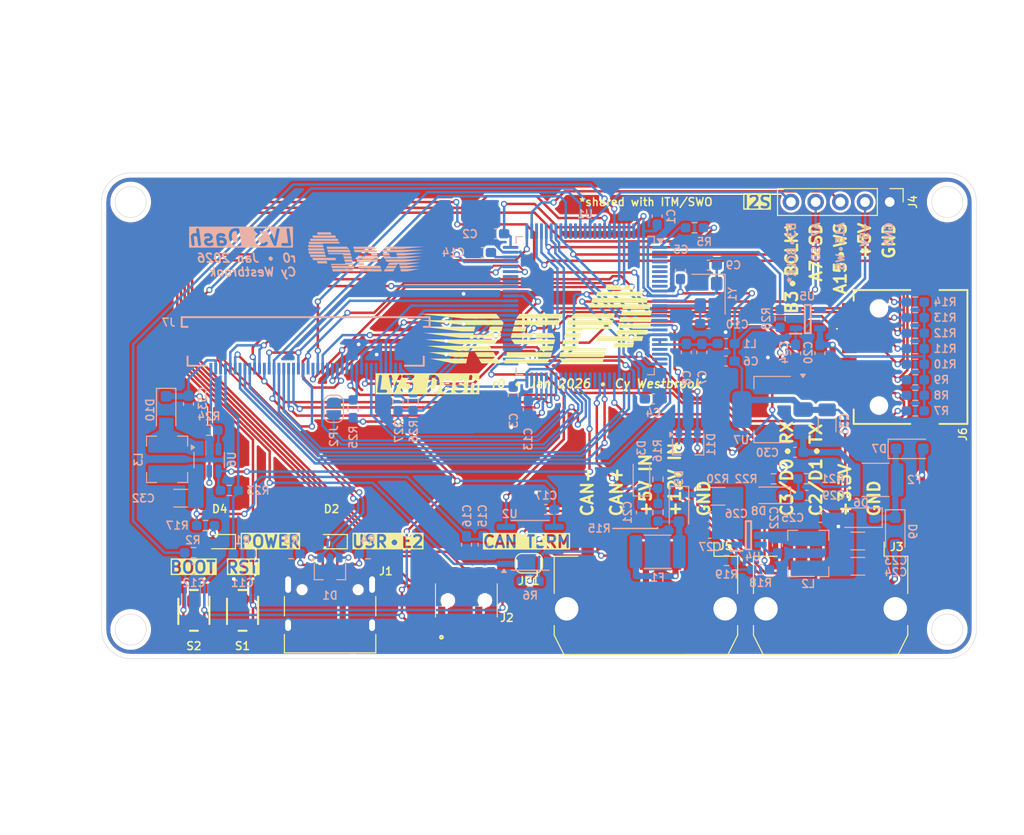
<source format=kicad_pcb>
(kicad_pcb (version 20241229) (generator "pcbnew") (generator_version "9.0")
  (layers (0 "F.Cu" signal) (2 "B.Cu" signal) (13 "F.Paste" user) (15 "B.Paste" user) (5 "F.SilkS" user "F.Silkscreen") (7 "B.SilkS" user "B.Silkscreen") (1 "F.Mask" user) (3 "B.Mask" user) (25 "Edge.Cuts" user))
  (net 0 "")
  (net 1 "HSE_IN")
  (net 2 "GND")
  (net 3 "HSE_OUT")
  (net 4 "+3.3V")
  (net 5 "+VDDA")
  (net 6 "NRST")
  (net 7 "BOOT0")
  (net 8 "+5V")
  (net 9 "Net-(C13-Pad1)")
  (net 10 "Net-(C14-Pad1)")
  (net 11 "BKLT+")
  (net 12 "V_SENSE_12")
  (net 13 "Net-(U4-CB)")
  (net 14 "Net-(U4-SW)")
  (net 15 "+5V_BUCK")
  (net 16 "Net-(U4-EN)")
  (net 17 "V_SENSE_5")
  (net 18 "USB+")
  (net 19 "USB-")
  (net 20 "Net-(D2-A)")
  (net 21 "+5V_USB")
  (net 22 "+5V_BUS")
  (net 23 "Net-(D4-A)")
  (net 24 "Net-(D5-K)")
  (net 25 "Net-(D6-K)")
  (net 26 "Net-(D10-A)")
  (net 27 "+12V")
  (net 28 "+12V_IN")
  (net 29 "Net-(JP2-B)")
  (net 30 "LCD_B5")
  (net 31 "LCD_G2")
  (net 33 "LCD_G3")
  (net 34 "LCD_R4")
  (net 35 "LCD_DE")
  (net 36 "LCD_G4")
  (net 37 "LCD_R5")
  (net 38 "LCD_G5")
  (net 39 "LCD_B3")
  (net 40 "LCD_B2")
  (net 41 "LCD_VSYNC")
  (net 42 "LCD_R1")
  (net 43 "LCD_B4")
  (net 44 "LCD_CLK")
  (net 45 "CTP_SCL")
  (net 46 "BKLT-")
  (net 47 "CTP_RST")
  (net 48 "CTP_INT")
  (net 49 "LCD_R2")
  (net 50 "LCD_R3")
  (net 51 "LCD_HSYNC")
  (net 52 "Net-(J1-CC1)")
  (net 55 "Net-(J1-CC2)")
  (net 56 "DPAD_A1")
  (net 57 "DPAD_A0")
  (net 58 "SD_D1")
  (net 59 "SD_D0")
  (net 60 "SD_CD")
  (net 61 "SD_WP")
  (net 62 "SD_CMD")
  (net 63 "SD_CLK")
  (net 64 "SD_CS")
  (net 65 "SD_D2")
  (net 66 "I2S_SD")
  (net 67 "I2S_WS")
  (net 68 "I2S_BCLK")
  (net 69 "PRIMARY_CAN+")
  (net 70 "PRIMARY_CAN-")
  (net 71 "SWD_IO")
  (net 72 "SWD_CLK")
  (net 75 "LCD_B7")
  (net 76 "LCD_EN")
  (net 77 "Net-(JP1-A)")
  (net 78 "CTP_SDA")
  (net 79 "Net-(U4-FB)")
  (net 80 "LED_USR")
  (net 81 "BKLT_CTRL")
  (net 83 "LCD_B6")
  (net 84 "LCD_G6")
  (net 85 "LCD_R7")
  (net 86 "LCD_G7")
  (net 87 "LCD_R6")
  (net 92 "+3.3V_SD")
  (net 94 "SD_EN")
  (net 110 "FDCAN2_RX")
  (net 111 "FDCAN2_TX")
  (footprint "Connector_USB:USB_C_Receptacle_HRO_TYPE-C-31-M-12" (layer "F.Cu") (at 73.514104 95.506193)
    (property "Reference" "J1")
    (property "Value" "USB_C_Receptacle_USB2.0_16P")
  )
  (footprint "SamacSys_Parts:RKB2SJM250SMTRLFS" (layer "F.Cu") (at 59.502281 95.031776 -90)
    (property "Reference" "S2")
    (property "Value" "RKB2SJM250SMTR_LFS" (hide yes))
  )
  (footprint "Connector_Molex:Molex_Micro-Fit_3.0_43650-0410_1x04-1MP_P3.00mm_Horizontal" (layer "F.Cu") (at 125 94.52 180)
    (property "Reference" "J3")
    (property "Value" "Conn_01x04_MountingPin")
  )
  (footprint "SamacSys_Parts:RKB2SJM250SMTRLFS" (layer "F.Cu") (at 64.507525 95.032164 -90)
    (property "Reference" "S1")
    (property "Value" "RKB2SJM250SMTR_LFS" (hide yes))
  )
  (footprint "Connector_Molex:Molex_Micro-Fit_3.0_43650-0510_1x05-1MP_P3.00mm_Horizontal" (layer "F.Cu") (at 106 94.52 180)
    (property "Reference" "J5")
    (property "Value" "Conn_01x05_MountingPin")
  )
  (footprint "SamacSys_Parts:MSD11A" (layer "F.Cu") (at 132.997362 68.949891 90)
    (property "Reference" "J6")
    (property "Value" "MSD-11-A" (hide yes))
  )
  (footprint "SamacSys_Parts:FTSH-105-XX-YYY-DV-K-A" (layer "F.Cu") (at 87.530683 94.009051)
    (property "Reference" "J2")
    (property "Value" "FTSH-105-01-L-DV-K-A" (hide yes))
  )
  (footprint "LED_SMD:LED_0603_1608Metric_Pad1.05x0.95mm_HandSolder" (layer "F.Cu") (at 73.624205 87.955658 180)
    (property "Reference" "D2")
    (property "Value" "LED")
  )
  (footprint "Connector_PinHeader_2.54mm:PinHeader_1x05_P2.54mm_Vertical" (layer "F.Cu") (at 131.08 53.000001 -90)
    (property "Reference" "J4")
    (property "Value" "Conn_01x05_Pin")
  )
  (footprint "LED_SMD:LED_0603_1608Metric_Pad1.05x0.95mm_HandSolder" (layer "F.Cu") (at 62.124205 87.955658 180)
    (property "Reference" "D4")
    (property "Value" "LED")
  )
  (footprint "Jumper:SolderJumper-2_P1.3mm_Open_RoundedPad1.0x1.5mm" (layer "F.Cu") (at 93.961737 90.185227 180)
    (property "Reference" "JP1")
    (property "Value" "SolderJumper_2_Open")
  )
  (footprint "Capacitor_SMD:C_0603_1608Metric_Pad1.08x0.95mm_HandSolder" (layer "B.Cu") (at 87.549999 88.2625 -90)
    (property "Reference" "C16")
    (property "Value" "1u")
  )
  (footprint "Resistor_SMD:R_0603_1608Metric_Pad0.98x0.95mm_HandSolder" (layer "B.Cu") (at 80.5 73.55 -90)
    (property "Reference" "R27")
    (property "Value" "5.1k")
  )
  (footprint "Capacitor_SMD:C_0603_1608Metric_Pad1.08x0.95mm_HandSolder" (layer "B.Cu") (at 95.712499 84.6425 180)
    (property "Reference" "C17")
    (property "Value" "100n")
  )
  (footprint "Capacitor_SMD:C_0603_1608Metric_Pad1.08x0.95mm_HandSolder" (layer "B.Cu") (at 89.2 58.2 180)
    (property "Reference" "C14")
    (property "Value" "2.2u")
  )
  (footprint "Resistor_SMD:R_0603_1608Metric_Pad0.98x0.95mm_HandSolder" (layer "B.Cu") (at 61.048821 76.486666 180)
    (property "Reference" "R24")
    (property "Value" "10")
  )
  (footprint "Resistor_SMD:R_0603_1608Metric_Pad0.98x0.95mm_HandSolder" (layer "B.Cu") (at 133.7125 66.499999)
    (property "Reference" "R12")
    (property "Value" "5.1k")
  )
  (footprint "Fuse:Fuse_1812_4532Metric_Pad1.30x3.40mm_HandSolder" (layer "B.Cu") (at 107.2 89)
    (property "Reference" "F1")
    (property "Value" "Polyfuse")
  )
  (footprint "Capacitor_SMD:C_1206_3216Metric_Pad1.33x1.80mm_HandSolder" (layer "B.Cu") (at 124.640589 75.958555 -90)
    (property "Reference" "C31")
    (property "Value" "22u")
  )
  (footprint "Resistor_SMD:R_0603_1608Metric_Pad0.98x0.95mm_HandSolder" (layer "B.Cu") (at 107.240589 84.946055 90)
    (property "Reference" "R15")
    (property "Value" "100k")
  )
  (footprint "Capacitor_SMD:C_0603_1608Metric_Pad1.08x0.95mm_HandSolder" (layer "B.Cu") (at 112.4375 59.5 180)
    (property "Reference" "C9")
    (property "Value" "6.8p")
  )
  (footprint "Package_TO_SOT_SMD:SOT-23W" (layer "B.Cu") (at 110.340589 77.958555 -90)
    (property "Reference" "D11")
    (property "Value" "PESD2USB3UV")
  )
  (footprint "Package_QFP:LQFP-100_14x14mm_P0.5mm" (layer "B.Cu") (at 99.753601 63.6666 180)
    (property "Reference" "U1")
    (property "Value" "STM32H743VITx")
  )
  (footprint "Capacitor_SMD:C_0603_1608Metric_Pad1.08x0.95mm_HandSolder" (layer "B.Cu") (at 112.563664 85.38217 180)
    (property "Reference" "C26")
    (property "Value" "2.2u")
  )
  (footprint "Resistor_SMD:R_0603_1608Metric_Pad0.98x0.95mm_HandSolder" (layer "B.Cu") (at 133.712499 71.299999)
    (property "Reference" "R9")
    (property "Value" "5.1k")
  )
  (footprint "SamacSys_Parts:62684401100AHLF" (layer "B.Cu") (at 71 67.500001)
    (property "Reference" "J7")
    (property "Value" "62684-401100AHLF" (hide yes))
  )
  (footprint "Capacitor_SMD:C_0603_1608Metric_Pad1.08x0.95mm_HandSolder" (layer "B.Cu") (at 90.553601 56.266601 180)
    (property "Reference" "C2")
    (property "Value" "100n")
  )
  (footprint "Resistor_SMD:R_0603_1608Metric_Pad0.98x0.95mm_HandSolder" (layer "B.Cu") (at 119.8 65 -90)
    (property "Reference" "R28")
    (property "Value" "5.1k")
  )
  (footprint "Capacitor_SMD:C_0603_1608Metric_Pad1.08x0.95mm_HandSolder" (layer "B.Cu") (at 59.464697 90.797423)
    (property "Reference" "C12")
    (property "Value" "100n")
  )
  (footprint "Inductor_SMD:L_Bourns-SRN4018" (layer "B.Cu") (at 122.701163 89.179671 -90)
    (property "Reference" "L2")
    (property "Value" "6.8u")
  )
  (footprint "Diode_SMD:D_SOD-323_HandSoldering" (layer "B.Cu") (at 105.540589 81.246054 90)
    (property "Reference" "D3")
    (property "Value" "D_Zener")
  )
  (footprint "Capacitor_SMD:C_1206_3216Metric_Pad1.33x1.80mm_HandSolder" (layer "B.Cu") (at 58.14882 83.486667 180)
    (property "Reference" "C32")
    (property "Value" "22u")
  )
  (footprint "Resistor_SMD:R_0603_1608Metric_Pad0.98x0.95mm_HandSolder" (layer "B.Cu") (at 60.7 86.3)
    (property "Reference" "R17")
    (property "Value" "470")
  )
  (footprint "SamacSys_Parts:SOT95P280X145-5N" (layer "B.Cu") (at 122.65 65.05)
    (property "Reference" "U5")
    (property "Value" "TLV74033PDBVR" (hide yes))
  )
  (footprint "Resistor_SMD:R_0603_1608Metric_Pad0.98x0.95mm_HandSolder" (layer "B.Cu") (at 82.05 73.55 -90)
    (property "Reference" "R26")
    (property "Value" "5.1k")
  )
  (footprint "Resistor_SMD:R_0603_1608Metric_Pad0.98x0.95mm_HandSolder" (layer "B.Cu") (at 119.13866 81.492171 180)
    (property "Reference" "R22")
    (property "Value" "100k")
  )
  (footprint "Inductor_SMD:L_0603_1608Metric_Pad1.05x0.95mm_HandSolder" (layer "B.Cu") (at 114.253601 67.5666 180)
    (property "Reference" "L1")
    (property "Value" "L_Ferrite")
  )
  (footprint "Capacitor_SMD:C_0603_1608Metric_Pad1.08x0.95mm_HandSolder" (layer "B.Cu") (at 112.563663 87.092171 180)
    (property "Reference" "C27")
    (property "Value" "2.2u")
  )
  (footprint "Diode_SMD:D_SOD-123F" (layer "B.Cu") (at 131.647529 86.884072 -90)
    (property "Reference" "D9")
    (property "Value" "D_Schottky")
  )
  (footprint "Package_SO:SOIC-8_3.9x4.9mm_P1.27mm" (layer "B.Cu") (at 94.1 88.3375)
    (property "Reference" "U2")
    (property "Value" "TJA1051T-3")
  )
  (footprint "Package_TO_SOT_SMD:SOT-23-6" (layer "B.Cu") (at 61.07382 79.556667 -90)
    (property "Reference" "U6")
    (property "Value" "AP3032KTR")
  )
  (footprint "Resistor_SMD:R_0603_1608Metric_Pad0.98x0.95mm_HandSolder" (layer "B.Cu") (at 64.464696 89.197422 180)
    (property "Reference" "R1")
    (property "Value" "5.1k")
  )
  (footprint "Capacitor_SMD:C_0603_1608Metric_Pad1.08x0.95mm_HandSolder" (layer "B.Cu") (at 64.462197 90.813323 180)
    (property "Reference" "C11")
    (property "Value" "100n")
  )
  (footprint "Capacitor_SMD:C_0603_1608Metric_Pad1.08x0.95mm_HandSolder" (layer "B.Cu") (at 92.3536 72.866601 -90)
    (property "Reference" "C3")
    (property "Value" "100n")
  )
  (footprint "Resistor_SMD:R_0603_1608Metric_Pad0.98x0.95mm_HandSolder" (layer "B.Cu") (at 94.0875 92.0425 180)
    (property "Reference" "R6")
    (property "Value" "120")
  )
  (footprint "Resistor_SMD:R_0603_1608Metric_Pad0.98x0.95mm_HandSolder" (layer "B.Cu") (at 133.7125 72.9)
    (property "Reference" "R8")
    (property "Value" "5.1k")
  )
  (footprint "Capacitor_SMD:C_0603_1608Metric_Pad1.08x0.95mm_HandSolder" (layer "B.Cu") (at 110.153599 68.4666 -90)
    (property "Reference" "C8")
    (property "Value" "100n")
  )
  (footprint "Resistor_SMD:R_0603_1608Metric_Pad0.98x0.95mm_HandSolder" (layer "B.Cu") (at 122.533661 81.482171 180)
    (property "Reference" "R21")
    (property "Value" "100k")
  )
  (footprint "Capacitor_SMD:C_0603_1608Metric_Pad1.08x0.95mm_HandSolder" (layer "B.Cu") (at 123.940589 85.458555 180)
    (property "Reference" "C25")
    (property "Value" "1u")
  )
  (footprint "Resistor_SMD:R_0603_1608Metric_Pad0.98x0.95mm_HandSolder" (layer "B.Cu") (at 59.464696 89.097423 180)
    (property "Reference" "R2")
    (property "Value" "5.1k")
  )
  (footprint "Resistor_SMD:R_0603_1608Metric_Pad0.98x0.95mm_HandSolder" (layer "B.Cu") (at 133.7125 64.899999)
    (property "Reference" "R13")
    (property "Value" "5.1k")
  )
  (footprint "Capacitor_SMD:C_0603_1608Metric_Pad1.08x0.95mm_HandSolder" (layer "B.Cu") (at 107.153601 54.4666 90)
    (property "Reference" "C1")
    (property "Value" "100n")
  )
  (footprint "Diode_SMD:D_SOD-123F" (layer "B.Cu") (at 109.401162 84.492171 -90)
    (property "Reference" "D5")
    (property "Value" "D_Schottky")
  )
  (footprint "Resistor_SMD:R_0603_1608Metric_Pad0.98x0.95mm_HandSolder" (layer "B.Cu") (at 133.7125 63.3)
    (property "Reference" "R14")
    (property "Value" "5.1k")
  )
  (footprint "Capacitor_SMD:C_0603_1608Metric_Pad1.08x0.95mm_HandSolder" (layer "B.Cu") (at 106.7536 73.266601)
    (property "Reference" "C4")
    (property "Value" "100n")
  )
  (footprint "Capacitor_SMD:C_1206_3216Metric_Pad1.33x1.80mm_HandSolder" (layer "B.Cu") (at 127.801162 90.492171)
    (property "Reference" "C24")
    (property "Value" "22u")
  )
  (footprint "Capacitor_SMD:C_0603_1608Metric_Pad1.08x0.95mm_HandSolder" (layer "B.Cu") (at 109.553601 60.0666 90)
    (property "Reference" "C5")
    (property "Value" "100n")
  )
  (footprint "Resistor_SMD:R_0603_1608Metric_Pad0.98x0.95mm_HandSolder" (layer "B.Cu") (at 77.4125 89.200001 180)
    (property "Reference" "R4")
    (property "Value" "5.1k")
  )
  (footprint "Capacitor_SMD:C_0603_1608Metric_Pad1.08x0.95mm_HandSolder" (layer "B.Cu") (at 105.540589 84.946054 -90)
    (property "Reference" "C21")
    (property "Value" "100n")
  )
  (footprint "Inductor_SMD:L_Bourns-SRN4018" (layer "B.Cu") (at 56.748821 79.486666 90)
    (property "Reference" "L3")
    (property "Value" "6.8u")
  )
  (footprint "Diode_SMD:D_SOD-123F" (layer "B.Cu") (at 56.648821 74.386666 -90)
    (property "Reference" "D10")
    (property "Value" "D_Schottky")
  )
  (footprint "Capacitor_SMD:C_0603_1608Metric_Pad1.08x0.95mm_HandSolder" (layer "B.Cu") (at 112.437501 65.500001)
    (property "Reference" "C10")
    (property "Value" "6.8p")
  )
  (footprint "Diode_SMD:D_SOD-323_HandSoldering" (layer "B.Cu") (at 118.867061 83.185272 180)
    (property "Reference" "D8")
    (property "Value" "D_Zener")
  )
  (footprint "Capacitor_SMD:C_0603_1608Metric_Pad1.08x0.95mm_HandSolder" (layer "B.Cu") (at 114.2536 69.3666 180)
    (property "Reference" "C6")
    (property "Value" "1u")
  )
  (footprint "Package_TO_SOT_SMD:SOT-223-3_TabPin2" (layer "B.Cu") (at 119.023089 74.363555 180)
    (property "Reference" "U7")
    (property "Value" "AMS1117-3.3")
  )
  (footprint "Resistor_SMD:R_0603_1608Metric_Pad0.98x0.95mm_HandSolder" (layer "B.Cu") (at 117.801162 90.829671 180)
    (property "Reference" "R18")
    (property "Value" "100k")
  )
  (footprint "Resistor_SMD:R_0603_1608Metric_Pad0.98x0.95mm_HandSolder" (layer "B.Cu") (at 75.879861 74.279255 -90)
    (property "Reference" "R25")
    (property "Value" "5.1k")
  )
  (footprint "Resistor_SMD:R_0603_1608Metric_Pad0.98x0.95mm_HandSolder" (layer "B.Cu") (at 114.3 89.9)
    (property "Reference" "R19")
    (property "Value" "17.4k")
  )
  (footprint "Capacitor_SMD:C_0603_1608Metric_Pad1.08x0.95mm_HandSolder" (layer "B.Cu") (at 89.25 88.262501 -90)
    (property "Reference" "C15")
    (property "Value" "100n")
  )
  (footprint "Capacitor_SMD:C_0603_1608Metric_Pad1.08x0.95mm_HandSolder" (layer "B.Cu") (at 121.4 68.5625 -90)
    (property "Reference" "C34")
    (property "Value" "1u")
  )
  (footprint "Crystal:Crystal_SMD_3225-4Pin_3.2x2.5mm" (layer "B.Cu") (at 112.4375 62.500001 -90)
    (property "Reference" "Y1")
    (property "Value" "Crystal_GND24")
  )
  (footprint "Capacitor_SMD:C_0603_1608Metric_Pad1.08x0.95mm_HandSolder" (layer "B.Cu") (at 111.7536 68.4666 -90)
    (property "Reference" "C7")
    (property "Value" "1u")
  )
  (footprint "Jumper:SolderJumper-2_P1.3mm_Open_RoundedPad1.0x1.5mm" (layer "B.Cu") (at 73.889861 74.279256 90)
    (property "Reference" "JP2")
    (property "Value" "SolderJumper_2_Open")
  )
  (footprint "Resistor_SMD:R_0603_1608Metric_Pad0.98x0.95mm_HandSolder" (layer "B.Cu") (at 111 55.65)
    (property "Reference" "R5")
    (property "Value" "470")
  )
  (footprint "Capacitor_SMD:C_0603_1608Metric_Pad1.08x0.95mm_HandSolder" (layer "B.Cu") (at 122.538661 83.192171)
    (property "Reference" "C29")
    (property "Value" "100n")
  )
  (footprint "Fuse:Fuse_1812_4532Metric_Pad1.30x3.40mm_HandSolder" (layer "B.Cu") (at 129.625001 81.6 180)
    (property "Reference" "F2")
    (property "Value" "Polyfuse")
  )
  (footprint "Capacitor_SMD:C_0603_1608Metric_Pad1.08x0.95mm_HandSolder" (layer "B.Cu") (at 119.526161 88.30467 90)
    (property "Reference" "C22")
    (property "Value" "100n")
  )
  (footprint "Resistor_SMD:R_0603_1608Metric_Pad0.98x0.95mm_HandSolder" (layer "B.Cu") (at 133.712501 68.1)
    (property "Reference" "R11")
    (property "Value" "5.1k")
  )
  (footprint "Resistor_SMD:R_0603_1608Metric_Pad0.98x0.95mm_HandSolder" (layer "B.Cu") (at 107.240589 81.546055 90)
    (property "Reference" "R16")
    (property "Value" "5.1k")
  )
  (footprint "Resistor_SMD:R_1206_3216Metric_Pad1.30x1.75mm_HandSolder" (layer "B.Cu") (at 113.401162 83.292171)
    (property "Reference" "R20")
    (property "Value" "100m")
  )
  (footprint "Diode_SMD:D_SOD-123F" (layer "B.Cu") (at 128.101162 85.492171 180)
    (property "Reference" "D6")
    (property "Value" "D_Schottky")
  )
  (footprint "Capacitor_SMD:C_0603_1608Metric_Pad1.08x0.95mm_HandSolder" (layer "B.Cu") (at 58.948821 73.786667 -90)
    (property "Reference" "C33")
    (property "Value" "2.2u")
  )
  (footprint "Capacitor_SMD:C_1206_3216Metric_Pad1.33x1.80mm_HandSolder" (layer "B.Cu") (at 127.801163 87.89217)
    (property "Reference" "C23")
    (property "Value" "22u")
  )
  (footprint "Capacitor_SMD:C_0603_1608Metric_Pad1.08x0.95mm_HandSolder" (layer "B.Cu") (at 121.340589 78.758555 180)
    (property "Reference" "C30")
    (property "Value" "1u")
  )
  (footprint "Package_TO_SOT_SMD:SOT-23W" (layer "B.Cu") (at 73.5 90.8 -90)
    (property "Reference" "D1")
    (property "Value" "PESD2USB3UV")
  )
  (footprint "Capacitor_SMD:C_0603_1608Metric_Pad1.08x0.95mm_HandSolder" (layer "B.Cu") (at 93.9 74.35 -90)
    (property "Reference" "C13")
    (property "Value" "2.2u")
  )
  (footprint "Resistor_SMD:R_0603_1608Metric_Pad0.98x0.95mm_HandSolder" (layer "B.Cu") (at 63.14882 82.686666 180)
    (property "Reference" "R23")
    (property "Value" "5.1k")
  )
  (footprint "Diode_SMD:D_SOD-123F" (layer "B.Cu") (at 133.123839 78.407828)
    (property "Reference" "D7")
    (property "Value" "D_Schottky")
  )
  (footprint "Capacitor_SMD:C_0603_1608Metric_Pad1.08x0.95mm_HandSolder" (layer "B.Cu") (at 123.9 68.562501 -90)
    (property "Reference" "C20")
    (property "Value" "1u")
  )
  (footprint "Resistor_SMD:R_0603_1608Metric_Pad0.98x0.95mm_HandSolder" (layer "B.Cu") (at 133.712501 69.7)
    (property "Reference" "R10")
    (property "Value" "5.1k")
  )
  (footprint "Resistor_SMD:R_0603_1608Metric_Pad0.98x0.95mm_HandSolder" (layer "B.Cu") (at 69.51288 89.187382)
    (property "Reference" "R3")
    (property "Value" "5.1k")
  )
  (footprint "Resistor_SMD:R_0603_1608Metric_Pad0.98x0.95mm_HandSolder" (layer "B.Cu") (at 133.712501 74.499999)
    (property "Reference" "R7")
    (property "Value" "5.1k")
  )
  (footprint "SamacSys_Parts:SOT95P280X110-6N" (layer "B.Cu") (at 116.549999 87.3)
    (property "Reference" "U4")
    (property "Value" "LMR51625YDDCR" (hide yes))
  )
  (gr_poly (pts (xy 90.645827 68.954395) (xy 88.699551 68.954395) (xy 88.411421 68.459889) (xy 90.337059 68.459889)) (fill yes) (layer "F.SilkS"))
  (gr_poly (pts (xy 106.445421 65.988945) (xy 103.089445 65.988945) (xy 103.213271 65.494439) (xy 106.512093 65.494439)) (fill yes) (layer "F.SilkS"))
  (gr_poly (pts (xy 101.528933 69.614795) (xy 97.492713 69.614795) (xy 97.122033 69.120289) (xy 101.652757 69.120289)) (fill yes) (layer "F.SilkS"))
  (gr_poly (pts (xy 91.026827 66.812063) (xy 90.906969 66.977163) (xy 87.985177 66.977163) (xy 88.061377 66.647757) (xy 89.544101 66.647757) (xy 89.709201 66.482657) (xy 91.104613 66.482657)) (fill yes) (layer "F.SilkS"))
  (gr_poly (pts (xy 88.658277 64.999933) (xy 87.340651 64.999933) (xy 87.340651 64.998345) (xy 87.464477 64.506221) (xy 88.782101 64.506221)) (fill yes) (layer "F.SilkS"))
  (gr_poly (pts (xy 86.702477 67.635977) (xy 86.682633 67.634389) (xy 83.283795 67.142263) (xy 86.866783 67.142263)) (fill yes) (layer "F.SilkS"))
  (gr_poly (pts (xy 104.658689 67.965383) (xy 102.640183 67.965383) (xy 102.776709 67.471669) (xy 104.782511 67.471669)) (fill yes) (layer "F.SilkS"))
  (gr_poly (pts (xy 88.328869 66.318351) (xy 87.011245 66.318351) (xy 87.012039 66.316763) (xy 87.135071 65.823845) (xy 88.452695 65.823845)) (fill yes) (layer "F.SilkS"))
  (gr_poly (pts (xy 97.039483 65.661127) (xy 92.427001 65.661127) (xy 92.550033 65.166621) (xy 97.163307 65.166621)) (fill yes) (layer "F.SilkS"))
  (gr_poly (pts (xy 87.031883 66.318351) (xy 87.012039 66.316763) (xy 82.954389 65.823845) (xy 87.196189 65.823845)) (fill yes) (layer "F.SilkS"))
  (gr_poly (pts (xy 90.427545 67.635977) (xy 87.833571 67.635977) (xy 87.947077 67.142263) (xy 90.787115 67.142263)) (fill yes) (layer "F.SilkS"))
  (gr_poly (pts (xy 96.216363 68.955983) (xy 91.603089 68.955983) (xy 91.726913 68.461475) (xy 96.339395 68.461475)) (fill yes) (layer "F.SilkS"))
  (gr_poly (pts (xy 87.361289 64.999933) (xy 87.340651 64.998345) (xy 82.624983 64.506221) (xy 87.526389 64.506221)) (fill yes) (layer "F.SilkS"))
  (gr_poly (pts (xy 102.414757 66.073083) (xy 99.449307 66.073083) (xy 99.387393 66.319939) (xy 97.739569 66.319939) (xy 97.863395 65.825433) (xy 102.475875 65.825433)) (fill yes) (layer "F.SilkS"))
  (gr_poly (pts (xy 88.720189 68.047933) (xy 87.320015 68.047933) (xy 87.320015 67.801077) (xy 88.720189 67.801077)) (fill yes) (layer "F.SilkS"))
  (gr_poly (pts (xy 105.606425 67.306569) (xy 100.870121 67.306569) (xy 100.993151 66.812063) (xy 105.729455 66.812063)) (fill yes) (layer "F.SilkS"))
  (gr_poly (pts (xy 86.207971 69.613207) (xy 86.188127 69.610827) (xy 83.778301 69.118701) (xy 86.373071 69.118701)) (fill yes) (layer "F.SilkS"))
  (gr_poly (pts (xy 96.648163 66.978751) (xy 92.097595 66.978751) (xy 92.220627 66.485039) (xy 96.401307 66.485039)) (fill yes) (layer "F.SilkS"))
  (gr_poly (pts (xy 96.380671 68.297169) (xy 95.063045 68.297169) (xy 95.186077 67.802663) (xy 96.504495 67.802663)) (fill yes) (layer "F.SilkS"))
  (gr_poly (pts (xy 98.954801 68.049521) (xy 101.920251 68.049521) (xy 101.858337 68.297169) (xy 97.245857 68.297169) (xy 97.368889 67.802663) (xy 99.016713 67.802663)) (fill yes) (layer "F.SilkS"))
  (gr_poly (pts (xy 95.763133 69.614795) (xy 91.438783 69.614795) (xy 91.561813 69.120289) (xy 96.133813 69.120289)) (fill yes) (layer "F.SilkS"))
  (gr_poly (pts (xy 99.222295 66.978751) (xy 97.575265 66.978751) (xy 97.699089 66.485039) (xy 99.346119 66.485039)) (fill yes) (layer "F.SilkS"))
  (gr_poly (pts (xy 87.670057 68.954395) (xy 86.352433 68.954395) (xy 86.352433 68.952013) (xy 86.475463 68.459889) (xy 87.793883 68.459889)) (fill yes) (layer "F.SilkS"))
  (gr_poly (pts (xy 88.164565 66.977163) (xy 86.846145 66.977163) (xy 86.846939 66.975575) (xy 86.969971 66.482657) (xy 88.287595 66.482657)) (fill yes) (layer "F.SilkS"))
  (gr_poly (pts (xy 91.013333 64.999933) (xy 88.295533 64.999933) (xy 88.447933 64.506221) (xy 90.601375 64.506221)) (fill yes) (layer "F.SilkS"))
  (gr_poly (pts (xy 106.512093 65.330133) (xy 103.254545 65.330133) (xy 103.377577 64.835627) (xy 106.635919 64.835627)) (fill yes) (layer "F.SilkS"))
  (gr_poly (pts (xy 91.142713 66.318351) (xy 89.811595 66.318351) (xy 89.935421 65.823845) (xy 91.259395 65.823845)) (fill yes) (layer "F.SilkS"))
  (gr_poly (pts (xy 86.373071 68.954395) (xy 86.352433 68.952013) (xy 83.613201 68.459889) (xy 86.537377 68.459889)) (fill yes) (layer "F.SilkS"))
  (gr_poly (pts (xy 104.658689 62.045595) (xy 101.817063 62.045595) (xy 101.940889 61.551089) (xy 104.782511 61.551089)) (fill yes) (layer "F.SilkS"))
  (gr_poly (pts (xy 86.537377 68.294789) (xy 86.517533 68.293201) (xy 83.448895 67.801077) (xy 86.702477 67.801077)) (fill yes) (layer "F.SilkS"))
  (gr_poly (pts (xy 91.057783 69.613207) (xy 89.084519 69.613207) (xy 88.795595 69.118701) (xy 90.749013 69.118701)) (fill yes) (layer "F.SilkS"))
  (gr_poly (pts (xy 106.100139 66.647757) (xy 102.925137 66.647757) (xy 103.048169 66.153251) (xy 106.223963 66.153251)) (fill yes) (layer "F.SilkS"))
  (gr_poly (pts (xy 106.389063 64.011713) (xy 103.583949 64.011713) (xy 103.618875 63.871221) (xy 100.122407 63.871221) (xy 100.211307 63.518001) (xy 106.512093 63.518001)) (fill yes) (layer "F.SilkS"))
  (gr_poly (pts (xy 90.233871 68.294789) (xy 88.315377 68.294789) (xy 88.027245 67.801077) (xy 89.925101 67.801077)) (fill yes) (layer "F.SilkS"))
  (gr_poly (pts (xy 87.196189 65.659539) (xy 87.176345 65.657157) (xy 82.790083 65.165033) (xy 87.361289 65.165033)) (fill yes) (layer "F.SilkS"))
  (gr_poly (pts (xy 86.866783 66.977163) (xy 86.846939 66.975575) (xy 83.119489 66.482657) (xy 87.031883 66.482657)) (fill yes) (layer "F.SilkS"))
  (gr_poly (pts (xy 99.057989 67.637563) (xy 97.410163 67.637563) (xy 97.533989 67.143851) (xy 99.181021 67.143851)) (fill yes) (layer "F.SilkS"))
  (gr_poly (pts (xy 101.694033 68.955983) (xy 97.080757 68.955983) (xy 97.204581 68.461475) (xy 101.817063 68.461475)) (fill yes) (layer "F.SilkS"))
  (gr_poly (pts (xy 106.100139 63.363221) (xy 100.375613 63.363221) (xy 100.499439 62.868713) (xy 106.223963 62.868713)) (fill yes) (layer "F.SilkS"))
  (gr_poly (pts (xy 102.517151 65.661127) (xy 97.904669 65.661127) (xy 98.028495 65.166621) (xy 102.640977 65.166621)) (fill yes) (layer "F.SilkS"))
  (gr_poly (pts (xy 87.505751 69.613207) (xy 86.187333 69.613207) (xy 86.311157 69.118701) (xy 87.628783 69.118701)) (fill yes) (layer "F.SilkS"))
  (gr_poly (pts (xy 91.356233 65.411889) (xy 91.298289 65.659539) (xy 89.873507 65.659539) (xy 89.626651 65.659539) (xy 88.143927 65.659539) (xy 88.245527 65.165033) (xy 91.150651 65.165033)) (fill yes) (layer "F.SilkS"))
  (gr_poly (pts (xy 96.545769 67.637563) (xy 92.508757 67.637563) (xy 92.138075 67.143851) (xy 96.668801 67.143851)) (fill yes) (layer "F.SilkS"))
  (gr_poly (pts (xy 105.606425 62.704407) (xy 100.870121 62.704407) (xy 100.993151 62.209901) (xy 105.729455 62.209901)) (fill yes) (layer "F.SilkS"))
  (gr_poly (pts (xy 88.493971 65.659539) (xy 87.175551 65.659539) (xy 87.176345 65.657157) (xy 87.299377 65.165033) (xy 88.617795 65.165033)) (fill yes) (layer "F.SilkS"))
  (gr_poly (pts (xy 106.512093 64.670527) (xy 103.418849 64.670527) (xy 103.542675 64.176813) (xy 106.635919 64.176813)) (fill yes) (layer "F.SilkS"))
  (gr_poly (pts (xy 97.204583 65.002313) (xy 92.632583 65.002313) (xy 93.004057 64.507807) (xy 97.328409 64.507807)) (fill yes) (layer "F.SilkS"))
  (gr_poly (pts (xy 87.999463 67.635977) (xy 86.681839 67.635977) (xy 86.682633 67.634389) (xy 86.804871 67.142263) (xy 88.123289 67.142263)) (fill yes) (layer "F.SilkS"))
  (gr_poly (pts (xy 87.835157 68.294789) (xy 86.516739 68.294789) (xy 86.640565 67.801077) (xy 87.958189 67.801077)) (fill yes) (layer "F.SilkS"))
  (gr_poly (pts (xy 93.580321 66.319939) (xy 92.261901 66.319939) (xy 92.385727 65.825433) (xy 93.703351 65.825433)) (fill yes) (layer "F.SilkS"))
  (gr_poly (pts (xy 102.682251 65.002313) (xy 98.130889 65.002313) (xy 98.625395 64.507807) (xy 102.805281 64.507807)) (fill yes) (layer "F.SilkS"))
  (gr_poly (pts (xy 80.95498 58.167075) (xy 80.964902 58.165884) (xy 83.158033 57.919822) (xy 80.87243 57.919822)) (fill yes) (layer "B.SilkS"))
  (gr_poly (pts (xy 80.800199 60.143909) (xy 81.459408 60.143909) (xy 81.397496 59.896656) (xy 80.738683 59.896656)) (fill yes) (layer "B.SilkS"))
  (gr_line (start 102.6 86.6) (end 107.2 86.6) (stroke (width 0.1524)) (layer "B.SilkS"))
  (gr_poly (pts (xy 73.788608 60.144703) (xy 75.806718 60.144703) (xy 75.992058 59.89745) (xy 73.726696 59.89745)) (fill yes) (layer "B.SilkS"))
  (gr_poly (pts (xy 79.046408 57.837272) (xy 80.405308 57.837272) (xy 80.329108 57.590416) (xy 79.252387 57.590416)) (fill yes) (layer "B.SilkS"))
  (gr_poly (pts (xy 76.228993 58.826681) (xy 78.504277 58.826681) (xy 78.442761 58.579825) (xy 76.352421 58.579825)) (fill yes) (layer "B.SilkS"))
  (gr_poly (pts (xy 71.358543 57.343162) (xy 72.7611 57.343162) (xy 72.743637 57.272916) (xy 74.491871 57.272916) (xy 74.447421 57.096306) (xy 71.297028 57.096306)) (fill yes) (layer "B.SilkS"))
  (gr_poly (pts (xy 80.306089 58.167075) (xy 80.965299 58.167075) (xy 80.964902 58.165884) (xy 80.903386 57.919822) (xy 80.244177 57.919822)) (fill yes) (layer "B.SilkS"))
  (gr_poly (pts (xy 76.033333 58.167869) (xy 78.339574 58.167869) (xy 78.278058 57.920616) (xy 75.971421 57.920616)) (fill yes) (layer "B.SilkS"))
  (gr_poly (pts (xy 76.362739 59.48589) (xy 77.021552 59.48589) (xy 76.960036 59.238637) (xy 76.300827 59.238637)) (fill yes) (layer "B.SilkS"))
  (gr_poly (pts (xy 71.503005 57.018916) (xy 74.365268 57.018916) (xy 74.303355 56.771662) (xy 71.441093 56.771662)) (fill yes) (layer "B.SilkS"))
  (gr_poly (pts (xy 80.38864 58.496481) (xy 81.047452 58.496481) (xy 81.047055 58.495687) (xy 80.985539 58.249228) (xy 80.326727 58.249228)) (fill yes) (layer "B.SilkS"))
  (gr_poly (pts (xy 80.553343 59.155294) (xy 81.212155 59.155294) (xy 81.211758 59.1545) (xy 81.150639 58.908437) (xy 80.49143 58.908437)) (fill yes) (layer "B.SilkS"))
  (gr_poly (pts (xy 78.981718 58.496481) (xy 79.647277 58.496481) (xy 79.585364 58.249228) (xy 78.923377 58.249228)) (fill yes) (layer "B.SilkS"))
  (gr_poly (pts (xy 81.366539 59.814503) (xy 81.376858 59.813312) (xy 82.746474 59.56725) (xy 81.284386 59.56725)) (fill yes) (layer "B.SilkS"))
  (gr_poly (pts (xy 78.874958 58.04325) (xy 78.90393 58.167075) (xy 79.616321 58.167075) (xy 79.739749 58.167075) (xy 80.481111 58.167075) (xy 80.430311 57.919822) (xy 78.977749 57.919822)) (fill yes) (layer "B.SilkS"))
  (gr_poly (pts (xy 73.294499 58.167869) (xy 75.60074 58.167869) (xy 75.538827 57.920616) (xy 73.232586 57.920616)) (fill yes) (layer "B.SilkS"))
  (gr_poly (pts (xy 79.436139 59.4847) (xy 80.395386 59.4847) (xy 80.539452 59.237844) (xy 79.590524 59.237844)) (fill yes) (layer "B.SilkS"))
  (gr_poly (pts (xy 73.211949 57.838462) (xy 75.48763 57.838462) (xy 75.240377 57.591209) (xy 73.150434 57.591209)) (fill yes) (layer "B.SilkS"))
  (gr_poly (pts (xy 80.635496 59.4847) (xy 81.294705 59.4847) (xy 81.232792 59.237844) (xy 80.57398 59.237844)) (fill yes) (layer "B.SilkS"))
  (gr_poly (pts (xy 76.444893 59.815297) (xy 78.75153 59.815297) (xy 78.689618 59.568043) (xy 76.383377 59.568043)) (fill yes) (layer "B.SilkS"))
  (gr_poly (pts (xy 76.671508 60.144703) (xy 78.833683 60.144703) (xy 78.772168 59.89745) (xy 76.486168 59.89745)) (fill yes) (layer "B.SilkS"))
  (gr_poly (pts (xy 73.345696 58.373847) (xy 74.828421 58.373847) (xy 74.859378 58.497275) (xy 75.68329 58.497275) (xy 75.621377 58.250022) (xy 73.315137 58.250022)) (fill yes) (layer "B.SilkS"))
  (gr_poly (pts (xy 79.024183 60.143909) (xy 80.010815 60.143909) (xy 80.155277 59.896656) (xy 79.178568 59.896656)) (fill yes) (layer "B.SilkS"))
  (gr_poly (pts (xy 71.749862 56.689509) (xy 74.118014 56.689509) (xy 74.056499 56.442256) (xy 71.688347 56.442256)) (fill yes) (layer "B.SilkS"))
  (gr_poly (pts (xy 81.449089 60.143909) (xy 81.459011 60.142719) (xy 82.663924 59.896656) (xy 81.366539 59.896656)) (fill yes) (layer "B.SilkS"))
  (gr_poly (pts (xy 71.749862 58.99059) (xy 74.118014 58.99059) (xy 74.056499 58.743337) (xy 71.688347 58.743337)) (fill yes) (layer "B.SilkS"))
  (gr_poly (pts (xy 81.037133 58.496481) (xy 81.047055 58.495687) (xy 83.07588 58.249228) (xy 80.95498 58.249228)) (fill yes) (layer "B.SilkS"))
  (gr_poly (pts (xy 72.22373 56.360103) (xy 73.644543 56.360103) (xy 73.58263 56.11285) (xy 72.161819 56.11285)) (fill yes) (layer "B.SilkS"))
  (gr_poly (pts (xy 80.223936 57.837272) (xy 80.882749 57.837272) (xy 80.882749 57.836478) (xy 80.820836 57.590416) (xy 80.162024 57.590416)) (fill yes) (layer "B.SilkS"))
  (gr_poly (pts (xy 80.718046 59.814503) (xy 81.376858 59.814503) (xy 81.376858 59.813312) (xy 81.315343 59.56725) (xy 80.656133 59.56725)) (fill yes) (layer "B.SilkS"))
  (gr_poly (pts (xy 75.075674 59.362066) (xy 73.592949 59.362066) (xy 73.623906 59.48589) (xy 75.930146 59.48589) (xy 75.86863 59.238637) (xy 75.044718 59.238637)) (fill yes) (layer "B.SilkS"))
  (gr_poly (pts (xy 79.339302 59.155294) (xy 80.636289 59.155294) (xy 80.579536 58.908437) (xy 79.159517 58.908437)) (fill yes) (layer "B.SilkS"))
  (gr_poly (pts (xy 72.22373 59.319997) (xy 73.232983 59.319997) (xy 73.16472 59.07314) (xy 72.161819 59.07314)) (fill yes) (layer "B.SilkS"))
  (gr_poly (pts (xy 75.02408 59.156087) (xy 75.847993 59.156087) (xy 75.78608 58.909231) (xy 74.962564 58.909231)) (fill yes) (layer "B.SilkS"))
  (gr_poly (pts (xy 75.950783 57.838462) (xy 78.236783 57.838462) (xy 78.051046 57.591209) (xy 75.88887 57.591209)) (fill yes) (layer "B.SilkS"))
  (gr_poly (pts (xy 73.706058 59.815297) (xy 76.012696 59.815297) (xy 75.950784 59.568043) (xy 73.644543 59.568043)) (fill yes) (layer "B.SilkS"))
  (gr_line (start 107.2 86.6) (end 107.2 86.5) (stroke (width 0.1524)) (layer "B.SilkS"))
  (gr_poly (pts (xy 80.87243 57.837272) (xy 80.882749 57.836478) (xy 83.240583 57.590416) (xy 80.78988 57.590416)) (fill yes) (layer "B.SilkS"))
  (gr_poly (pts (xy 80.19298 59.361272) (xy 80.893067 59.361272) (xy 80.893067 59.237844) (xy 80.19298 59.237844)) (fill yes) (layer "B.SilkS"))
  (gr_poly (pts (xy 71.297028 57.672569) (xy 72.84365 57.672569) (xy 72.781737 57.425712) (xy 71.235115 57.425712)) (fill yes) (layer "B.SilkS"))
  (gr_poly (pts (xy 79.230161 59.814503) (xy 80.203299 59.814503) (xy 80.347364 59.56725) (xy 79.384545 59.56725)) (fill yes) (layer "B.SilkS"))
  (gr_poly (pts (xy 79.039661 58.743337) (xy 79.09959 58.825887) (xy 80.560486 58.825887) (xy 80.522386 58.661184) (xy 79.781024 58.661184) (xy 79.698474 58.578634) (xy 79.000768 58.578634)) (fill yes) (layer "B.SilkS"))
  (gr_poly (pts (xy 81.119683 58.825887) (xy 81.129605 58.825093) (xy 82.99333 58.578634) (xy 81.037133 58.578634)) (fill yes) (layer "B.SilkS"))
  (gr_poly (pts (xy 81.284386 59.4847) (xy 81.294308 59.483906) (xy 82.828627 59.237844) (xy 81.201836 59.237844)) (fill yes) (layer "B.SilkS"))
  (gr_poly (pts (xy 71.503005 58.661184) (xy 73.090506 58.661184) (xy 73.02899 58.413931) (xy 71.441093 58.413931)) (fill yes) (layer "B.SilkS"))
  (gr_poly (pts (xy 76.28019 59.156087) (xy 78.298696 59.156087) (xy 78.484037 58.909231) (xy 76.218674 58.909231)) (fill yes) (layer "B.SilkS"))
  (gr_poly (pts (xy 71.330364 58.331778) (xy 73.008352 58.331778) (xy 72.946439 58.084525) (xy 71.297028 58.084525)) (fill yes) (layer "B.SilkS"))
  (gr_poly (pts (xy 81.201836 59.155294) (xy 81.211758 59.1545) (xy 82.911177 58.908437) (xy 81.119683 58.908437)) (fill yes) (layer "B.SilkS"))
  (gr_poly (pts (xy 74.941927 58.826681) (xy 75.765442 58.826681) (xy 75.70353 58.579825) (xy 74.880015 58.579825)) (fill yes) (layer "B.SilkS"))
  (gr_poly (pts (xy 80.470792 58.825887) (xy 81.130002 58.825887) (xy 81.129605 58.825093) (xy 81.068089 58.578634) (xy 80.409277 58.578634)) (fill yes) (layer "B.SilkS"))
  (gr_poly (pts (xy 71.297028 58.002372) (xy 72.925802 58.002372) (xy 72.864286 57.755119) (xy 71.235115 57.755119)) (fill yes) (layer "B.SilkS"))
  (gr_poly (pts (xy 77.762914 58.497275) (xy 78.422124 58.497275) (xy 78.360211 58.250022) (xy 77.701399 58.250022)) (fill yes) (layer "B.SilkS"))
  (gr_circle (center 136.999999 53.000001) (end 135.4 53.000001) (stroke (width 0.05)) (fill no) (layer "Edge.Cuts"))
  (gr_arc (start 53 100) (mid 50.87868 99.12132) (end 50 97) (stroke (width 0.05)) (layer "Edge.Cuts"))
  (gr_circle (center 53.000001 53.000001) (end 51.400001 53.000001) (stroke (width 0.05)) (fill no) (layer "Edge.Cuts"))
  (gr_line (start 50 97) (end 50 53) (stroke (width 0.05)) (layer "Edge.Cuts"))
  (gr_line (start 137 100) (end 53 100) (stroke (width 0.05)) (layer "Edge.Cuts"))
  (gr_circle (center 137.000001 97.000001) (end 135.400001 97.000001) (stroke (width 0.05)) (fill no) (layer "Edge.Cuts"))
  (gr_circle (center 53 97.000001) (end 51.4 97.000001) (stroke (width 0.05)) (fill no) (layer "Edge.Cuts"))
  (gr_line (start 140.000001 53) (end 140 97) (stroke (width 0.05)) (layer "Edge.Cuts"))
  (gr_arc (start 140 97) (mid 139.12132 99.12132) (end 137 100) (stroke (width 0.05)) (layer "Edge.Cuts"))
  (gr_arc (start 50 53) (mid 50.87868 50.87868) (end 53 50) (stroke (width 0.05)) (layer "Edge.Cuts"))
  (gr_arc (start 137.000001 50) (mid 139.121321 50.87868) (end 140.000001 53) (stroke (width 0.05)) (layer "Edge.Cuts"))
  (gr_line (start 53 50) (end 137.000001 50) (stroke (width 0.05)) (layer "Edge.Cuts"))
  (gr_text "C3/D0•RX" (at 120.5 85.5 90) (layer "F.SilkS") (effects (font (size 1.2 1.2) (thickness 0.25) (bold yes)) (justify left)))
  (gr_text "CAN TERM" (at 93.747102 87.973903 0) (layer "F.SilkS" knockout) (effects (font (size 1.2 1.2) (thickness 0.25) (bold yes))))
  (gr_text "CAN-" (at 99.965376 85.49992 90) (layer "F.SilkS") (effects (font (size 1.2 1.2) (thickness 0.25) (bold yes)) (justify left)))
  (gr_text "B3•BCLK*" (at 121 55 90) (layer "F.SilkS") (effects (font (size 1.2 1.2) (thickness 0.25) (bold yes)) (justify right)))
  (gr_text "+5V IN" (at 105.965376 85.49992 90) (layer "F.SilkS") (effects (font (size 1.2 1.2) (thickness 0.25) (bold yes)) (justify left)))
  (gr_text "+3.3V" (at 126.465376 85.49992 90) (layer "F.SilkS") (effects (font (size 1.2 1.2) (thickness 0.25) (bold yes)) (justify left)))
  (gr_text "USR•E2" (at 75.624205 87.955658 0) (layer "F.SilkS" knockout) (effects (font (size 1.2 1.2) (thickness 0.25) (bold yes)) (justify left)))
  (gr_text "LV3 Dash" (at 77.953204 71.780286 0) (layer "F.SilkS" knockout) (effects (font (size 1.524 1.524) (thickness 0.3048) (bold yes) (italic yes)) (justify left)))
  (gr_text "POWER" (at 64.124205 87.955658 0) (layer "F.SilkS" knockout) (effects (font (size 1.2 1.2) (thickness 0.25) (bold yes)) (justify left)))
  (gr_text "BOOT" (at 59.4 91.3 0) (layer "F.SilkS" knockout) (effects (font (size 1.2 1.2) (thickness 0.25) (bold yes)) (justify bottom)))
  (gr_text "I2S" (at 119 53 0) (layer "F.SilkS" knockout) (effects (font (size 1.2 1.2) (thickness 0.25) (bold yes)) (justify right)))
  (gr_text "+5V" (at 128.5 55 90) (layer "F.SilkS") (effects (font (size 1.2 1.2) (thickness 0.25) (bold yes)) (justify right)))
  (gr_text "*shared with ITM/SWO" (at 106 53 0) (layer "F.SilkS") (effects (font (size 0.8128 0.8128) (thickness 0.1524))))
  (gr_text "A15•WS" (at 126 55 90) (layer "F.SilkS") (effects (font (size 1.2 1.2) (thickness 0.25) (bold yes)) (justify right)))
  (gr_text "GND" (at 111.965376 85.49992 90) (layer "F.SilkS") (effects (font (size 1.2 1.2) (thickness 0.25) (bold yes)) (justify left)))
  (gr_text "+12V IN" (at 108.965376 85.49992 90) (layer "F.SilkS") (effects (font (size 1.2 1.2) (thickness 0.25) (bold yes)) (justify left)))
  (gr_text "C2/D1•TX" (at 123.490105 85.489277 90) (layer "F.SilkS") (effects (font (size 1.2 1.2) (thickness 0.25) (bold yes)) (justify left)))
  (gr_text "CAN+" (at 102.965376 85.49992 90) (layer "F.SilkS") (effects (font (size 1.2 1.2) (thickness 0.25) (bold yes)) (justify left)))
  (gr_text "GND" (at 129.465376 85.49992 90) (layer "F.SilkS") (effects (font (size 1.2 1.2) (thickness 0.25) (bold yes)) (justify left)))
  (gr_text "GND" (at 131 55 90) (layer "F.SilkS") (effects (font (size 1.2 1.2) (thickness 0.25) (bold yes)) (justify right)))
  (gr_text "r0 • Jan 2026 • Cy Westbrook" (at 90 71.7 0) (layer "F.SilkS") (effects (font (size 0.889 0.889) (thickness 0.1778) (bold yes) (italic yes)) (justify left)))
  (gr_text "RST" (at 64.5 91.3 0) (layer "F.SilkS" knockout) (effects (font (size 1.2 1.2) (thickness 0.25) (bold yes)) (justify bottom)))
  (gr_text "A7•SD" (at 123.5 55 90) (layer "F.SilkS") (effects (font (size 1.2 1.2) (thickness 0.25) (bold yes)) (justify right)))
  (gr_text "A15•WS" (at 126 55 90) (layer "B.SilkS") (effects (font (size 0.8 0.8) (thickness 0.18) (bold yes)) (justify left mirror)))
  (gr_text "GND" (at 131 55 90) (layer "B.SilkS") (effects (font (size 0.8 0.8) (thickness 0.18) (bold yes)) (justify left mirror)))
  (gr_text "A7•SD" (at 123.5 55 90) (layer "B.SilkS") (effects (font (size 0.8 0.8) (thickness 0.18) (bold yes)) (justify left mirror)))
  (gr_text "+5V" (at 128.5 55 90) (layer "B.SilkS") (effects (font (size 0.8 0.8) (thickness 0.18) (bold yes)) (justify left mirror)))
  (gr_text "r0 • Jan 2026\nCy Westbrook" (at 70.180249 59.481579 0) (layer "B.SilkS") (effects (font (size 0.889 0.889) (thickness 0.1778) (bold yes) (italic yes)) (justify left mirror)))
  (gr_text "LV3 Dash" (at 69.926249 56.687579 0) (layer "B.SilkS" knockout) (effects (font (size 1.524 1.524) (thickness 0.3048) (bold yes) (italic yes)) (justify left mirror)))
  (gr_text "B3•BCLK*" (at 121 55 90) (layer "B.SilkS") (effects (font (size 0.8 0.8) (thickness 0.18) (bold yes)) (justify left mirror)))
  (segment (start 113.2875 62.212501) (end 113.000001 62.500001) (width 0.254) (layer "B.Cu") (net 1))
  (segment (start 109.933399 63.166601) (end 107.428601 63.166601) (width 0.254) (layer "B.Cu") (net 1))
  (segment (start 110.599999 62.500001) (end 109.933399 63.166601) (width 0.254) (layer "B.Cu") (net 1))
  (segment (start 113.287501 59.512501) (end 113.2875 62.212501) (width 0.254) (layer "B.Cu") (net 1))
  (segment (start 113.000001 62.500001) (end 110.599999 62.500001) (width 0.254) (layer "B.Cu") (net 1))
  (segment (start 113.3 59.500001) (end 113.287501 59.512501) (width 0.254) (layer "B.Cu") (net 1))
  (segment (start 130.899891 71.549891) (end 131.4 72.05) (width 0.254) (layer "F.Cu") (net 2))
  (segment (start 76.764104 91.461193) (end 76.919104 91.461193) (width 0.254) (layer "F.Cu") (net 2))
  (segment (start 100.98 98) (end 97.85 94.87) (width 0.635) (layer "F.Cu") (net 2))
  (segment (start 65.300361 99.15) (end 67.8 99.15) (width 0.635) (layer "F.Cu") (net 2))
  (segment (start 131.08 53.000001) (end 132.550001 53.000001) (width 0.635) (layer "F.Cu") (net 2))
  (segment (start 134.630109 76.119891) (end 129.5 81.25) (width 0.635) (layer "F.Cu") (net 2))
  (segment (start 90.070683 97.430051) (end 90.070683 96.044051) (width 0.635) (layer "F.Cu") (net 2))
  (segment (start 76.8 67.3) (end 85.45 67.3) (width 0.254) (layer "F.Cu") (net 2))
  (segment (start 70.264104 91.461193) (end 70.109104 91.461193) (width 0.254) (layer "F.Cu") (net 2))
  (segment (start 86.260683 96.044051) (end 87.530683 96.044051) (width 0.635) (layer "F.Cu") (net 2))
  (segment (start 118.55 69) (end 115.95 66.4) (width 0.254) (layer "F.Cu") (net 2))
  (segment (start 129.5 89.4) (end 131.8 89.4) (width 0.635) (layer "F.Cu") (net 2))
  (segment (start 90.35 78) (end 90.35 84.45) (width 0.254) (layer "F.Cu") (net 2))
  (segment (start 115.95 66.4) (end 114.2 66.4) (width 0.254) (layer "F.Cu") (net 2))
  (segment (start 76.919104 91.461193) (end 77.834104 92.376193) (width 0.254) (layer "F.Cu") (net 2))
  (segment (start 131.4 72.05) (end 134.672361 72.05) (width 0.254) (layer "F.Cu") (net 2))
  (segment (start 63.432525 97.282164) (end 65.300361 99.15) (width 0.635) (layer "F.Cu") (net 2))
  (segment (start 78.3 68.7) (end 85.45 68.7) (width 0.254) (layer "F.Cu") (net 2))
  (segment (start 63.548047 91.8) (end 63.6 91.8) (width 0.254) (layer "F.Cu") (net 2))
  (segment (start 132.9 93.619999) (end 131.65 94.869999) (width 0.635) (layer "F.Cu") (net 2))
  (segment (start 131.8 89.4) (end 132.9 90.5) (width 0.635) (layer "F.Cu") (net 2))
  (segment (start 69.194104 97.755896) (end 69.194104 96.556193) (width 0.635) (layer "F.Cu") (net 2))
  (segment (start 93.15 84.45) (end 94.7 82.9) (width 0.254) (layer "F.Cu") (net 2))
  (segment (start 134.672361 55.122361) (end 134.672361 61.779891) (width 0.635) (layer "F.Cu") (net 2))
  (segment (start 134.672361 61.779891) (end 134.672361 72.05) (width 0.635) (layer "F.Cu") (net 2))
  (segment (start 74.499204 87.955658) (end 76.255658 87.955658) (width 0.254) (layer "F.Cu") (net 2))
  (segment (start 87.25 65.55) (end 87.25 62.45) (width 0.254) (layer "F.Cu") (net 2))
  (segment (start 129.5 81.25) (end 129.5 89.4) (width 0.635) (layer "F.Cu") (net 2))
  (segment (start 131.65 94.869999) (end 128.519999 98) (width 0.635) (layer "F.Cu") (net 2))
  (segment (start 90.35 84.45) (end 93.15 84.45) (width 0.254) (layer "F.Cu") (net 2))
  (segment (start 113.4 72.45) (end 111.95 71) (width 0.254) (layer "F.Cu") (net 2))
  (segment (start 94.835449 97.884551) (end 97.85 94.87) (width 0.635) (layer "F.Cu") (net 2))
  (segment (start 77.834104 89.534104) (end 77.834104 92.376193) (width 0.254) (layer "F.Cu") (net 2))
  (segment (start 76.45 67.65) (end 76.8 67.3) (width 0.254) (layer "F.Cu") (net 2))
  (segment (start 92.15 76.2) (end 90.35 78) (width 0.254) (layer "F.Cu") (net 2))
  (segment (start 134.672361 72.05) (end 134.672361 76.119891) (width 0.635) (layer "F.Cu") (net 2))
  (segment (start 87.985183 97.884551) (end 89.616183 97.884551) (width 0.635) (layer "F.Cu") (net 2))
  (segment (start 112 92.72) (end 114.15 94.87) (width 0.635) (layer "F.Cu") (net 2))
  (segment (start 112 89.4) (end 112 92.72) (width 0.635) (layer "F.Cu") (net 2))
  (segment (start 67.8 99.15) (end 69.194104 97.755896) (width 0.635) (layer "F.Cu") (net 2))
  (segment (start 113.4 73.319) (end 113.4 72.45) (width 0.254) (layer "F.Cu") (net 2))
  (segment (start 63.432525 92.782164) (end 63.432525 97.282164) (width 0.635) (layer "F.Cu") (net 2))
  (segment (start 107.6 71.95) (end 108.55 71.95) (width 0.254) (layer "F.Cu") (net 2))
  (segment (start 87.530683 96.044051) (end 87.530683 97.430051) (width 0.635) (layer "F.Cu") (net 2))
  (segment (start 89.616183 97.884551) (end 94.835449 97.884551) (width 0.635) (layer "F.Cu") (net 2))
  (segment (start 62.999204 87.955658) (end 62.999204 92.348843) (width 0.635) (layer "F.Cu") (net 2))
  (segment (start 62.999204 92.348843) (end 63.548047 91.8) (width 0.254) (layer "F.Cu") (net 2))
  (segment (start 76.255658 87.955658) (end 77.834104 89.534104) (width 0.254) (layer "F.Cu") (net 2))
  (segment (start 126.922362 71.549891) (end 130.899891 71.549891) (width 0.254) (layer "F.Cu") (net 2))
  (segment (start 89.616183 97.884551) (end 90.070683 97.430051) (width 0.635) (layer "F.Cu") (net 2))
  (segment (start 87.530683 97.430051) (end 87.985183 97.884551) (width 0.635) (layer "F.Cu") (net 2))
  (segment (start 70.109104 91.461193) (end 69.194104 92.376193) (width 0.254) (layer "F.Cu") (net 2))
  (segment (start 62.999204 92.348843) (end 63.432525 92.782164) (width 0.635) (layer "F.Cu") (net 2))
  (segment (start 128.519999 98) (end 100.98 98) (width 0.635) (layer "F.Cu") (net 2))
  (segment (start 109.919 73.319) (end 113.4 73.319) (width 0.254) (layer "F.Cu") (net 2))
  (segment (start 132.9 90.5) (end 132.9 93.619999) (width 0.635) (layer "F.Cu") (net 2))
  (segment (start 134.672361 76.119891) (end 134.630109 76.119891) (width 0.635) (layer "F.Cu") (net 2))
  (segment (start 108.55 71.95) (end 109.919 73.319) (width 0.254) (layer "F.Cu") (net 2))
  (segment (start 132.550001 53.000001) (end 134.672361 55.122361) (width 0.635) (layer "F.Cu") (net 2))
  (via (at 94.7 82.9) (size 0.635) (drill 0.381) (layers "F.Cu" "B.Cu") (net 2))
  (via (at 92.15 76.2) (size 0.635) (drill 0.381) (layers "F.Cu" "B.Cu") (net 2))
  (via (at 63.6 91.8) (size 0.635) (drill 0.381) (layers "F.Cu" "B.Cu") (net 2))
  (via (at 76.45 67.65) (size 0.635) (drill 0.381) (layers "F.Cu" "B.Cu") (net 2))
  (via (at 85.45 68.7) (size 0.635) (drill 0.381) (layers "F.Cu" "B.Cu") (net 2))
  (via (at 85.45 67.3) (size 0.635) (drill 0.381) (layers "F.Cu" "B.Cu") (net 2))
  (via (at 87.25 65.55) (size 0.635) (drill 0.381) (layers "F.Cu" "B.Cu") (net 2))
  (via (at 118.55 69) (size 0.635) (drill 0.381) (layers "F.Cu" "B.Cu") (net 2))
  (via (at 114.2 66.4) (size 0.635) (drill 0.381) (layers "F.Cu" "B.Cu") (net 2))
  (via (at 87.25 62.45) (size 0.635) (drill 0.381) (layers "F.Cu" "B.Cu") (net 2))
  (via (at 107.6 71.95) (size 0.635) (drill 0.381) (layers "F.Cu" "B.Cu") (net 2))
  (via (at 111.95 71) (size 0.635) (drill 0.381) (layers "F.Cu" "B.Cu") (net 2))
  (via (at 78.3 68.7) (size 0.635) (drill 0.381) (layers "F.Cu" "B.Cu") (net 2))
  (segment (start 106.659833 62.1666) (end 106.2 61.706767) (width 0.254) (layer "B.Cu") (net 2))
  (segment (start 113.3875 89.9) (end 111.751163 89.9) (width 0.254) (layer "B.Cu") (net 2))
  (segment (start 113.391099 69.3666) (end 114.25 68.507699) (width 0.254) (layer "B.Cu") (net 2))
  (segment (start 84.737684 93.8) (end 84.737684 93.641229) (width 0.254) (layer "B.Cu") (net 2))
  (segment (start 89.803504 93.121051) (end 90.323682 93.641229) (width 0.254) (layer "B.Cu") (net 2))
  (segment (start 110.153599 69.329101) (end 113.3536 69.329101) (width 0.254) (layer "B.Cu") (net 2))
  (segment (start 129.3 90.555833) (end 129.363663 90.49217) (width 0.635) (layer "B.Cu") (net 2))
  (segment (start 113.2875 65.487499) (end 113.300002 65.500001) (width 0.254) (layer "B.Cu") (net 2))
  (segment (start 93.4 90.6) (end 92.9 91.1) (width 0.254) (layer "B.Cu") (net 2))
  (segment (start 91.6 91.45) (end 91.6 92.65) (width 0.254) (layer "B.Cu") (net 2))
  (segment (start 91.95 91.1) (end 91.6 91.45) (width 0.254) (layer "B.Cu") (net 2))
  (segment (start 88.337499 57.062501) (end 88.337499 58.2) (width 0.635) (layer "B.Cu") (net 2))
  (segment (start 56.58632 85.306547) (end 56.58632 83.486667) (width 0.635) (layer "B.Cu") (net 2))
  (segment (start 107.428601 62.1666) (end 106.659833 62.1666) (width 0.254) (layer "B.Cu") (net 2))
  (segment (start 97.85 91.5175) (end 97.85 94.87) (width 0.254) (layer "B.Cu") (net 2))
  (segment (start 122.173089 72.063555) (end 122.173089 71.151913) (width 0.635) (layer "B.Cu") (net 2))
  (segment (start 118.22616 81.492171) (end 118.22616 78.758555) (width 0.635) (layer "B.Cu") (net 2))
  (segment (start 105.3945 67.744316) (end 105.3945 67.6055) (width 0.254) (layer "B.Cu") (net 2))
  (segment (start 78.75 75.25) (end 78.75 70.150001) (width 0.254) (layer "B.Cu") (net 2))
  (segment (start 105.445901 53.604099) (end 105 54.05) (width 0.254) (layer "B.Cu") (net 2))
  (segment (start 78 62.45) (end 77.2 61.65) (width 0.254) (layer "B.Cu") (net 2))
  (segment (start 109.8385 99.1815) (end 114.15 94.87) (width 0.635) (layer "B.Cu") (net 2))
  (segment (start 107.153601 53.604099) (end 105.445901 53.604099) (width 0.254) (layer "B.Cu") (net 2))
  (segment (start 115.9 61.1) (end 118.2 61.1) (width 0.254) (layer "B.Cu") (net 2))
  (segment (start 106.823282 56.9) (end 108.2 55.523282) (width 0.254) (layer "B.Cu") (net 2))
  (segment (start 77.834104 89.690897) (end 78.325 89.200001) (width 0.254) (layer "B.Cu") (net 2))
  (segment (start 108.2286 62.1666) (end 107.428601 62.1666) (width 0.254) (layer "B.Cu") (net 2))
  (segment (start 55.15 73.55) (end 55.15 70.5) (width 0.635) (layer "B.Cu") (net 2))
  (segment (start 94.7 84.492502) (end 94.849998 84.6425) (width 0.254) (layer "B.Cu") (net 2))
  (segment (start 110.340589 79.158555) (end 108.227661 81.271483) (width 0.254) (layer "B.Cu") (net 2))
  (segment (start 114.1425 62.745001) (end 113.2875 63.600001) (width 0.254) (layer "B.Cu") (net 2))
  (segment (start 106.178089 80.633555) (end 105.540589 79.996055) (width 0.254) (layer "B.Cu") (net 2))
  (segment (start 85.45 67.3) (end 85.299999 67.450001) (width 0.254) (layer "B.Cu") (net 2))
  (segment (start 111.574999 59.5) (end 111.574999 61.3875) (width 0.254) (layer "B.Cu") (net 2))
  (segment (start 56.249168 74.649168) (end 55.15 73.55) (width 0.635) (layer "B.Cu") (net 2))
  (segment (start 91.625 88.9725) (end 92.7225 88.9725) (width 0.254) (layer "B.Cu") (net 2))
  (segment (start 114.1425 62.745001) (end 114.254999 62.745001) (width 0.254) (layer "B.Cu") (net 2))
  (segment (start 87.549999 89.125001) (end 89.25 89.125002) (width 0.254) (layer "B.Cu") (net 2))
  (segment (start 62.25 68.45) (end 61.250001 67.450001) (width 0.254) (layer "B.Cu") (net 2))
  (segment (start 107.970589 84.494135) (end 107.970589 81.363555) (width 0.254) (layer "B.Cu") (net 2))
  (segment (start 92.3536 73.729102) (end 93.482702 72.6) (width 0.254) (layer "B.Cu") (net 2))
  (segment (start 85.257862 93.121051) (end 85.993506 93.121051) (width 0.254) (layer "B.Cu") (net 2))
  (segment (start 80.5 93.8) (end 84.737684 93.8) (width 0.254) (layer "B.Cu") (net 2))
  (segment (start 108.2 55.523282) (end 108.2 53.95) (width 0.254) (layer "B.Cu") (net 2))
  (segment (start 93.57 94.87) (end 97.85 94.87) (width 0.254) (layer "B.Cu") (net 2))
  (segment (start 118.691444 85.458555) (end 117.799999 86.35) (width 0.635) (layer "B.Cu") (net 2))
  (segment (start 106.2 61.706767) (end 106.2 57.5) (width 0.254) (layer "B.Cu") (net 2))
  (segment (start 59.5 99.1815) (end 59.6 99.0815) (width 0.635) (layer "B.Cu") (net 2))
  (segment (start 114.25 66.449999) (end 113.300002 65.500001) (width 0.254) (layer "B.Cu") (net 2))
  (segment (start 105.253601 54.853601) (end 105.253601 55.9916) (width 0.254) (layer "B.Cu") (net 2))
  (segment (start 89.06786 93.121051) (end 89.803504 93.121051) (width 0.254) (layer "B.Cu") (net 2))
  (segment (start 85.299999 67.450001) (end 82.85 67.450001) (width 0.254) (layer "B.Cu") (net 2))
  (segment (start 94.7 82.9) (end 94.7 84.492502) (width 0.254) (layer "B.Cu") (net 2))
  (segment (start 75.25 70.150001) (end 75.25 68.85) (width 0.254) (layer "B.Cu") (net 2))
  (segment (start 129.363663 87.89217) (end 128.2 86.728507) (width 0.635) (layer "B.Cu") (net 2))
  (segment (start 81.787499 57.062501) (end 88.337499 57.062501) (width 0.254) (layer "B.Cu") (net 2))
  (segment (start 92.7225 88.9725) (end 93.4 89.65) (width 0.254) (layer "B.Cu") (net 2))
  (segment (start 58.948821 74.649168) (end 58.948821 75.299166) (width 0.635) (layer "B.Cu") (net 2))
  (segment (start 90.45 93.8) (end 91.6 92.65) (width 0.254) (layer "B.Cu") (net 2))
  (segment (start 86.513684 93.641229) (end 86.513684 93.8) (width 0.254) (layer "B.Cu") (net 2))
  (segment (start 129.8 76.7) (end 125.163555 72.063555) (width 0.635) (layer "B.Cu") (net 2))
  (segment (start 93.482702 72.6) (end 93.8 72.6) (width 0.254) (layer "B.Cu") (net 2))
  (segment (start 108.2 53.95) (end 107.854099 53.604099) (width 0.254) (layer "B.Cu") (net 2))
  (segment (start 111.574999 59.5) (end 112.304999 58.77) (width 0.254) (layer "B.Cu") (net 2))
  (segment (start 89.402502 88.9725) (end 91.625 88.9725) (width 0.254) (layer "B.Cu") (net 2))
  (segment (start 103.5575 90.2425) (end 96.575 90.2425) (width 0.254) (layer "B.Cu") (net 2))
  (segment (start 62.25 70.150001) (end 62.25 68.45) (width 0.254) (layer "B.Cu") (net 2))
  (segment (start 105.753601 70.014785) (end 104.438816 68.7) (width 0.254) (layer "B.Cu") (net 2))
  (segment (start 112.304999 58.77) (end 113.810581 58.77) (width 0.254) (layer "B.Cu") (net 2))
  (segment (start 93.137499 75.212501) (end 92.15 76.2) (width 0.254) (layer "B.Cu") (net 2))
  (segment (start 68.60038 89.187382) (end 68.60038 91.782469) (width 0.254) (layer "B.Cu") (net 2))
  (segment (start 103.85 89.95) (end 103.5575 90.2425) (width 0.254) (layer "B.Cu") (net 2))
  (segment (start 88.25 76.7) (end 80.2 76.7) (width 0.254) (layer "B.Cu") (net 2))
  (segment (start 60.327198 89.147421) (end 60.377196 89.097423) (width 0.635) (layer "B.Cu") (net 2))
  (segment (start 108.227661 81.271483) (end 107.878517 81.271483) (width 0.254) (layer "B.Cu") (net 2))
  (segment (start 112.133403 66.6666) (end 113.300002 65.500001) (width 0.254) (layer "B.Cu") (net 2))
  (segment (start 107.854099 53.604099) (end 107.153601 53.604099) (width 0.254) (layer "B.Cu") (net 2))
  (segment (start 93.8 72.6) (end 93.8 72.5952) (width 0.254) (layer "B.Cu") (net 2))
  (segment (start 89.6911 56.579098) (end 89.6911 56.266601) (width 0.254) (layer "B.Cu") (net 2))
  (segment (start 103.85 87.499144) (end 103.85 89.95) (width 0.254) (layer "B.Cu") (net 2))
  (segment (start 98.05 99.1815) (end 109.8385 99.1815) (width 0.635) (layer "B.Cu") (net 2))
  (segment (start 111.701163 89.85) (end 111.701163 85.38217) (width 0.635) (layer "B.Cu") (net 2))
  (segment (start 118.8 64.6) (end 119.25 65.05) (width 0.254) (layer "B.Cu") (net 2))
  (segment (start 107.616101 73.266601) (end 107.616101 73.2041) (width 0.254) (layer "B.Cu") (net 2))
  (segment (start 107.614724 84.85) (end 107.970589 84.494135) (width 0.254) (layer "B.Cu") (net 2))
  (segment (start 89.25 89.125002) (end 89.402502 88.9725) (width 0.254) (layer "B.Cu") (net 2))
  (segment (start 93.8 72.5952) (end 94.253601 72.141599) (width 0.254) (layer "B.Cu") (net 2))
  (segment (start 89.6911 56.266601) (end 89.133399 56.266601) (width 0.635) (layer "B.Cu") (net 2))
  (segment (start 68.95 99.1815) (end 77.8 99.1815) (width 0.635) (layer "B.Cu") (net 2))
  (segment (start 92.599999 88.9725) (end 91.625 88.9725) (width 0.254) (layer "B.Cu") (net 2))
  (segment (start 60.377196 89.097423) (end 56.58632 85.306547) (width 0.635) (layer "B.Cu") (net 2))
  (segment (start 88.547682 93.641229) (end 89.06786 93.121051) (width 0.254) (layer "B.Cu") (net 2))
  (segment (start 104.438816 68.7) (end 105.3945 67.744316) (width 0.254) (layer "B.Cu") (net 2))
  (segment (start 78.75 70.150001) (end 78.75 69.15) (width 0.254) (layer "B.Cu") (net 2))
  (segment (start 123.078089 85.458555) (end 118.691444 85.458555) (width 0.635) (layer "B.Cu") (net 2))
  (segment (start 105.3945 67.6055) (end 106.3334 66.6666) (width 0.254) (layer "B.Cu") (net 2))
  (segment (start 117.799999 83.368209) (end 117.617062 83.185272) (width 0.635) (layer "B.Cu") (net 2))
  (segment (start 105 54.05) (end 105 54.6) (width 0.254) (layer "B.Cu") (net 2))
  (segment (start 114.25 68.507699) (end 114.25 66.449999) (width 0.254) (layer "B.Cu") (net 2))
  (segment (start 111.95 71) (end 111.95 69.525501) (width 0.254) (layer "B.Cu") (net 2))
  (segment (start 105.540589 85.808555) (end 103.85 87.499144) (width 0.254) (layer "B.Cu") (net 2))
  (segment (start 77.834104 96.556193) (end 77.834104 99.147396) (width 0.254) (layer "B.Cu") (net 2))
  (segment (start 59.5 99.1815) (end 63.7 99.1815) (width 0.635) (layer "B.Cu") (net 2))
  (segment (start 118.8 61.7) (end 118.8 64.6) (width 0.254) (layer "B.Cu") (net 2))
  (segment (start 68.60038 91.782469) (end 69.194104 92.376193) (width 0.254) (layer "B.Cu") (net 2))
  (segment (start 89.133399 56.266601) (end 88.337499 57.062501) (width 0.635) (layer "B.Cu") (net 2))
  (segment (start 94.849998 84.6425) (end 94.849998 86.722501) (width 0.254) (layer "B.Cu") (net 2))
  (segment (start 111.574999 61.3875) (end 111.5875 61.400001) (width 0.254) (layer "B.Cu") (net 2))
  (segment (start 60.136321 76.486666) (end 61.07382 77.424165) (width 0.635) (layer "B.Cu") (net 2))
  (segment (start 69.570297 92) (end 69.194104 92.376193) (width 0.254) (layer "B.Cu") (net 2))
  (segment (start 107.616101 73.266601) (end 107.616101 71.966101) (width 0.254) (layer "B.Cu") (net 2))
  (segment (start 131.65 94.869999) (end 118.35 94.869999) (width 0.635) (layer "B.Cu") (net 2))
  (segment (start 108.823601 59.934099) (end 108.823601 61.571599) (width 0.254) (layer "B.Cu") (net 2))
  (segment (start 113.3536 69.329101) (end 113.391099 69.3666) (width 0.254) (layer "B.Cu") (net 2))
  (segment (start 96.575 90.2425) (end 97.85 91.5175) (width 0.254) (layer "B.Cu") (net 2))
  (segment (start 77.834104 92.376193) (end 79.076193 92.376193) (width 0.254) (layer "B.Cu") (net 2))
  (segment (start 131.65 94.869999) (end 129.3 92.519999) (width 0.635) (layer "B.Cu") (net 2))
  (segment (start 77.834104 92.376193) (end 77.834104 89.690897) (width 0.254) (layer "B.Cu") (net 2))
  (segment (start 94.849998 86.722501) (end 92.599999 88.9725) (width 0.254) (layer "B.Cu") (net 2))
  (segment (start 117.799999 86.35) (end 117.799999 83.368209) (width 0.635) (layer "B.Cu") (net 2))
  (segment (start 84.737684 93.641229) (end 85.257862 93.121051) (width 0.254) (layer "B.Cu") (net 2))
  (segment (start 60.327198 90.797423) (end 60.327198 89.147421) (width 0.635) (layer "B.Cu") (net 2))
  (segment (start 124.640589 77.521055) (end 129.721055 77.521055) (width 0.635) (layer "B.Cu") (net 2))
  (segment (start 107.970589 81.363555) (end 107.878517 81.271483) (width 0.254) (layer "B.Cu") (net 2))
  (segment (start 129.8 82.9) (end 129.8 77.6) (width 0.635) (layer "B.Cu") (net 2))
  (segment (start 69.194104 98.937396) (end 68.95 99.1815) (width 0.254) (layer "B.Cu") (net 2))
  (segment (start 55.15 70.5) (end 58.199999 67.450001) (width 0.635) (layer "B.Cu") (net 2))
  (segment (start 91.6 92.65) (end 91.6 92.9) (width 0.254) (layer "B.Cu") (net 2))
  (segment (start 107.616101 71.966101) (end 107.6 71.95) (width 0.254) (layer "B.Cu") (net 2))
  (segment (start 106.8 56.9) (end 106.823282 56.9) (width 0.254) (layer "B.Cu") (net 2))
  (segment (start 58.199999 67.450001) (end 59.15 67.450001) (width 0.635) (layer "B.Cu") (net 2))
  (segment (start 77.457911 92) (end 77.834104 92.376193) (width 0.254) (layer "B.Cu") (net 2))
  (segment (start 91.220898 73.729102) (end 88.25 76.7) (width 0.254) (layer "B.Cu") (net 2))
  (segment (start 106.2 57.5) (end 106.8 56.9) (width 0.254) (layer "B.Cu") (net 2))
  (segment (start 118.22616 78.758555) (end 120.478088 78.758555) (width 0.635) (layer "B.Cu") (net 2))
  (segment (start 129.8 77.6) (end 129.8 76.7) (width 0.635) (layer "B.Cu") (net 2))
  (segment (start 114.15 94.87) (end 97.85 94.87) (width 0.635) (layer "B.Cu") (net 2))
  (segment (start 105.753601 71.3416) (end 105.753601 70.014785) (width 0.254) (layer "B.Cu") (net 2))
  (segment (start 94.253601 72.141599) (end 94.253601 71.3416) (width 0.254) (layer "B.Cu") (net 2))
  (segment (start 85.993506 93.121051) (end 86.513684 93.641229) (width 0.254) (layer "B.Cu") (net 2))
  (segment (start 105.540589 85.808555) (end 106.499144 84.85) (width 0.254) (layer "B.Cu") (net 2))
  (segment (start 85.45 67.3) (end 85.5 67.3) (width 0.254) (layer "B.Cu") (net 2))
  (segment (start 58.948821 75.299166) (end 60.136321 76.486666) (width 0.635) (layer "B.Cu") (net 2))
  (segment (start 77.8 99.1815) (end 98.05 99.1815) (width 0.635) (layer "B.Cu") (net 2))
  (segment (start 109.849502 59.5) (end 109.553601 59.204099) (width 0.254) (layer "B.Cu") (net 2))
  (segment (start 92.416601 73.729102) (end 93.9 75.212501) (width 0.254) (layer "B.Cu") (net 2))
  (segment (start 118.975 69.425) (end 121.4 69.425) (width 0.254) (layer "B.Cu") (net 2))
  (segment (start 87.25 62.45) (end 78 62.45) (width 0.254) (layer "B.Cu") (net 2))
  (segment (start 78.75 69.15) (end 78.3 68.7) (width 0.254) (layer "B.Cu") (net 2))
  (segment (start 54 74) (end 54.7 74) (width 0.635) (layer "B.Cu") (net 2))
  (segment (start 79.076193 92.376193) (end 80.5 93.8) (width 0.254) (layer "B.Cu") (net 2))
  (segment (start 123.078089 85.458555) (end 123.078089 83.515244) (width 0.635) (layer "B.Cu") (net 2))
  (segment (start 85.5 67.3) (end 87.25 65.55) (width 0.254) (layer "B.Cu") (net 2))
  (segment (start 114.15 94.87) (end 111.701163 92.421163) (width 0.635) (layer "B.Cu") (net 2))
  (segment (start 114.1425 59.101919) (end 114.1425 62.745001) (width 0.254) (layer "B.Cu") (net 2))
  (segment (start 122.173089 71.151913) (end 123.9 69.425002) (width 0.635) (layer "B.Cu") (net 2))
  (segment (start 117.617062 83.185272) (end 117.617062 82.101269) (width 0.635) (layer "B.Cu") (net 2))
  (segment (start 77.2 61.65) (end 81.787499 57.062501) (width 0.254) (layer "B.Cu") (net 2))
  (segment (start 58.948821 74.649168) (end 56.249168 74.649168) (width 0.635) (layer "B.Cu") (net 2))
  (segment (start 92.9 91.1) (end 91.95 91.1) (width 0.254) (layer "B.Cu") (net 2))
  (segment (start 107.616101 73.2041) (end 105.753601 71.3416) (width 0.254) (layer "B.Cu") (net 2))
  (segment (start 85.45 68.7) (end 85.45 67.3) (width 0.254) (layer "B.Cu") (net 2))
  (segment (start 58.2 99.1815) (end 59.5 99.1815) (width 0.635) (layer "B.Cu") (net 2))
  (segment (start 123.078089 83.515244) (end 123.401162 83.192171) (width 0.635) (layer "B.Cu") (net 2))
  (segment (start 129.363663 90.49217) (end 129.363663 87.89217) (width 0.635) (layer "B.Cu") (net 2))
  (segment (start 90.323682 93.641229) (end 90.323682 93.8) (width 0.254) (layer "B.Cu") (net 2))
  (segment (start 128.2 84.5) (end 129.8 82.9) (width 0.635) (layer "B.Cu") (net 2))
  (segment (start 90.323682 93.8) (end 90.45 93.8) (width 0.254) (layer "B.Cu") (net 2))
  (segment (start 128.1 84.4) (end 124.608991 84.4) (width 0.635) (layer "B.Cu") (net 2))
  (segment (start 55.036667 83.486667) (end 54 82.45) (width 0.635) (layer "B.Cu") (net 2))
  (segment (start 54 82.45) (end 54 74) (width 0.635) (layer "B.Cu") (net 2))
  (segment (start 129.721055 77.521055) (end 129.8 77.6) (width 0.635) (layer "B.Cu") (net 2))
  (segment (start 86.513684 93.8) (end 88.547682 93.8) (width 0.254) (layer "B.Cu") (net 2))
  (segment (start 56.58632 83.486667) (end 55.036667 83.486667) (width 0.635) (layer "B.Cu") (net 2))
  (segment (start 59.6 99.0815) (end 59.6 91.524621) (width 0.635) (layer "B.Cu") (net 2))
  (segment (start 124.608991 84.4) (end 123.401162 83.192171) (width 0.635) (layer "B.Cu") (net 2))
  (segment (start 63.599696 91.799696) (end 63.6 91.8) (width 0.254) (layer "B.Cu") (net 2))
  (segment (start 113.2875 63.600001) (end 113.2875 65.487499) (width 0.254) (layer "B.Cu") (net 2))
  (segment (start 125.163555 72.063555) (end 122.173089 72.063555) (width 0.635) (layer "B.Cu") (net 2))
  (segment (start 59.6 91.524621) (end 60.327198 90.797423) (width 0.635) (layer "B.Cu") (net 2))
  (segment (start 107.878517 81.271483) (end 107.240589 80.633555) (width 0.254) (layer "B.Cu") (net 2))
  (segment (start 61.250001 67.450001) (end 59.15 67.450001) (width 0.254) (layer "B.Cu") (net 2))
  (segment (start 73.5 92) (end 69.570297 92) (width 0.254) (layer "B.Cu") (net 2))
  (segment (start 118.2 61.1) (end 118.8 61.7) (width 0.254) (layer "B.Cu") (net 2))
  (segment (start 128.2 86.728507) (end 128.2 84.5) (width 0.635) (layer "B.Cu") (net 2))
  (segment (start 93.9 75.212501) (end 93.137499 75.212501) (width 0.254) (layer "B.Cu") (net 2))
  (segment (start 105 54.6) (end 105.253601 54.853601) (width 0.254) (layer "B.Cu") (net 2))
  (segment (start 114.254999 62.745001) (end 115.9 61.1) (width 0.254) (layer "B.Cu") (net 2))
  (segment (start 107.428601 66.6666) (end 112.133403 66.6666) (width 0.254) (layer "B.Cu") (net 2))
  (segment (start 119.25 65.05) (end 121.4 65.05) (width 0.254) (layer "B.Cu") (net 2))
  (segment (start 111.701163 92.421163) (end 111.701163 89.85) (width 0.635) (layer "B.Cu") (net 2))
  (segment (start 111.95 69.525501) (end 111.7536 69.329101) (width 0.254) (layer "B.Cu") (net 2))
  (segment (start 118.55 69) (end 118.975 69.425) (width 0.254) (layer "B.Cu") (net 2))
  (segment (start 91.6 92.9) (end 93.57 94.87) (width 0.254) (layer "B.Cu") (net 2))
  (segment (start 92.3536 73.729102) (end 91.220898 73.729102) (width 0.254) (layer "B.Cu") (net 2))
  (segment (start 109.553601 59.204099) (end 108.823601 59.934099) (width 0.254) (layer "B.Cu") (net 2))
  (segment (start 63.7 99.1815) (end 68.95 99.1815) (width 0.635) (layer "B.Cu") (net 2))
  (segment (start 77.834104 99.147396) (end 77.8 99.1815) (width 0.254) (layer "B.Cu") (net 2))
  (segment (start 63.599696 90.813323) (end 63.599696 91.799696) (width 0.254) (layer "B.Cu") (net 2))
  (segment (start 129.3 92.519999) (end 129.3 90.555833) (width 0.635) (layer "B.Cu") (net 2))
  (segment (start 108.823601 61.571599) (end 108.2286 62.1666) (width 0.254) (layer "B.Cu") (net 2))
  (segment (start 63.599696 99.081196) (end 63.7 99.1815) (width 0.254) (layer "B.Cu") (net 2))
  (segment (start 69.194104 96.556193) (end 69.194104 98.937396) (width 0.254) (layer "B.Cu") (net 2))
  (segment (start 128.2 84.5) (end 128.1 84.4) (width 0.635) (layer "B.Cu") (net 2))
  (segment (start 75.25 68.85) (end 76.45 67.65) (width 0.254) (layer "B.Cu") (net 2))
  (segment (start 61.07382 77.424165) (end 61.07382 78.419167) (width 0.635) (layer "B.Cu") (net 2))
  (segment (start 122.173089 70.198089) (end 121.4 69.425) (width 0.635) (layer "B.Cu") (net 2))
  (segment (start 92.3536 73.729102) (end 92.416601 73.729102) (width 0.254) (layer "B.Cu") (net 2))
  (segment (start 88.547682 93.8) (end 88.547682 93.641229) (width 0.254) (layer "B.Cu") (net 2))
  (segment (start 54.7 74) (end 55.15 73.55) (width 0.635) (layer "B.Cu") (net 2))
  (segment (start 92.078601 58.1666) (end 91.278602 58.1666) (width 0.254) (layer "B.Cu") (net 2))
  (segment (start 122.173089 72.063555) (end 122.173089 70.198089) (width 0.635) (layer "B.Cu") (net 2))
  (segment (start 113.810581 58.77) (end 114.1425 59.101919) (width 0.254) (layer "B.Cu") (net 2))
  (segment (start 106.3334 66.6666) (end 107.428601 66.6666) (width 0.254) (layer "B.Cu") (net 2))
  (segment (start 91.278602 58.1666) (end 89.6911 56.579098) (width 0.254) (layer "B.Cu") (net 2))
  (segment (start 118.35 94.869999) (end 114.15 94.87) (width 0.635) (layer "B.Cu") (net 2))
  (segment (start 107.240589 80.633555) (end 106.178089 80.633555) (width 0.254) (layer "B.Cu") (net 2))
  (segment (start 106.499144 84.85) (end 107.614724 84.85) (width 0.254) (layer "B.Cu") (net 2))
  (segment (start 73.5 92) (end 77.457911 92) (width 0.254) (layer "B.Cu") (net 2))
  (segment (start 97.85 98.9815) (end 98.05 99.1815) (width 0.254) (layer "B.Cu") (net 2))
  (segment (start 111.574999 59.5) (end 109.849502 59.5) (width 0.254) (layer "B.Cu") (net 2))
  (segment (start 111.751163 89.9) (end 111.701163 89.85) (width 0.254) (layer "B.Cu") (net 2))
  (segment (start 93.4 89.65) (end 93.4 90.6) (width 0.254) (layer "B.Cu") (net 2))
  (segment (start 80.2 76.7) (end 78.75 75.25) (width 0.254) (layer "B.Cu") (net 2))
  (segment (start 117.617062 82.101269) (end 118.22616 81.492171) (width 0.635) (layer "B.Cu") (net 2))
  (segment (start 111.5209 63.6666) (end 107.4286 63.6666) (width 0.254) (layer "B.Cu") (net 3))
  (segment (start 111.5875 63.600001) (end 111.5209 63.6666) (width 0.254) (layer "B.Cu") (net 3))
  (segment (start 111.575001 65.5) (end 111.575 63.6125) (width 0.254) (layer "B.Cu") (net 3))
  (segment (start 111.575 63.6125) (end 111.5875 63.600001) (width 0.254) (layer "B.Cu") (net 3))
  (segment (start 100 62.4) (end 99.9 62.5) (width 0.254) (layer "F.Cu") (net 4))
  (segment (start 91.4 53.2) (end 94.55 53.2) (width 0.254) (layer "F.Cu") (net 4))
  (segment (start 80.5 75.6) (end 76.9 75.6) (width 0.254) (layer "F.Cu") (net 4))
  (segment (start 104.6 55.6) (end 105.75 54.45) (width 0.254) (layer "F.Cu") (net 4))
  (segment (start 126.5 89.4) (end 126.5 76.6) (width 0.254) (layer "F.Cu") (net 4))
  (segment (start 60.577281 97.281776) (end 60.577281 95) (width 0.254) (layer "F.Cu") (net 4))
  (segment (start 86.6 81.7) (end 81.4 86.9) (width 0.254) (layer "F.Cu") (net 4))
  (segment (start 105.9 62.4) (end 100 62.4) (width 0.254) (layer "F.Cu") (net 4))
  (segment (start 109.5536 62.2464) (end 109.7072 62.4) (width 0.254) (layer "F.Cu") (net 4))
  (segment (start 80.5 75.6) (end 86.6 81.7) (width 0.254) (layer "F.Cu") (net 4))
  (segment (start 84.990683 96.044051) (end 81.344051 96.044051) (width 0.254) (layer "F.Cu") (net 4))
  (segment (start 94.55 53.2) (end 96.95 55.6) (width 0.254) (layer "F.Cu") (net 4))
  (segment (start 60.577281 95) (end 60.577281 92.781776) (width 0.254) (layer "F.Cu") (net 4))
  (segment (start 80.9 92.9) (end 80.9 95.6) (width 0.254) (layer "F.Cu") (net 4))
  (segment (start 109.7072 62.4) (end 116.9 62.4) (width 0.254) (layer "F.Cu") (net 4))
  (segment (start 96.95 55.6) (end 104.6 55.6) (width 0.254) (layer "F.Cu") (net 4))
  (segment (start 81.344051 96.044051) (end 80.9 95.6) (width 0.254) (layer "F.Cu") (net 4))
  (via (at 80.9 92.9) (size 0.635) (drill 0.381) (layers "F.Cu" "B.Cu") (net 4))
  (via (at 80.9 95.6) (size 0.635) (drill 0.381) (layers "F.Cu" "B.Cu") (net 4))
  (via (at 86.6 81.7) (size 0.635) (drill 0.381) (layers "F.Cu" "B.Cu") (net 4))
  (via (at 126.5 76.6) (size 0.635) (drill 0.381) (layers "F.Cu" "B.Cu") (net 4))
  (via (at 80.5 75.6) (size 0.635) (drill 0.381) (layers "F.Cu" "B.Cu") (net 4))
  (via (at 105.9 62.4) (size 0.635) (drill 0.381) (layers "F.Cu" "B.Cu") (net 4))
  (via (at 116.9 62.4) (size 0.635) (drill 0.381) (layers "F.Cu" "B.Cu") (net 4))
  (via (at 76.9 75.6) (size 0.635) (drill 0.381) (layers "F.Cu" "B.Cu") (net 4))
  (via (at 99.9 62.5) (size 0.635) (drill 0.381) (layers "F.Cu" "B.Cu") (net 4))
  (via (at 105.75 54.45) (size 0.635) (drill 0.381) (layers "F.Cu" "B.Cu") (net 4))
  (via (at 109.5536 62.2464) (size 0.635) (drill 0.381) (layers "F.Cu" "B.Cu") (net 4))
  (via (at 81.4 86.9) (size 0.635) (drill 0.381) (layers "F.Cu" "B.Cu") (net 4))
  (via (at 91.4 53.2) (size 0.635) (drill 0.381) (layers "F.Cu" "B.Cu") (net 4))
  (via (at 60.577281 95) (size 0.635) (drill 0.381) (layers "F.Cu" "B.Cu") (net 4))
  (segment (start 107.153601 55.329101) (end 107.153601 55.8464) (width 0.254) (layer "B.Cu") (net 4))
  (segment (start 98.8 62.5) (end 99.9 62.5) (width 0.254) (layer "B.Cu") (net 4))
  (segment (start 63.552196 83.420444) (end 63.552196 89.197422) (width 0.254) (layer "B.Cu") (net 4))
  (segment (start 92.3536 72.004101) (end 92.3536 71.646401) (width 0.254) (layer "B.Cu") (net 4))
  (segment (start 116.873089 73.363555) (end 115.873089 74.363555) (width 0.635) (layer "B.Cu") (net 4))
  (segment (start 109.5536 60.929101) (end 109.5536 62.2464) (width 0.254) (layer "B.Cu") (net 4))
  (segment (start 116.7827 65.9125) (end 115.1286 67.5666) (width 0.254) (layer "B.Cu") (net 4))
  (segment (start 105.253601 71.3416) (end 105.253601 70.153601) (width 0.254) (layer "B.Cu") (net 4))
  (segment (start 109.5536 62.2464) (end 109.133399 62.666601) (width 0.254) (layer "B.Cu") (net 4))
  (segment (start 80.5 74.4625) (end 80.5 75.6) (width 0.254) (layer "B.Cu") (net 4))
  (segment (start 122.173089 74.363555) (end 121.173089 73.363555) (width 0.635) (layer "B.Cu") (net 4))
  (segment (start 109.133399 62.666601) (end 107.4286 62.666601) (width 0.254) (layer "B.Cu") (net 4))
  (segment (start 81.4 92.4) (end 80.9 92.9) (width 0.254) (layer "B.Cu") (net 4))
  (segment (start 107 56.000001) (end 106.9916 55.991601) (width 0.254) (layer "B.Cu") (net 4))
  (segment (start 121.173089 73.363555) (end 116.873089 73.363555) (width 0.635) (layer "B.Cu") (net 4))
  (segment (start 76.9 75.6) (end 76.288106 75.6) (width 0.254) (layer "B.Cu") (net 4))
  (segment (start 91.4161 56.266601) (end 91.7666 56.266601) (width 0.254) (layer "B.Cu") (net 4))
  (segment (start 62.75 70.150001) (end 62.75 73.85) (width 0.254) (layer "B.Cu") (net 4))
  (segment (start 115.1286 64.1714) (end 116.9 62.4) (width 0.254) (layer "B.Cu") (net 4))
  (segment (start 105.253601 71.3416) (end 105.253601 72.629103) (width 0.254) (layer "B.Cu") (net 4))
  (segment (start 92.6584 71.341601) (end 93.7536 71.3416) (width 0.254) (layer "B.Cu") (net 4))
  (segment (start 93.753601 71.3416) (end 93.753601 70.541601) (width 0.254) (layer "B.Cu") (net 4))
  (segment (start 95.7 81.7) (end 96.575 82.575) (width 0.254) (layer "B.Cu") (net 4))
  (segment (start 115.873089 70.123588) (end 115.116101 69.3666) (width 0.254) (layer "B.Cu") (net 4))
  (segment (start 107.428601 62.6666) (end 106.621018 62.6666) (width 0.254) (layer "B.Cu") (net 4))
  (segment (start 81.4 86.9) (end 81.4 92.4) (width 0.254) (layer "B.Cu") (net 4))
  (segment (start 96.4 70.2) (end 98.6 68) (width 0.254) (layer "B.Cu") (net 4))
  (segment (start 125.796055 74.396055) (end 126.5 75.1) (width 0.254) (layer "B.Cu") (net 4))
  (segment (start 105.253601 70.153601) (end 103.7 68.6) (width 0.254) (layer "B.Cu") (net 4))
  (segment (start 105.253601 72.629103) (end 105.891099 73.266601) (width 0.254) (layer "B.Cu") (net 4))
  (segment (start 85.4959 72.0041) (end 83.0375 74.4625) (width 0.254) (layer "B.Cu") (net 4))
  (segment (start 115.1286 67.5666) (end 115.1286 64.1714) (width 0.254) (layer "B.Cu") (net 4))
  (segment (start 83.0375 74.4625) (end 82.05 74.4625) (width 0.254) (layer "B.Cu") (net 4))
  (segment (start 103.7 68.6) (end 103.7 66.3) (width 0.254) (layer "B.Cu") (net 4))
  (segment (start 94.095202 70.2) (end 96.4 70.2) (width 0.254) (layer "B.Cu") (net 4))
  (segment (start 124.640589 74.396055) (end 122.205589 74.396055) (width 0.635) (layer "B.Cu") (net 4))
  (segment (start 91.416102 53.216102) (end 91.4 53.2) (width 0.254) (layer "B.Cu") (net 4))
  (segment (start 80.5 74.4625) (end 82.05 74.4625) (width 0.254) (layer "B.Cu") (net 4))
  (segment (start 115.873089 74.363555) (end 115.873089 70.123588) (width 0.254) (layer "B.Cu") (net 4))
  (segment (start 92.3536 72.0041) (end 85.4959 72.0041) (width 0.254) (layer "B.Cu") (net 4))
  (segment (start 80.9 95.6) (end 80.801193 95.501193) (width 0.254) (layer "B.Cu") (net 4))
  (segment (start 92.3536 71.646401) (end 92.6584 71.341601) (width 0.254) (layer "B.Cu") (net 4))
  (segment (start 62.75 73.85) (end 64.06132 75.16132) (width 0.254) (layer "B.Cu") (net 4))
  (segment (start 91.7666 56.266601) (end 92.0786 56.578601) (width 0.254) (layer "B.Cu") (net 4))
  (segment (start 92.0786 56.578601) (end 92.0786 57.666601) (width 0.254) (layer "B.Cu") (net 4))
  (segment (start 126.5 75.1) (end 126.5 76.6) (width 0.254) (layer "B.Cu") (net 4))
  (segment (start 60.577281 92.172337) (end 63.552196 89.197422) (width 0.254) (layer "B.Cu") (net 4))
  (segment (start 115.116101 67.579101) (end 115.128601 67.566601) (width 0.254) (layer "B.Cu") (net 4))
  (segment (start 76.288106 75.6) (end 75.879861 75.191755) (width 0.254) (layer "B.Cu") (net 4))
  (segment (start 105.75 55.987999) (end 105.753601 55.9916) (width 0.254) (layer "B.Cu") (net 4))
  (segment (start 107.153601 55.8464) (end 107 56.000001) (width 0.254) (layer "B.Cu") (net 4))
  (segment (start 105.753601 61.799183) (end 105.753601 55.9916) (width 0.254) (layer "B.Cu") (net 4))
  (segment (start 106.1666 62.6666) (end 105.9 62.4) (width 0.254) (layer "B.Cu") (net 4))
  (segment (start 64.06132 82.686666) (end 64.06132 82.91132) (width 0.254) (layer "B.Cu") (net 4))
  (segment (start 106.9916 55.991601) (end 105.753601 55.991601) (width 0.254) (layer "B.Cu") (net 4))
  (segment (start 107.428601 62.6666) (end 106.1666 62.6666) (width 0.254) (layer "B.Cu") (net 4))
  (segment (start 96.575 86.4325) (end 96.575 84.6425) (width 0.254) (layer "B.Cu") (net 4))
  (segment (start 103.7 66.3) (end 99.9 62.5) (width 0.254) (layer "B.Cu") (net 4))
  (segment (start 98.6 68) (end 98.6 62.7) (width 0.254) (layer "B.Cu") (net 4))
  (segment (start 93.753601 70.541601) (end 94.095202 70.2) (width 0.254) (layer "B.Cu") (net 4))
  (segment (start 119.8 65.9125) (end 116.7827 65.9125) (width 0.254) (layer "B.Cu") (net 4))
  (segment (start 106.621018 62.6666) (end 105.753601 61.799183) (width 0.254) (layer "B.Cu") (net 4))
  (segment (start 80.801193 95.501193) (end 61.078474 95.501193) (width 0.254) (layer "B.Cu") (net 4))
  (segment (start 96.575 86.4325) (end 96.575 84.9) (width 0.254) (layer "B.Cu") (net 4))
  (segment (start 98.6 62.7) (end 98.8 62.5) (width 0.254) (layer "B.Cu") (net 4))
  (segment (start 91.416102 56.266601) (end 91.416102 53.216102) (width 0.254) (layer "B.Cu") (net 4))
  (segment (start 105.75 54.45) (end 105.75 55.987999) (width 0.254) (layer "B.Cu") (net 4))
  (segment (start 124.640589 74.396055) (end 125.796055 74.396055) (width 0.254) (layer "B.Cu") (net 4))
  (segment (start 122.205589 74.396055) (end 122.173089 74.363555) (width 0.635) (layer "B.Cu") (net 4))
  (segment (start 64.06132 82.91132) (end 63.552196 83.420444) (width 0.254) (layer "B.Cu") (net 4))
  (segment (start 61.078474 95.501193) (end 60.577281 95) (width 0.254) (layer "B.Cu") (net 4))
  (segment (start 64.06132 75.16132) (end 64.06132 82.686666) (width 0.254) (layer "B.Cu") (net 4))
  (segment (start 86.6 81.7) (end 95.7 81.7) (width 0.254) (layer "B.Cu") (net 4))
  (segment (start 96.575 82.575) (end 96.575 84.6425) (width 0.254) (layer "B.Cu") (net 4))
  (segment (start 115.1161 69.366601) (end 115.116101 67.579101) (width 0.254) (layer "B.Cu") (net 4))
  (segment (start 60.577281 95) (end 60.577281 92.172337) (width 0.254) (layer "B.Cu") (net 4))
  (segment (start 107.4286 67.666601) (end 113.278601 67.666601) (width 0.254) (layer "B.Cu") (net 5))
  (segment (start 107.428601 67.166601) (end 107.4286 67.666601) (width 0.254) (layer "B.Cu") (net 5))
  (segment (start 113.278601 67.666601) (end 113.3786 67.566601) (width 0.254) (layer "B.Cu") (net 5))
  (segment (start 91.25 94.75) (end 91.25 93.153368) (width 0.254) (layer "F.Cu") (net 6))
  (segment (start 65.582525 97.282164) (end 65.582525 94.517475) (width 0.254) (layer "F.Cu") (net 6))
  (segment (start 86.6 55.3) (end 93.65 55.3) (width 0.254) (layer "F.Cu") (net 6))
  (segment (start 65.582525 77.476603) (end 57.795 69.689076) (width 0.254) (layer "F.Cu") (net 6))
  (segment (start 94.5 56.15) (end 94.5 59.6) (width 0.254) (layer "F.Cu") (net 6))
  (segment (start 94.5 59.6) (end 95.149 60.249) (width 0.254) (layer "F.Cu") (net 6))
  (segment (start 93.65 55.3) (end 94.5 56.15) (width 0.254) (layer "F.Cu") (net 6))
  (segment (start 57.795 69.689076) (end 57.795 59.549737) (width 0.254) (layer "F.Cu") (net 6))
  (segment (start 104.799 60.249) (end 104.8 60.25) (width 0.254) (layer "F.Cu") (net 6))
  (segment (start 65.582525 92.782164) (end 65.582525 94.482525) (width 0.254) (layer "F.Cu") (net 6))
  (segment (start 64.339237 53.0055) (end 86.492668 53.0055) (width 0.254) (layer "F.Cu") (net 6))
  (segment (start 65.582525 94.482525) (end 65.6 94.5) (width 0.254) (layer "F.Cu") (net 6))
  (segment (start 57.795 59.549737) (end 64.339237 53.0055) (width 0.254) (layer "F.Cu") (net 6))
  (segment (start 65.582525 92.782164) (end 65.582525 77.476603) (width 0.254) (layer "F.Cu") (net 6))
  (segment (start 95.149 60.249) (end 104.799 60.249) (width 0.254) (layer "F.Cu") (net 6))
  (segment (start 91.25 93.153368) (end 90.070683 91.974051) (width 0.254) (layer "F.Cu") (net 6))
  (segment (start 65.582525 94.517475) (end 65.6 94.5) (width 0.254) (layer "F.Cu") (net 6))
  (via (at 65.6 94.5) (size 0.635) (drill 0.381) (layers "F.Cu" "B.Cu") (net 6))
  (via (at 86.6 55.3) (size 0.635) (drill 0.381) (layers "F.Cu" "B.Cu") (net 6))
  (via (at 104.8 60.25) (size 0.635) (drill 0.381) (layers "F.Cu" "B.Cu") (net 6))
  (via (at 86.492668 53.0055) (size 0.635) (drill 0.381) (layers "F.Cu" "B.Cu") (net 6))
  (via (at 91.25 94.75) (size 0.635) (drill 0.381) (layers "F.Cu" "B.Cu") (net 6))
  (segment (start 65.324696 89.249923) (end 65.377196 89.197422) (width 0.254) (layer "B.Cu") (net 6))
  (segment (start 91 95) (end 66.1 95) (width 0.254) (layer "B.Cu") (net 6))
  (segment (start 66.1 95) (end 65.6 94.5) (width 0.254) (layer "B.Cu") (net 6))
  (segment (start 65.324696 90.813322) (end 65.324696 89.249923) (width 0.254) (layer "B.Cu") (net 6))
  (segment (start 86.6 55.3) (end 86.6 53.112832) (width 0.254) (layer "B.Cu") (net 6))
  (segment (start 105.2055 62.712266) (end 106.659834 64.1666) (width 0.254) (layer "B.Cu") (net 6))
  (segment (start 105.2055 60.6555) (end 105.2055 62.712266) (width 0.254) (layer "B.Cu") (net 6))
  (segment (start 65.324698 90.813323) (end 65.324698 94.224698) (width 0.254) (layer "B.Cu") (net 6))
  (segment (start 65.324698 94.224698) (end 65.6 94.5) (width 0.254) (layer "B.Cu") (net 6))
  (segment (start 104.8 60.25) (end 105.2055 60.6555) (width 0.254) (layer "B.Cu") (net 6))
  (segment (start 91.25 94.75) (end 91 95) (width 0.254) (layer "B.Cu") (net 6))
  (segment (start 86.6 53.112832) (end 86.492668 53.0055) (width 0.254) (layer "B.Cu") (net 6))
  (segment (start 106.659834 64.1666) (end 107.428601 64.1666) (width 0.254) (layer "B.Cu") (net 6))
  (segment (start 101.75 52.7) (end 102.75 53.7) (width 0.254) (layer "F.Cu") (net 7))
  (segment (start 101.75 52.65) (end 101.75 52.7) (width 0.254) (layer "F.Cu") (net 7))
  (segment (start 58.427281 97.281776) (end 58.427281 92.781776) (width 0.254) (layer "F.Cu") (net 7))
  (via (at 102.75 53.7) (size 0.635) (drill 0.381) (layers "F.Cu" "B.Cu") (net 7))
  (via (at 101.75 52.65) (size 0.635) (drill 0.381) (layers "F.Cu" "B.Cu") (net 7))
  (via (at 58.427281 95) (size 0.635) (drill 0.381) (layers "F.Cu" "B.Cu") (net 7))
  (segment (start 102.75 55.987999) (end 102.753601 55.9916) (width 0.254) (layer "B.Cu") (net 7))
  (segment (start 56.497423 89.097423) (end 53.25 85.85) (width 0.254) (layer "B.Cu") (net 7))
  (segment (start 53.25 85.85) (end 53.25 67.65) (width 0.254) (layer "B.Cu") (net 7))
  (segment (start 58.602196 90.797423) (end 58.602196 94.825085) (width 0.254) (layer "B.Cu") (net 7))
  (segment (start 69.7 51.2) (end 100.3 51.2) (width 0.254) (layer "B.Cu") (net 7))
  (segment (start 100.3 51.2) (end 101.75 52.65) (width 0.254) (layer "B.Cu") (net 7))
  (segment (start 58.602196 94.825085) (end 58.427281 95) (width 0.254) (layer "B.Cu") (net 7))
  (segment (start 58.552195 90.747422) (end 58.602196 90.797423) (width 0.254) (layer "B.Cu") (net 7))
  (segment (start 102.753601 55.9916) (end 102.2536 55.9916) (width 0.254) (layer "B.Cu") (net 7))
  (segment (start 53.25 67.65) (end 69.7 51.2) (width 0.254) (layer "B.Cu") (net 7))
  (segment (start 58.552197 89.097422) (end 58.552195 90.747422) (width 0.254) (layer "B.Cu") (net 7))
  (segment (start 58.552196 89.097423) (end 56.497423 89.097423) (width 0.254) (layer "B.Cu") (net 7))
  (segment (start 102.75 53.7) (end 102.75 55.987999) (width 0.254) (layer "B.Cu") (net 7))
  (segment (start 59.7875 85.1) (end 64.7 85.1) (width 0.254) (layer "F.Cu") (net 8))
  (segment (start 119.8 70.9) (end 119 71.7) (width 0.254) (layer "F.Cu") (net 8))
  (segment (start 113 76.9) (end 114.9 78.8) (width 0.254) (layer "F.Cu") (net 8))
  (segment (start 102.1 84.8) (end 106.3 80.6) (width 0.254) (layer "F.Cu") (net 8))
  (segment (start 106.7 76.9) (end 113 76.9) (width 0.254) (layer "F.Cu") (net 8))
  (segment (start 100.8 84.8) (end 102.1 84.8) (width 0.254) (layer "F.Cu") (net 8))
  (segment (start 119.8 68.5) (end 119.8 70.9) (width 0.254) (layer "F.Cu") (net 8))
  (segment (start 119 71.7) (end 119 74.4) (width 0.254) (layer "F.Cu") (net 8))
  (segment (start 106.3 80.6) (end 106.7 80.2) (width 0.254) (layer "F.Cu") (net 8))
  (segment (start 106.7 80.2) (end 106.7 76.9) (width 0.254) (layer "F.Cu") (net 8))
  (segment (start 95.6 84.8) (end 100.8 84.8) (width 0.254) (layer "F.Cu") (net 8))
  (segment (start 93.3 87.1) (end 95.6 84.8) (width 0.254) (layer "F.Cu") (net 8))
  (via (at 93.3 87.1) (size 0.635) (drill 0.381) (layers "F.Cu" "B.Cu") (net 8))
  (via (at 64.7 85.1) (size 0.635) (drill 0.381) (layers "F.Cu" "B.Cu") (net 8))
  (via (at 119.8 68.5) (size 0.635) (drill 0.381) (layers "F.Cu" "B.Cu") (net 8))
  (via (at 114.9 78.8) (size 0.635) (drill 0.381) (layers "F.Cu" "B.Cu") (net 8))
  (via (at 59.7875 85.1) (size 0.635) (drill 0.381) (layers "F.Cu" "B.Cu") (net 8))
  (via (at 119 74.4) (size 0.635) (drill 0.381) (layers "F.Cu" "B.Cu") (net 8))
  (segment (start 91.625 87.7025) (end 92.6975 87.7025) (width 0.254) (layer "B.Cu") (net 8))
  (segment (start 119.8 68) (end 120.1 67.7) (width 0.254) (layer "B.Cu") (net 8))
  (segment (start 65.7 82) (end 66.4 81.3) (width 0.254) (layer "B.Cu") (net 8))
  (segment (start 122.173089 76.663555) (end 120.763555 76.663555) (width 0.254) (layer "B.Cu") (net 8))
  (segment (start 81.45 81.3) (end 87.549999 87.399999) (width 0.254) (layer "B.Cu") (net 8))
  (segment (start 122.173089 76.663555) (end 122.173089 78.728554) (width 0.635) (layer "B.Cu") (net 8))
  (segment (start 122.173089 78.728554) (end 122.20309 78.758555) (width 0.635) (layer "B.Cu") (net 8))
  (segment (start 119.8 68.5) (end 119.8 68) (width 0.254) (layer "B.Cu") (net 8))
  (segment (start 92.6975 87.7025) (end 93.3 87.1) (width 0.254) (layer "B.Cu") (net 8))
  (segment (start 123 65.3) (end 124.11 65.3) (width 0.254) (layer "B.Cu") (net 8))
  (segment (start 120.1 67.7) (end 121.4 67.7) (width 0.254) (layer "B.Cu") (net 8))
  (segment (start 91.625 87.7025) (end 87.772498 87.7025) (width 0.254) (layer "B.Cu") (net 8))
  (segment (start 115.1 78.8) (end 119 74.9) (width 0.254) (layer "B.Cu") (net 8))
  (segment (start 87.549999 87.480001) (end 87.549999 87.399999) (width 0.254) (layer "B.Cu") (net 8))
  (segment (start 87.772498 87.7025) (end 87.549999 87.480001) (width 0.254) (layer "B.Cu") (net 8))
  (segment (start 123.446161 81.482171) (end 124.256162 82.292172) (width 0.254) (layer "B.Cu") (net 8))
  (segment (start 65.7 84.1) (end 65.7 82) (width 0.254) (layer "B.Cu") (net 8))
  (segment (start 128.54 60.87) (end 128.54 53.000001) (width 0.254) (layer "B.Cu") (net 8))
  (segment (start 119 74.9) (end 119 74.4) (width 0.254) (layer "B.Cu") (net 8))
  (segment (start 59.7875 86.3) (end 59.7875 85.3) (width 0.254) (layer "B.Cu") (net 8))
  (segment (start 124.11 65.3) (end 128.54 60.87) (width 0.254) (layer "B.Cu") (net 8))
  (segment (start 127.4 81.6) (end 127.276161 81.476161) (width 0.635) (layer "B.Cu") (net 8))
  (segment (start 121.4 66) (end 122.3 66) (width 0.254) (layer "B.Cu") (net 8))
  (segment (start 66.4 81.3) (end 81.45 81.3) (width 0.254) (layer "B.Cu") (net 8))
  (segment (start 64.7 85.1) (end 65.7 84.1) (width 0.254) (layer "B.Cu") (net 8))
  (segment (start 120.763555 76.663555) (end 119 74.9) (width 0.254) (layer "B.Cu") (net 8))
  (segment (start 59.7875 85.3) (end 59.7875 83.562847) (width 0.254) (layer "B.Cu") (net 8))
  (segment (start 127.276161 80.076161) (end 125.958555 78.758555) (width 0.635) (layer "B.Cu") (net 8))
  (segment (start 121.4 67.7) (end 121.4 66) (width 0.254) (layer "B.Cu") (net 8))
  (segment (start 119 74.9) (end 119 74.4) (width 0.254) (layer "B.Cu") (net 8))
  (segment (start 124.256162 82.292172) (end 126.707828 82.292172) (width 0.254) (layer "B.Cu") (net 8))
  (segment (start 127.276161 81.476161) (end 127.276161 80.076161) (width 0.635) (layer "B.Cu") (net 8))
  (segment (start 59.7875 85.3) (end 59.7875 85.1) (width 0.254) (layer "B.Cu") (net 8))
  (segment (start 114.9 78.8) (end 115.1 78.8) (width 0.254) (layer "B.Cu") (net 8))
  (segment (start 125.958555 78.758555) (end 122.20309 78.758555) (width 0.635) (layer "B.Cu") (net 8))
  (segment (start 59.7875 83.562847) (end 59.71132 83.486667) (width 0.254) (layer "B.Cu") (net 8))
  (segment (start 122.3 66) (end 123 65.3) (width 0.254) (layer "B.Cu") (net 8))
  (segment (start 126.707828 82.292172) (end 127.4 81.6) (width 0.254) (layer "B.Cu") (net 8))
  (segment (start 94.753602 73.033897) (end 94.753602 71.3416) (width 0.254) (layer "B.Cu") (net 9))
  (segment (start 94.3 73.487499) (end 94.753602 73.033897) (width 0.254) (layer "B.Cu") (net 9))
  (segment (start 93.9 73.487499) (end 94.3 73.487499) (width 0.254) (layer "B.Cu") (net 9))
  (segment (start 92.078601 58.666601) (end 90.529102 58.666601) (width 0.254) (layer "B.Cu") (net 10))
  (segment (start 90.529102 58.666601) (end 90.062501 58.2) (width 0.254) (layer "B.Cu") (net 10))
  (segment (start 61.1 74) (end 61.1 81.9) (width 0.254) (layer "F.Cu") (net 11))
  (segment (start 60.1 73) (end 61.1 74) (width 0.254) (layer "F.Cu") (net 11))
  (via (at 61.1 81.9) (size 0.635) (drill 0.381) (layers "F.Cu" "B.Cu") (net 11))
  (via (at 60.1 73) (size 0.635) (drill 0.381) (layers "F.Cu" "B.Cu") (net 11))
  (segment (start 58.948821 71.19118) (end 60.844 69.296001) (width 0.254) (layer "B.Cu") (net 11))
  (segment (start 58.88632 72.986667) (end 58.948821 72.924166) (width 0.635) (layer "B.Cu") (net 11))
  (segment (start 61.07382 80.694167) (end 61.07382 81.87382) (width 0.254) (layer "B.Cu") (net 11))
  (segment (start 61.07382 81.87382) (end 61.1 81.9) (width 0.254) (layer "B.Cu") (net 11))
  (segment (start 58.948821 72.924166) (end 58.948821 71.19118) (width 0.254) (layer "B.Cu") (net 11))
  (segment (start 60.086667 72.986667) (end 60.1 73) (width 0.254) (layer "B.Cu") (net 11))
  (segment (start 60.844 69.296001) (end 61.656 69.296001) (width 0.254) (layer "B.Cu") (net 11))
  (segment (start 61.75 69.390001) (end 61.75 70.150001) (width 0.254) (layer "B.Cu") (net 11))
  (segment (start 58.4 72.986667) (end 60.086667 72.986667) (width 0.254) (layer "B.Cu") (net 11))
  (segment (start 61.656 69.296001) (end 61.75 69.390001) (width 0.254) (layer "B.Cu") (net 11))
  (segment (start 56.648821 72.986667) (end 58.4 72.986667) (width 0.635) (layer "B.Cu") (net 11))
  (segment (start 58.4 72.986667) (end 58.88632 72.986667) (width 0.635) (layer "B.Cu") (net 11))
  (segment (start 100.95 73.7) (end 100.95 79.85) (width 0.254) (layer "F.Cu") (net 12))
  (segment (start 100.95 79.85) (end 102.525 81.425) (width 0.254) (layer "F.Cu") (net 12))
  (via (at 100.95 73.7) (size 0.635) (drill 0.381) (layers "F.Cu" "B.Cu") (net 12))
  (via (at 102.525 81.425) (size 0.635) (drill 0.381) (layers "F.Cu" "B.Cu") (net 12))
  (segment (start 100.95 73.7) (end 100.95 73.15) (width 0.254) (layer "B.Cu") (net 12))
  (segment (start 101.253601 72.846399) (end 101.253601 71.3416) (width 0.254) (layer "B.Cu") (net 12))
  (segment (start 105.540589 82.496053) (end 107.203091 82.496053) (width 0.254) (layer "B.Cu") (net 12))
  (segment (start 103.596053 82.496053) (end 102.525 81.425) (width 0.254) (layer "B.Cu") (net 12))
  (segment (start 105.540589 82.496053) (end 105.540589 84.083553) (width 0.254) (layer "B.Cu") (net 12))
  (segment (start 107.203091 82.496053) (end 107.240589 82.458555) (width 0.254) (layer "B.Cu") (net 12))
  (segment (start 100.95 73.15) (end 101.253601 72.846399) (width 0.254) (layer "B.Cu") (net 12))
  (segment (start 105.540589 82.496053) (end 103.596053 82.496053) (width 0.254) (layer "B.Cu") (net 12))
  (segment (start 107.240589 84.033555) (end 107.240589 82.458555) (width 0.254) (layer "B.Cu") (net 12))
  (segment (start 119.526161 89.167171) (end 118.71717 89.167171) (width 0.254) (layer "B.Cu") (net 13))
  (segment (start 118.71717 89.167171) (end 117.799999 88.25) (width 0.254) (layer "B.Cu") (net 13))
  (segment (start 118.2 89.9) (end 118.2 85.1) (width 0.254) (layer "F.Cu") (net 15))
  (segment (start 118.8 84.5) (end 123.9 84.5) (width 0.254) (layer "F.Cu") (net 15))
  (segment (start 123.9 84.5) (end 125.8 86.4) (width 0.254) (layer "F.Cu") (net 15))
  (segment (start 118.2 85.1) (end 118.8 84.5) (width 0.254) (layer "F.Cu") (net 15))
  (via (at 118.2 89.9) (size 0.635) (drill 0.381) (layers "F.Cu" "B.Cu") (net 15))
  (via (at 125.8 86.4) (size 0.635) (drill 0.381) (layers "F.Cu" "B.Cu") (net 15))
  (segment (start 118.2 89.9) (end 118.2 90.316009) (width 0.254) (layer "B.Cu") (net 15))
  (segment (start 125.744534 86.4) (end 125.8 86.4) (width 0.254) (layer "B.Cu") (net 15))
  (segment (start 124.803089 85.458555) (end 125.744534 86.4) (width 0.254) (layer "B.Cu") (net 15))
  (segment (start 118.2 90.316009) (end 118.713662 90.829671) (width 0.254) (layer "B.Cu") (net 15))
  (segment (start 120.05 80.3) (end 114.6 74.85) (width 0.254) (layer "F.Cu") (net 17))
  (segment (start 103.95 74.85) (end 102.75 73.65) (width 0.254) (layer "F.Cu") (net 17))
  (segment (start 114.6 74.85) (end 104.9 74.85) (width 0.254) (layer "F.Cu") (net 17))
  (segment (start 104.9 74.85) (end 103.95 74.85) (width 0.254) (layer "F.Cu") (net 17))
  (via (at 120.05 80.3) (size 0.635) (drill 0.381) (layers "F.Cu" "B.Cu") (net 17))
  (via (at 102.75 73.65) (size 0.635) (drill 0.381) (layers "F.Cu" "B.Cu") (net 17))
  (segment (start 102.75 73.65) (end 102.75 71.345201) (width 0.254) (layer "B.Cu") (net 17))
  (segment (start 120.05116 81.492171) (end 120.05116 80.30116) (width 0.254) (layer "B.Cu") (net 17))
  (segment (start 121.67616 83.192171) (end 120.123959 83.192171) (width 0.254) (layer "B.Cu") (net 17))
  (segment (start 121.67616 81.53717) (end 121.621161 81.482171) (width 0.254) (layer "B.Cu") (net 17))
  (segment (start 121.611161 81.492171) (end 121.621161 81.482171) (width 0.254) (layer "B.Cu") (net 17))
  (segment (start 120.05116 81.492171) (end 121.611161 81.492171) (width 0.254) (layer "B.Cu") (net 17))
  (segment (start 120.05116 80.30116) (end 120.05 80.3) (width 0.254) (layer "B.Cu") (net 17))
  (segment (start 120.123959 83.192171) (end 120.11706 83.185272) (width 0.254) (layer "B.Cu") (net 17))
  (segment (start 121.67616 83.192171) (end 121.67616 81.53717) (width 0.254) (layer "B.Cu") (net 17))
  (segment (start 102.75 71.345201) (end 102.753601 71.3416) (width 0.254) (layer "B.Cu") (net 17))
  (segment (start 76.514309 82.885691) (end 76.208981 82.885691) (width 0.2032) (layer "F.Cu") (net 18))
  (segment (start 74.264104 90.482193) (end 74.264104 91.461193) (width 0.254) (layer "F.Cu") (net 18))
  (segment (start 74.264104 90.482193) (end 74.25 90.468089) (width 0.254) (layer "F.Cu") (net 18))
  (segment (start 62.3786 69.05531) (end 62.3786 63.24469) (width 0.2032) (layer "F.Cu") (net 18))
  (segment (start 73.359104 90.481193) (end 74.263104 90.481193) (width 0.254) (layer "F.Cu") (net 18))
  (segment (start 73.264104 90.576193) (end 73.359104 90.481193) (width 0.254) (layer "F.Cu") (net 18))
  (segment (start 74.25 90.468089) (end 74.25 89.9) (width 0.254) (layer "F.Cu") (net 18))
  (segment (start 62.3786 63.24469) (end 65.39469 60.2286) (width 0.2032) (layer "F.Cu") (net 18))
  (segment (start 90.1 60.2286) (end 90.5286 60.2286) (width 0.2032) (layer "F.Cu") (net 18))
  (segment (start 65.39469 60.2286) (end 90.1 60.2286) (width 0.2032) (layer "F.Cu") (net 18))
  (segment (start 73.264104 91.461193) (end 73.264104 90.576193) (width 0.254) (layer "F.Cu") (net 18))
  (segment (start 76.208981 82.885691) (end 62.3786 69.05531) (width 0.2032) (layer "F.Cu") (net 18))
  (segment (start 74.55 89.6) (end 75.4 89.6) (width 0.254) (layer "F.Cu") (net 18))
  (segment (start 90.5286 60.2286) (end 90.55 60.25) (width 0.2032) (layer "F.Cu") (net 18))
  (segment (start 74.25 89.9) (end 74.55 89.6) (width 0.254) (layer "F.Cu") (net 18))
  (segment (start 74.263104 90.481193) (end 74.264104 90.482193) (width 0.254) (layer "F.Cu") (net 18))
  (via (at 90.55 60.25) (size 0.635) (drill 0.381) (layers "F.Cu" "B.Cu") (net 18))
  (via (at 76.514309 82.885691) (size 0.635) (drill 0.381) (layers "F.Cu" "B.Cu") (net 18))
  (via (at 75.4 89.6) (size 0.635) (drill 0.381) (layers "F.Cu" "B.Cu") (net 18))
  (segment (start 75.4 89.6) (end 74.45 89.599999) (width 0.254) (layer "B.Cu") (net 18))
  (segment (start 74.45 89.449999) (end 73.754 88.753999) (width 0.254) (layer "B.Cu") (net 18))
  (segment (start 76.904 85.00521) (end 76.904 84.2) (width 0.254) (layer "B.Cu") (net 18))
  (segment (start 74.45 89.599999) (end 74.45 89.449999) (width 0.254) (layer "B.Cu") (net 18))
  (segment (start 76.904 84.2) (end 76.904 83.58071) (width 0.2032) (layer "B.Cu") (net 18))
  (segment (start 76.904 83.58071) (end 76.514309 83.191019) (width 0.2032) (layer "B.Cu") (net 18))
  (segment (start 90.55 60.25) (end 91.133401 59.666599) (width 0.2032) (layer "B.Cu") (net 18))
  (segment (start 73.754 88.15521) (end 76.904 85.00521) (width 0.254) (layer "B.Cu") (net 18))
  (segment (start 76.514309 83.191019) (end 76.514309 82.885691) (width 0.2032) (layer "B.Cu") (net 18))
  (segment (start 91.133401 59.666599) (end 92.078601 59.666599) (width 0.2032) (layer "B.Cu") (net 18))
  (segment (start 73.754 88.753999) (end 73.754 88.15521) (width 0.254) (layer "B.Cu") (net 18))
  (segment (start 61.9214 69.24469) (end 61.9214 63.05531) (width 0.2032) (layer "F.Cu") (net 19))
  (segment (start 72.45 89.6) (end 71.55 89.6) (width 0.254) (layer "F.Cu") (net 19))
  (segment (start 75.885691 83.208981) (end 61.9214 69.24469) (width 0.2032) (layer "F.Cu") (net 19))
  (segment (start 92.9 59.55) (end 93.55 60.2) (width 0.2032) (layer "F.Cu") (net 19))
  (segment (start 73.764104 92.440193) (end 73.763104 92.441193) (width 0.254) (layer "F.Cu") (net 19))
  (segment (start 75.885691 83.514309) (end 75.885691 83.208981) (width 0.2032) (layer "F.Cu") (net 19))
  (segment (start 72.765104 92.441193) (end 72.764104 92.440193) (width 0.254) (layer "F.Cu") (net 19))
  (segment (start 90.1286 59.7714) (end 90.35 59.55) (width 0.2032) (layer "F.Cu") (net 19))
  (segment (start 90.35 59.55) (end 92.9 59.55) (width 0.2032) (layer "F.Cu") (net 19))
  (segment (start 72.764104 92.440193) (end 72.764104 91.461193) (width 0.254) (layer "F.Cu") (net 19))
  (segment (start 61.9214 63.05531) (end 65.20531 59.7714) (width 0.2032) (layer "F.Cu") (net 19))
  (segment (start 73.763104 92.441193) (end 72.765104 92.441193) (width 0.254) (layer "F.Cu") (net 19))
  (segment (start 73.764104 91.461193) (end 73.764104 92.440193) (width 0.254) (layer "F.Cu") (net 19))
  (segment (start 72.764104 89.914104) (end 72.45 89.6) (width 0.254) (layer "F.Cu") (net 19))
  (segment (start 65.20531 59.7714) (end 90.1286 59.7714) (width 0.2032) (layer "F.Cu") (net 19))
  (segment (start 72.764104 91.461193) (end 72.764104 89.914104) (width 0.254) (layer "F.Cu") (net 19))
  (via (at 75.885691 83.514309) (size 0.635) (drill 0.381) (layers "F.Cu" "B.Cu") (net 19))
  (via (at 93.55 60.2) (size 0.635) (drill 0.381) (layers "F.Cu" "B.Cu") (net 19))
  (via (at 71.55 89.6) (size 0.635) (drill 0.381) (layers "F.Cu" "B.Cu") (net 19))
  (segment (start 72.55 89.599999) (end 72.55 89.449999) (width 0.254) (layer "B.Cu") (net 19))
  (segment (start 93.55 60.2) (end 92.112001 60.2) (width 0.2032) (layer "B.Cu") (net 19))
  (segment (start 76.396 84.79479) (end 76.396 84.2) (width 0.254) (layer "B.Cu") (net 19))
  (segment (start 73.246 87.94479) (end 76.396 84.79479) (width 0.254) (layer "B.Cu") (net 19))
  (segment (start 73.246 88.753999) (end 73.246 87.94479) (width 0.254) (layer "B.Cu") (net 19))
  (segment (start 76.396 83.71929) (end 76.191019 83.514309) (width 0.2032) (layer "B.Cu") (net 19))
  (segment (start 72.55 89.449999) (end 73.246 88.753999) (width 0.254) (layer "B.Cu") (net 19))
  (segment (start 92.112001 60.2) (end 92.078601 60.1666) (width 0.2032) (layer "B.Cu") (net 19))
  (segment (start 72.55 89.599999) (end 71.55 89.6) (width 0.254) (layer "B.Cu") (net 19))
  (segment (start 76.191019 83.514309) (end 75.885691 83.514309) (width 0.2032) (layer "B.Cu") (net 19))
  (segment (start 76.396 84.2) (end 76.396 83.71929) (width 0.2032) (layer "B.Cu") (net 19))
  (segment (start 94.55 54.1) (end 97.5 57.05) (width 0.254) (layer "F.Cu") (net 20))
  (segment (start 72.749206 87.955658) (end 72.749206 83.565653) (width 0.254) (layer "F.Cu") (net 20))
  (segment (start 111.6 57.05) (end 113 55.65) (width 0.254) (layer "F.Cu") (net 20))
  (segment (start 72.749206 83.565653) (end 58.557 69.373445) (width 0.254) (layer "F.Cu") (net 20))
  (segment (start 58.557 69.373445) (end 58.557 59.865368) (width 0.254) (layer "F.Cu") (net 20))
  (segment (start 97.5 57.05) (end 111.6 57.05) (width 0.254) (layer "F.Cu") (net 20))
  (segment (start 60.18437 58.238) (end 60.18437 58.237998) (width 0.254) (layer "F.Cu") (net 20))
  (segment (start 58.557 59.865368) (end 60.18437 58.238) (width 0.254) (layer "F.Cu") (net 20))
  (segment (start 60.18437 58.237998) (end 64.322368 54.1) (width 0.254) (layer "F.Cu") (net 20))
  (segment (start 64.322368 54.1) (end 94.55 54.1) (width 0.254) (layer "F.Cu") (net 20))
  (via (at 113 55.65) (size 0.635) (drill 0.381) (layers "F.Cu" "B.Cu") (net 20))
  (segment (start 111.9125 55.65) (end 113 55.65) (width 0.254) (layer "B.Cu") (net 20))
  (segment (start 131.2185 99.1815) (end 134.4 96) (width 0.635) (layer "F.Cu") (net 21))
  (segment (start 75.964105 92.146192) (end 74.810297 93.3) (width 0.254) (layer "F.Cu") (net 21))
  (segment (start 76.2815 99.1815) (end 131.2185 99.1815) (width 0.635) (layer "F.Cu") (net 21))
  (segment (start 72.217911 93.3) (end 71.064103 92.146192) (width 0.254) (layer "F.Cu") (net 21))
  (segment (start 74.810297 97.710297) (end 76.2815 99.1815) (width 0.635) (layer "F.Cu") (net 21))
  (segment (start 134.4 96) (end 134.400001 81.100001) (width 0.635) (layer "F.Cu") (net 21))
  (segment (start 71.064103 92.146192) (end 71.064103 91.461193) (width 0.254) (layer "F.Cu") (net 21))
  (segment (start 75.964105 91.461193) (end 75.964105 92.146192) (width 0.254) (layer "F.Cu") (net 21))
  (segment (start 74.810297 93.3) (end 72.217911 93.3) (width 0.635) (layer "F.Cu") (net 21))
  (segment (start 74.810297 93.3) (end 74.810297 97.710297) (width 0.635) (layer "F.Cu") (net 21))
  (via (at 134.400001 81.100001) (size 0.635) (drill 0.381) (layers "F.Cu" "B.Cu") (net 21))
  (segment (start 134.399999 78.531667) (end 134.399999 81.099999) (width 0.635) (layer "B.Cu") (net 21))
  (segment (start 134.523838 78.407828) (end 134.399999 78.531667) (width 0.635) (layer "B.Cu") (net 21))
  (segment (start 134.399999 81.099999) (end 134.400001 81.100001) (width 0.635) (layer "B.Cu") (net 21))
  (segment (start 106 94.2) (end 108.7 96.9) (width 0.635) (layer "F.Cu") (net 22))
  (segment (start 108.7 96.9) (end 126.5 96.9) (width 0.635) (layer "F.Cu") (net 22))
  (segment (start 126.5 96.9) (end 131.6 91.8) (width 0.635) (layer "F.Cu") (net 22))
  (segment (start 106 89.4) (end 106 94.2) (width 0.635) (layer "F.Cu") (net 22))
  (via (at 131.6 91.8) (size 0.635) (drill 0.381) (layers "F.Cu" "B.Cu") (net 22))
  (segment (start 131.6 88.3316) (end 131.647529 88.284071) (width 0.635) (layer "B.Cu") (net 22))
  (segment (start 131.6 91.8) (end 131.6 88.3316) (width 0.635) (layer "B.Cu") (net 22))
  (segment (start 61.45 87.1) (end 61.45 87.754864) (width 0.254) (layer "F.Cu") (net 23))
  (segment (start 61.45 87.754864) (end 61.249206 87.955658) (width 0.254) (layer "F.Cu") (net 23))
  (via (at 61.45 87.1) (size 0.635) (drill 0.381) (layers "F.Cu" "B.Cu") (net 23))
  (segment (start 61.6125 86.3) (end 61.6125 86.9375) (width 0.254) (layer "B.Cu") (net 23))
  (segment (start 61.6125 86.9375) (end 61.45 87.1) (width 0.254) (layer "B.Cu") (net 23))
  (segment (start 111.651162 83.092172) (end 111.851161 83.292171) (width 0.635) (layer "B.Cu") (net 24))
  (segment (start 109.401162 83.092172) (end 111.651162 83.092172) (width 0.635) (layer "B.Cu") (net 24))
  (segment (start 131.647529 85.484073) (end 131.647529 82.370806) (width 0.635) (layer "B.Cu") (net 25))
  (segment (start 131.701161 81.451159) (end 131.850002 81.6) (width 0.635) (layer "B.Cu") (net 25))
  (segment (start 131.850002 82.168333) (end 131.850002 81.6) (width 0.635) (layer "B.Cu") (net 25))
  (segment (start 129.501161 85.492171) (end 131.639431 85.492171) (width 0.635) (layer "B.Cu") (net 25))
  (segment (start 131.701161 79.092171) (end 131.701161 81.451159) (width 0.635) (layer "B.Cu") (net 25))
  (segment (start 131.647529 82.370806) (end 131.850002 82.168333) (width 0.635) (layer "B.Cu") (net 25))
  (segment (start 131.639431 85.492171) (end 131.647529 85.484073) (width 0.635) (layer "B.Cu") (net 25))
  (segment (start 107.274204 85.89217) (end 107.240589 85.858555) (width 0.254) (layer "B.Cu") (net 27))
  (segment (start 109.425001 89) (end 109.425001 85.916009) (width 0.635) (layer "B.Cu") (net 27))
  (segment (start 109.401162 85.89217) (end 107.274204 85.89217) (width 0.254) (layer "B.Cu") (net 27))
  (segment (start 109.425001 85.916009) (end 109.401162 85.89217) (width 0.635) (layer "B.Cu") (net 27))
  (segment (start 109.046399 89.411619) (end 109.046399 91.5) (width 0.635) (layer "F.Cu") (net 28))
  (via (at 109.046399 91.5) (size 0.635) (drill 0.381) (layers "F.Cu" "B.Cu") (net 28))
  (segment (start 104.974999 89) (end 104.974999 91.5) (width 0.635) (layer "B.Cu") (net 28))
  (segment (start 104.974999 91.5) (end 109.046399 91.5) (width 0.635) (layer "B.Cu") (net 28))
  (segment (start 75.879861 73.366755) (end 74.152363 73.366755) (width 0.254) (layer "B.Cu") (net 29))
  (segment (start 74.152363 73.366755) (end 73.889861 73.629257) (width 0.254) (layer "B.Cu") (net 29))
  (segment (start 76.25 72.996616) (end 75.879861 73.366755) (width 0.254) (layer "B.Cu") (net 29))
  (segment (start 76.25 70.150001) (end 76.25 72.996616) (width 0.254) (layer "B.Cu") (net 29))
  (segment (start 94.788632 67.95) (end 95.776632 68.938) (width 0.254) (layer "F.Cu") (net 30))
  (segment (start 95.776632 68.938) (end 105.062 68.938) (width 0.254) (layer "F.Cu") (net 30))
  (segment (start 77.2 67.95) (end 94.788632 67.95) (width 0.254) (layer "F.Cu") (net 30))
  (segment (start 73.75 71.4) (end 77.2 67.95) (width 0.254) (layer "F.Cu") (net 30))
  (segment (start 105.062 68.938) (end 105.310494 68.689506) (width 0.254) (layer "F.Cu") (net 30))
  (via (at 105.310494 68.689506) (size 0.635) (drill 0.381) (layers "F.Cu" "B.Cu") (net 30))
  (via (at 73.75 71.4) (size 0.635) (drill 0.381) (layers "F.Cu" "B.Cu") (net 30))
  (segment (start 73.75 70.150001) (end 73.75 71.4) (width 0.254) (layer "B.Cu") (net 30))
  (segment (start 107.428601 69.6666) (end 106.287588 69.6666) (width 0.254) (layer "B.Cu") (net 30))
  (segment (start 106.287588 69.6666) (end 105.310494 68.689506) (width 0.254) (layer "B.Cu") (net 30))
  (segment (start 72.428869 78.7565) (end 99.2435 78.7565) (width 0.254) (layer "B.Cu") (net 31))
  (segment (start 68.25 70.150001) (end 68.25 74.577631) (width 0.254) (layer "B.Cu") (net 31))
  (segment (start 99.2435 78.7565) (end 103.753602 74.246398) (width 0.254) (layer "B.Cu") (net 31))
  (segment (start 103.753602 74.246398) (end 103.753602 71.3416) (width 0.254) (layer "B.Cu") (net 31))
  (segment (start 68.25 74.577631) (end 72.428869 78.7565) (width 0.254) (layer "B.Cu") (net 31))
  (segment (start 99.4255 74.545487) (end 99.4255 73.654512) (width 0.254) (layer "B.Cu") (net 33))
  (segment (start 72.561185 78.35) (end 95.620987 78.35) (width 0.254) (layer "B.Cu") (net 33))
  (segment (start 95.620987 78.35) (end 99.4255 74.545487) (width 0.254) (layer "B.Cu") (net 33))
  (segment (start 98.253601 72.482613) (end 98.253601 71.3416) (width 0.254) (layer "B.Cu") (net 33))
  (segment (start 99.4255 73.654512) (end 98.253601 72.482613) (width 0.254) (layer "B.Cu") (net 33))
  (segment (start 68.75 70.150001) (end 68.75 74.538815) (width 0.254) (layer "B.Cu") (net 33))
  (segment (start 68.75 74.538815) (end 72.561185 78.35) (width 0.254) (layer "B.Cu") (net 33))
  (segment (start 65.25 70.150001) (end 65.25 72.116446) (width 0.254) (layer "B.Cu") (net 34))
  (segment (start 65.25 72.116446) (end 72.271054 79.1375) (width 0.254) (layer "B.Cu") (net 34))
  (segment (start 72.271054 79.1375) (end 99.40273 79.1375) (width 0.254) (layer "B.Cu") (net 34))
  (segment (start 104.253601 74.286629) (end 104.253601 71.3416) (width 0.254) (layer "B.Cu") (net 34))
  (segment (start 99.40273 79.1375) (end 104.253601 74.286629) (width 0.254) (layer "B.Cu") (net 34))
  (segment (start 97.642601 72.977325) (end 97.253602 72.588326) (width 0.254) (layer "B.Cu") (net 35))
  (segment (start 77.75 74.85) (end 80.05 77.15) (width 0.254) (layer "B.Cu") (net 35))
  (segment (start 80.05 77.15) (end 94.75 77.15) (width 0.254) (layer "B.Cu") (net 35))
  (segment (start 97.253602 72.588326) (end 97.253602 71.3416) (width 0.254) (layer "B.Cu") (net 35))
  (segment (start 97.642601 74.257399) (end 97.642601 72.977325) (width 0.254) (layer "B.Cu") (net 35))
  (segment (start 94.75 77.15) (end 97.642601 74.257399) (width 0.254) (layer "B.Cu") (net 35))
  (segment (start 77.75 70.150001) (end 77.75 74.85) (width 0.254) (layer "B.Cu") (net 35))
  (segment (start 94.996656 74.989) (end 95.298891 74.686765) (width 0.254) (layer "F.Cu") (net 36))
  (segment (start 69.5 74.391848) (end 70.097152 74.989) (width 0.254) (layer "F.Cu") (net 36))
  (segment (start 69.5 74.2945) (end 69.5 74.391848) (width 0.254) (layer "F.Cu") (net 36))
  (segment (start 70.097152 74.989) (end 94.996656 74.989) (width 0.254) (layer "F.Cu") (net 36))
  (via (at 95.298891 74.686765) (size 0.635) (drill 0.381) (layers "F.Cu" "B.Cu") (net 36))
  (via (at 69.5 74.2945) (size 0.635) (drill 0.381) (layers "F.Cu" "B.Cu") (net 36))
  (segment (start 95.39601 73.607474) (end 95.39601 74.589646) (width 0.254) (layer "B.Cu") (net 36))
  (segment (start 69.25 70.150001) (end 69.25 74.0445) (width 0.254) (layer "B.Cu") (net 36))
  (segment (start 95.39601 74.589646) (end 95.298891 74.686765) (width 0.254) (layer "B.Cu") (net 36))
  (segment (start 95.7536 71.3416) (end 95.7536 73.249884) (width 0.254) (layer "B.Cu") (net 36))
  (segment (start 95.7536 73.249884) (end 95.39601 73.607474) (width 0.254) (layer "B.Cu") (net 36))
  (segment (start 69.25 74.0445) (end 69.5 74.2945) (width 0.254) (layer "B.Cu") (net 36))
  (segment (start 65.5555 67.975994) (end 72.581494 60.95) (width 0.254) (layer "F.Cu") (net 37))
  (segment (start 72.581494 60.95) (end 102.266942 60.95) (width 0.254) (layer "F.Cu") (net 37))
  (segment (start 65.5555 68.95) (end 65.5555 67.975994) (width 0.254) (layer "F.Cu") (net 37))
  (segment (start 102.586942 60.63) (end 103.4355 60.63) (width 0.254) (layer "F.Cu") (net 37))
  (segment (start 103.4355 60.63) (end 104.511 61.7055) (width 0.254) (layer "F.Cu") (net 37))
  (segment (start 102.266942 60.95) (end 102.586942 60.63) (width 0.254) (layer "F.Cu") (net 37))
  (via (at 65.5555 68.95) (size 0.635) (drill 0.381) (layers "F.Cu" "B.Cu") (net 37))
  (via (at 104.511 61.7055) (size 0.635) (drill 0.381) (layers "F.Cu" "B.Cu") (net 37))
  (segment (start 106.621019 64.6666) (end 104.511 62.556581) (width 0.254) (layer "B.Cu") (net 37))
  (segment (start 107.428601 64.6666) (end 106.621019 64.6666) (width 0.254) (layer "B.Cu") (net 37))
  (segment (start 65.75 69.1445) (end 65.5555 68.95) (width 0.254) (layer "B.Cu") (net 37))
  (segment (start 65.75 70.150001) (end 65.75 69.1445) (width 0.254) (layer "B.Cu") (net 37))
  (segment (start 104.511 62.556581) (end 104.511 61.7055) (width 0.254) (layer "B.Cu") (net 37))
  (segment (start 70.534824 74.1445) (end 94.611945 74.1445) (width 0.254) (layer "F.Cu") (net 38))
  (segment (start 70.384824 74.2945) (end 70.534824 74.1445) (width 0.254) (layer "F.Cu") (net 38))
  (segment (start 94.611945 74.1445) (end 94.802076 73.954369) (width 0.254) (layer "F.Cu") (net 38))
  (via (at 94.802076 73.954369) (size 0.635) (drill 0.381) (layers "F.Cu" "B.Cu") (net 38))
  (via (at 70.384824 74.2945) (size 0.635) (drill 0.381) (layers "F.Cu" "B.Cu") (net 38))
  (segment (start 69.75 70.150001) (end 69.75 73.659676) (width 0.254) (layer "B.Cu") (net 38))
  (segment (start 94.802076 73.662592) (end 94.802076 73.954369) (width 0.254) (layer "B.Cu") (net 38))
  (segment (start 69.75 73.659676) (end 70.384824 74.2945) (width 0.254) (layer "B.Cu") (net 38))
  (segment (start 95.253601 71.3416) (end 95.253601 73.211067) (width 0.254) (layer "B.Cu") (net 38))
  (segment (start 95.253601 73.211067) (end 94.802076 73.662592) (width 0.254) (layer "B.Cu") (net 38))
  (segment (start 90.55 66.7) (end 77.6 66.7) (width 0.254) (layer "F.Cu") (net 39))
  (via (at 90.55 66.7) (size 0.635) (drill 0.381) (layers "F.Cu" "B.Cu") (net 39))
  (via (at 77.6 66.7) (size 0.635) (drill 0.381) (layers "F.Cu" "B.Cu") (net 39))
  (segment (start 74 67.5) (end 74.8 66.7) (width 0.254) (layer "B.Cu") (net 39))
  (segment (start 90.5834 66.6666) (end 90.55 66.7) (width 0.254) (layer "B.Cu") (net 39))
  (segment (start 72.75 70.150001) (end 72.75 68.75) (width 0.254) (layer "B.Cu") (net 39))
  (segment (start 74.8 66.7) (end 77.6 66.7) (width 0.254) (layer "B.Cu") (net 39))
  (segment (start 72.75 68.75) (end 74 67.5) (width 0.254) (layer "B.Cu") (net 39))
  (segment (start 92.078601 66.6666) (end 90.5834 66.6666) (width 0.254) (layer "B.Cu") (net 39))
  (segment (start 72.25 63.25) (end 72.25 68.3) (width 0.254) (layer "F.Cu") (net 40))
  (via (at 72.25 63.25) (size 0.635) (drill 0.381) (layers "F.Cu" "B.Cu") (net 40))
  (via (at 72.25 68.3) (size 0.635) (drill 0.381) (layers "F.Cu" "B.Cu") (net 40))
  (segment (start 99.25 53.2) (end 98.05 52) (width 0.254) (layer "B.Cu") (net 40))
  (segment (start 72.25 70.150001) (end 72.25 68.3) (width 0.254) (layer "B.Cu") (net 40))
  (segment (start 98.05 52) (end 83.5 52) (width 0.254) (layer "B.Cu") (net 40))
  (segment (start 99.253601 54.453601) (end 99.25 54.45) (width 0.254) (layer "B.Cu") (net 40))
  (segment (start 99.253601 55.9916) (end 99.253601 54.453601) (width 0.254) (layer "B.Cu") (net 40))
  (segment (start 83.5 52) (end 72.25 63.25) (width 0.254) (layer "B.Cu") (net 40))
  (segment (start 99.25 54.45) (end 99.25 53.2) (width 0.254) (layer "B.Cu") (net 40))
  (segment (start 94.456632 68.331) (end 95.444632 69.319) (width 0.254) (layer "F.Cu") (net 41))
  (segment (start 77.1 71.7) (end 88.261185 71.7) (width 0.254) (layer "F.Cu") (net 41))
  (segment (start 88.261185 71.7) (end 91.630185 68.331) (width 0.254) (layer "F.Cu") (net 41))
  (segment (start 103.436828 69.319) (end 103.908914 69.791086) (width 0.254) (layer "F.Cu") (net 41))
  (segment (start 91.630185 68.331) (end 94.456632 68.331) (width 0.254) (layer "F.Cu") (net 41))
  (segment (start 95.444632 69.319) (end 103.436828 69.319) (width 0.254) (layer "F.Cu") (net 41))
  (via (at 77.1 71.7) (size 0.635) (drill 0.381) (layers "F.Cu" "B.Cu") (net 41))
  (via (at 103.908914 69.791086) (size 0.635) (drill 0.381) (layers "F.Cu" "B.Cu") (net 41))
  (segment (start 104.091086 69.791086) (end 103.908914 69.791086) (width 0.254) (layer "B.Cu") (net 41))
  (segment (start 104.7536 70.4536) (end 104.091086 69.791086) (width 0.254) (layer "B.Cu") (net 41))
  (segment (start 104.7536 71.3416) (end 104.7536 70.4536) (width 0.254) (layer "B.Cu") (net 41))
  (segment (start 77.25 70.150001) (end 77.25 71.55) (width 0.254) (layer "B.Cu") (net 41))
  (segment (start 77.25 71.55) (end 77.1 71.7) (width 0.254) (layer "B.Cu") (net 41))
  (segment (start 72.7 71.554001) (end 72.7 76) (width 0.254) (layer "B.Cu") (net 43))
  (segment (start 97.753601 72.549509) (end 97.753601 71.3416) (width 0.254) (layer "B.Cu") (net 43))
  (segment (start 95.482172 77.95) (end 99.0445 74.387672) (width 0.254) (layer "B.Cu") (net 43))
  (segment (start 73.25 70.150001) (end 73.25 71.004001) (width 0.254) (layer "B.Cu") (net 43))
  (segment (start 99.0445 73.840408) (end 97.753601 72.549509) (width 0.254) (layer "B.Cu") (net 43))
  (segment (start 73.25 71.004001) (end 72.7 71.554001) (width 0.254) (layer "B.Cu") (net 43))
  (segment (start 72.7 76) (end 74.65 77.95) (width 0.254) (layer "B.Cu") (net 43))
  (segment (start 74.65 77.95) (end 95.482172 77.95) (width 0.254) (layer "B.Cu") (net 43))
  (segment (start 99.0445 74.387672) (end 99.0445 73.840408) (width 0.254) (layer "B.Cu") (net 43))
  (segment (start 76.55 72.85) (end 96.533103 72.85) (width 0.254) (layer "F.Cu") (net 44))
  (segment (start 96.533103 72.85) (end 96.841112 73.158009) (width 0.254) (layer "F.Cu") (net 44))
  (segment (start 75.6 71.9) (end 76.55 72.85) (width 0.254) (layer "F.Cu") (net 44))
  (via (at 75.6 71.9) (size 0.635) (drill 0.381) (layers "F.Cu" "B.Cu") (net 44))
  (via (at 96.841112 73.158009) (size 0.635) (drill 0.381) (layers "F.Cu" "B.Cu") (net 44))
  (segment (start 75.75 70.150001) (end 75.75 71.75) (width 0.254) (layer "B.Cu") (net 44))
  (segment (start 96.753601 73.070497) (end 96.841112 73.158009) (width 0.254) (layer "B.Cu") (net 44))
  (segment (start 96.753601 71.3416) (end 96.753601 73.070497) (width 0.254) (layer "B.Cu") (net 44))
  (segment (start 75.75 71.75) (end 75.6 71.9) (width 0.254) (layer "B.Cu") (net 44))
  (segment (start 81.2425 73.38) (end 82.710362 73.38) (width 0.254) (layer "B.Cu") (net 45))
  (segment (start 82.710362 73.38) (end 90.423762 65.6666) (width 0.254) (layer "B.Cu") (net 45))
  (segment (start 90.423762 65.6666) (end 92.078601 65.6666) (width 0.254) (layer "B.Cu") (net 45))
  (segment (start 80.25 72.3875) (end 80.25 70.150001) (width 0.254) (layer "B.Cu") (net 45))
  (segment (start 80.5 72.6375) (end 81.2425 73.38) (width 0.254) (layer "B.Cu") (net 45))
  (segment (start 80.5 72.6375) (end 80.25 72.3875) (width 0.254) (layer "B.Cu") (net 45))
  (segment (start 62.023819 76.549164) (end 61.961321 76.486666) (width 0.254) (layer "B.Cu") (net 46))
  (segment (start 61.25 75.775345) (end 61.961321 76.486666) (width 0.254) (layer "B.Cu") (net 46))
  (segment (start 62.023819 78.419167) (end 62.023819 76.549164) (width 0.254) (layer "B.Cu") (net 46))
  (segment (start 61.25 70.150001) (end 61.25 75.775345) (width 0.254) (layer "B.Cu") (net 46))
  (segment (start 83.223401 64.1666) (end 92.078601 64.1666) (width 0.254) (layer "B.Cu") (net 47))
  (segment (start 79.75 67.640001) (end 83.223401 64.1666) (width 0.254) (layer "B.Cu") (net 47))
  (segment (start 79.75 70.150001) (end 79.75 67.640001) (width 0.254) (layer "B.Cu") (net 47))
  (segment (start 85.5 65.4) (end 81.1 65.4) (width 0.254) (layer "F.Cu") (net 48))
  (via (at 85.5 65.4) (size 0.635) (drill 0.381) (layers "F.Cu" "B.Cu") (net 48))
  (via (at 81.1 65.4) (size 0.635) (drill 0.381) (layers "F.Cu" "B.Cu") (net 48))
  (segment (start 79.25 67.25) (end 81.1 65.4) (width 0.254) (layer "B.Cu") (net 48))
  (segment (start 79.25 70.150001) (end 79.25 67.25) (width 0.254) (layer "B.Cu") (net 48))
  (segment (start 86.2334 64.6666) (end 92.078601 64.6666) (width 0.254) (layer "B.Cu") (net 48))
  (segment (start 85.5 65.4) (end 86.2334 64.6666) (width 0.254) (layer "B.Cu") (net 48))
  (segment (start 108.483601 68.9216) (end 108.2286 68.666599) (width 0.254) (layer "B.Cu") (net 49))
  (segment (start 64.25 72.194078) (end 71.956424 79.9005) (width 0.254) (layer "B.Cu") (net 49))
  (segment (start 102.222782 79.9005) (end 108.483601 73.639681) (width 0.254) (layer "B.Cu") (net 49))
  (segment (start 108.483601 73.639681) (end 108.483601 68.9216) (width 0.254) (layer "B.Cu") (net 49))
  (segment (start 71.956424 79.9005) (end 102.222782 79.9005) (width 0.254) (layer "B.Cu") (net 49))
  (segment (start 64.25 70.150001) (end 64.25 72.194078) (width 0.254) (layer "B.Cu") (net 49))
  (segment (start 108.2286 68.666599) (end 107.428601 68.666599) (width 0.254) (layer "B.Cu") (net 49))
  (segment (start 101.75 73.3) (end 101.75 77.8) (width 0.254) (layer "F.Cu") (net 50))
  (via (at 101.75 77.8) (size 0.635) (drill 0.381) (layers "F.Cu" "B.Cu") (net 50))
  (via (at 101.75 73.3) (size 0.635) (drill 0.381) (layers "F.Cu" "B.Cu") (net 50))
  (segment (start 100.0305 79.5195) (end 101.75 77.8) (width 0.254) (layer "B.Cu") (net 50))
  (segment (start 101.75 73.3) (end 101.75 71.345201) (width 0.254) (layer "B.Cu") (net 50))
  (segment (start 64.75 72.155262) (end 72.114239 79.5195) (width 0.254) (layer "B.Cu") (net 50))
  (segment (start 101.75 71.345201) (end 101.753601 71.3416) (width 0.254) (layer "B.Cu") (net 50))
  (segment (start 64.75 70.150001) (end 64.75 72.155262) (width 0.254) (layer "B.Cu") (net 50))
  (segment (start 72.114239 79.5195) (end 100.0305 79.5195) (width 0.254) (layer "B.Cu") (net 50))
  (segment (start 76.75 68.767828) (end 81.851228 63.6666) (width 0.254) (layer "B.Cu") (net 51))
  (segment (start 76.75 70.150001) (end 76.75 68.767828) (width 0.254) (layer "B.Cu") (net 51))
  (segment (start 81.851228 63.6666) (end 92.0786 63.6666) (width 0.254) (layer "B.Cu") (net 51))
  (segment (start 70.65 90.35) (end 70.45 90.15) (width 0.254) (layer "F.Cu") (net 52))
  (segment (start 72.264104 91.461194) (end 72.264104 90.464104) (width 0.254) (layer "F.Cu") (net 52))
  (segment (start 72.264104 90.464104) (end 72.15 90.35) (width 0.254) (layer "F.Cu") (net 52))
  (segment (start 72.15 90.35) (end 70.65 90.35) (width 0.254) (layer "F.Cu") (net 52))
  (via (at 70.45 90.15) (size 0.635) (drill 0.381) (layers "F.Cu" "B.Cu") (net 52))
  (segment (start 70.45 89.212002) (end 70.42538 89.187382) (width 0.254) (layer "B.Cu") (net 52))
  (segment (start 70.45 90.15) (end 70.45 89.212002) (width 0.254) (layer "B.Cu") (net 52))
  (segment (start 76.4 90.3) (end 76.5 90.2) (width 0.254) (layer "F.Cu") (net 55))
  (segment (start 75.55 90.3) (end 76.4 90.3) (width 0.254) (layer "F.Cu") (net 55))
  (segment (start 75.264104 91.461193) (end 75.264104 90.585896) (width 0.254) (layer "F.Cu") (net 55))
  (segment (start 75.264104 90.585896) (end 75.55 90.3) (width 0.254) (layer "F.Cu") (net 55))
  (via (at 76.5 90.2) (size 0.635) (drill 0.381) (layers "F.Cu" "B.Cu") (net 55))
  (segment (start 76.5 90.2) (end 76.5 89.200001) (width 0.254) (layer "B.Cu") (net 55))
  (segment (start 111.3 84.2) (end 111.3 78.3) (width 0.254) (layer "F.Cu") (net 56))
  (segment (start 120.5 91.2) (end 118.3 91.2) (width 0.254) (layer "F.Cu") (net 56))
  (segment (start 120.5 89.4) (end 120.5 91.2) (width 0.254) (layer "F.Cu") (net 56))
  (segment (start 118.3 91.2) (end 112.5 85.4) (width 0.254) (layer "F.Cu") (net 56))
  (segment (start 110.10316 72.5) (end 105.10316 67.5) (width 0.254) (layer "F.Cu") (net 56))
  (segment (start 105.1 67.5) (end 104.5 66.9) (width 0.254) (layer "F.Cu") (net 56))
  (segment (start 111.3 72.5) (end 110.10316 72.5) (width 0.254) (layer "F.Cu") (net 56))
  (segment (start 112.5 85.4) (end 111.3 84.2) (width 0.254) (layer "F.Cu") (net 56))
  (segment (start 105.10316 67.5) (end 105.1 67.5) (width 0.254) (layer "F.Cu") (net 56))
  (via (at 104.5 66.9) (size 0.635) (drill 0.381) (layers "F.Cu" "B.Cu") (net 56))
  (via (at 111.3 72.5) (size 0.635) (drill 0.381) (layers "F.Cu" "B.Cu") (net 56))
  (via (at 111.3 78.3) (size 0.635) (drill 0.381) (layers "F.Cu" "B.Cu") (net 56))
  (segment (start 104.566599 66.166599) (end 104.566599 66.833401) (width 0.254) (layer "B.Cu") (net 56))
  (segment (start 104.566599 66.166599) (end 96.689 58.289) (width 0.254) (layer "B.Cu") (net 56))
  (segment (start 96.253601 56.942038) (end 96.253601 55.9916) (width 0.254) (layer "B.Cu") (net 56))
  (segment (start 104.566599 66.833401) (end 104.5 66.9) (width 0.254) (layer "B.Cu") (net 56))
  (segment (start 111.290589 72.509411) (end 111.3 72.5) (width 0.254) (layer "B.Cu") (net 56))
  (segment (start 107.428601 66.166599) (end 104.566599 66.166599) (width 0.254) (layer "B.Cu") (net 56))
  (segment (start 111.3 76.767966) (end 111.290589 76.758555) (width 0.254) (layer "B.Cu") (net 56))
  (segment (start 111.3 78.3) (end 111.3 76.767966) (width 0.254) (layer "B.Cu") (net 56))
  (segment (start 96.689 58.289) (end 96.689 57.377437) (width 0.254) (layer "B.Cu") (net 56))
  (segment (start 111.290589 76.758555) (end 111.290589 72.509411) (width 0.254) (layer "B.Cu") (net 56))
  (segment (start 96.689 57.377437) (end 96.253601 56.942038) (width 0.254) (layer "B.Cu") (net 56))
  (segment (start 123.5 91.7) (end 118.1 91.7) (width 0.254) (layer "F.Cu") (net 57))
  (segment (start 109.4 83) (end 109.4 78.3) (width 0.254) (layer "F.Cu") (net 57))
  (segment (start 118.1 91.7) (end 109.4 83) (width 0.254) (layer "F.Cu") (net 57))
  (segment (start 108.95 65.95) (end 108.95 70.15) (width 0.254) (layer "F.Cu") (net 57))
  (segment (start 108.95 70.15) (end 109.3 70.5) (width 0.254) (layer "F.Cu") (net 57))
  (segment (start 123.5 89.4) (end 123.5 91.7) (width 0.254) (layer "F.Cu") (net 57))
  (via (at 109.4 78.3) (size 0.635) (drill 0.381) (layers "F.Cu" "B.Cu") (net 57))
  (via (at 109.3 70.5) (size 0.635) (drill 0.381) (layers "F.Cu" "B.Cu") (net 57))
  (via (at 108.95 65.95) (size 0.635) (drill 0.381) (layers "F.Cu" "B.Cu") (net 57))
  (segment (start 108.6666 65.6666) (end 108.95 65.95) (width 0.254) (layer "B.Cu") (net 57))
  (segment (start 107.428601 65.6666) (end 108.6666 65.6666) (width 0.254) (layer "B.Cu") (net 57))
  (segment (start 97.07 57.19105) (end 96.753601 56.874651) (width 0.254) (layer "B.Cu") (net 57))
  (segment (start 109.390589 70.590589) (end 109.3 70.5) (width 0.254) (layer "B.Cu") (net 57))
  (segment (start 97.07 58.022069) (end 97.07 57.19105) (width 0.254) (layer "B.Cu") (net 57))
  (segment (start 109.390589 76.758555) (end 109.390589 70.590589) (width 0.254) (layer "B.Cu") (net 57))
  (segment (start 96.753601 56.874651) (end 96.753601 55.9916) (width 0.254) (layer "B.Cu") (net 57))
  (segment (start 109.4 78.3) (end 109.4 76.767966) (width 0.254) (layer "B.Cu") (net 57))
  (segment (start 104.714531 65.6666) (end 97.07 58.022069) (width 0.254) (layer "B.Cu") (net 57))
  (segment (start 107.428601 65.6666) (end 104.714531 65.6666) (width 0.254) (layer "B.Cu") (net 57))
  (segment (start 109.4 76.767966) (end 109.390589 76.758555) (width 0.254) (layer "B.Cu") (net 57))
  (segment (start 131.3 75.1) (end 128.272471 75.1) (width 0.254) (layer "F.Cu") (net 58))
  (segment (start 126.472362 73.749891) (end 118.022471 65.3) (width 0.254) (layer "F.Cu") (net 58))
  (segment (start 102.35 65.3) (end 100.170842 67.479158) (width 0.254) (layer "F.Cu") (net 58))
  (segment (start 131.9 74.5) (end 131.3 75.1) (width 0.254) (layer "F.Cu") (net 58))
  (segment (start 100.170842 67.479158) (end 93.65 67.479158) (width 0.254) (layer "F.Cu") (net 58))
  (segment (start 118.022471 65.3) (end 102.35 65.3) (width 0.254) (layer "F.Cu") (net 58))
  (segment (start 128.272471 75.1) (end 126.922362 73.749891) (width 0.254) (layer "F.Cu") (net 58))
  (segment (start 93.65 67.479158) (end 93.65 64.5) (width 0.254) (layer "F.Cu") (net 58))
  (segment (start 126.922362 73.749891) (end 126.472362 73.749891) (width 0.254) (layer "F.Cu") (net 58))
  (segment (start 93.65 64.5) (end 94.9 63.25) (width 0.254) (layer "F.Cu") (net 58))
  (via (at 131.9 74.5) (size 0.635) (drill 0.381) (layers "F.Cu" "B.Cu") (net 58))
  (via (at 94.9 63.25) (size 0.635) (drill 0.381) (layers "F.Cu" "B.Cu") (net 58))
  (segment (start 92.078601 62.1666) (end 93.8166 62.1666) (width 0.254) (layer "B.Cu") (net 58))
  (segment (start 93.8166 62.1666) (end 94.9 63.25) (width 0.254) (layer "B.Cu") (net 58))
  (segment (start 132.800001 74.499999) (end 131.9 74.5) (width 0.254) (layer "B.Cu") (net 58))
  (segment (start 131.9 72.9) (end 132.55 73.55) (width 0.254) (layer "F.Cu") (net 59))
  (segment (start 95.017644 69.7) (end 94.343144 69.0255) (width 0.254) (layer "F.Cu") (net 59))
  (segment (start 131.649891 72.649891) (end 126.922362 72.649891) (width 0.254) (layer "F.Cu") (net 59))
  (segment (start 108.711075 72.649891) (end 98.529339 72.649891) (width 0.254) (layer "F.Cu") (net 59))
  (segment (start 132.55 73.55) (end 132.55 74.9) (width 0.254) (layer "F.Cu") (net 59))
  (segment (start 95.579448 69.7) (end 95.017644 69.7) (width 0.254) (layer "F.Cu") (net 59))
  (segment (start 132.55 74.9) (end 131.9 75.55) (width 0.254) (layer "F.Cu") (net 59))
  (segment (start 131.9 75.55) (end 116.05 75.55) (width 0.254) (layer "F.Cu") (net 59))
  (segment (start 109.761184 73.7) (end 108.711075 72.649891) (width 0.254) (layer "F.Cu") (net 59))
  (segment (start 131.9 72.9) (end 131.649891 72.649891) (width 0.254) (layer "F.Cu") (net 59))
  (segment (start 116.05 75.55) (end 114.2 73.7) (width 0.254) (layer "F.Cu") (net 59))
  (segment (start 98.529339 72.649891) (end 95.579448 69.7) (width 0.254) (layer "F.Cu") (net 59))
  (segment (start 114.2 73.7) (end 109.761184 73.7) (width 0.254) (layer "F.Cu") (net 59))
  (via (at 131.9 72.9) (size 0.635) (drill 0.381) (layers "F.Cu" "B.Cu") (net 59))
  (via (at 94.343144 69.0255) (size 0.635) (drill 0.381) (layers "F.Cu" "B.Cu") (net 59))
  (segment (start 95.5 64.85) (end 95.5 67.868644) (width 0.254) (layer "B.Cu") (net 59))
  (segment (start 93.3166 62.6666) (end 95.5 64.85) (width 0.254) (layer "B.Cu") (net 59))
  (segment (start 93.984243 68.666599) (end 94.343144 69.0255) (width 0.254) (layer "B.Cu") (net 59))
  (segment (start 95.5 67.868644) (end 94.343144 69.0255) (width 0.254) (layer "B.Cu") (net 59))
  (segment (start 92.078601 68.666599) (end 93.984243 68.666599) (width 0.254) (layer "B.Cu") (net 59))
  (segment (start 92.078601 62.6666) (end 93.3166 62.6666) (width 0.254) (layer "B.Cu") (net 59))
  (segment (start 132.8 72.9) (end 131.9 72.9) (width 0.254) (layer "B.Cu") (net 59))
  (segment (start 126.922362 63.699891) (end 127.750362 62.871891) (width 0.254) (layer "F.Cu") (net 60))
  (segment (start 127.750362 62.871891) (end 131.115391 62.871891) (width 0.254) (layer "F.Cu") (net 60))
  (segment (start 126.681886 63.940367) (end 95.706707 63.940367) (width 0.254) (layer "F.Cu") (net 60))
  (segment (start 95.706707 63.940367) (end 94.5 65.147074) (width 0.254) (layer "F.Cu") (net 60))
  (segment (start 126.922362 63.699891) (end 126.681886 63.940367) (width 0.254) (layer "F.Cu") (net 60))
  (segment (start 131.115391 62.871891) (end 131.5435 63.3) (width 0.254) (layer "F.Cu") (net 60))
  (via (at 94.5 65.147074) (size 0.635) (drill 0.381) (layers "F.Cu" "B.Cu") (net 60))
  (via (at 131.5435 63.3) (size 0.635) (drill 0.381) (layers "F.Cu" "B.Cu") (net 60))
  (segment (start 132.8 63.3) (end 131.5435 63.3) (width 0.254) (layer "B.Cu") (net 60))
  (segment (start 93.269 66.378074) (end 94.5 65.147074) (width 0.254) (layer "B.Cu") (net 60))
  (segment (start 92.8786 67.1666) (end 93.269 66.7762) (width 0.254) (layer "B.Cu") (net 60))
  (segment (start 92.078601 67.1666) (end 92.8786 67.1666) (width 0.254) (layer "B.Cu") (net 60))
  (segment (start 93.269 66.7762) (end 93.269 66.378074) (width 0.254) (layer "B.Cu") (net 60))
  (segment (start 126.293838 64.321367) (end 97.338826 64.321367) (width 0.254) (layer "F.Cu") (net 61))
  (segment (start 97.338826 64.321367) (end 95.670696 65.989497) (width 0.254) (layer "F.Cu") (net 61))
  (segment (start 127.000362 65.027891) (end 131.415609 65.027891) (width 0.254) (layer "F.Cu") (net 61))
  (segment (start 126.922362 64.949891) (end 126.293838 64.321367) (width 0.254) (layer "F.Cu") (net 61))
  (segment (start 95.670696 65.989497) (end 94.5 65.989497) (width 0.254) (layer "F.Cu") (net 61))
  (segment (start 131.415609 65.027891) (end 131.5435 64.9) (width 0.254) (layer "F.Cu") (net 61))
  (segment (start 126.922362 64.949891) (end 127.000362 65.027891) (width 0.254) (layer "F.Cu") (net 61))
  (via (at 131.5435 64.9) (size 0.635) (drill 0.381) (layers "F.Cu" "B.Cu") (net 61))
  (via (at 94.5 65.989497) (size 0.635) (drill 0.381) (layers "F.Cu" "B.Cu") (net 61))
  (segment (start 92.078601 67.666601) (end 92.997396 67.666601) (width 0.254) (layer "B.Cu") (net 61))
  (segment (start 132.8 64.899999) (end 131.5435 64.9) (width 0.254) (layer "B.Cu") (net 61))
  (segment (start 93.65 66.839497) (end 94.5 65.989497) (width 0.254) (layer "B.Cu") (net 61))
  (segment (start 93.65 67.013997) (end 93.65 66.839497) (width 0.254) (layer "B.Cu") (net 61))
  (segment (start 92.997396 67.666601) (end 93.65 67.013997) (width 0.254) (layer "B.Cu") (net 61))
  (segment (start 129.061184 58.4) (end 98.54325 58.4) (width 0.254) (layer "F.Cu") (net 62))
  (segment (start 132.519 69.081) (end 132.519 61.857816) (width 0.254) (layer "F.Cu") (net 62))
  (segment (start 132.519 61.857816) (end 129.061184 58.4) (width 0.254) (layer "F.Cu") (net 62))
  (segment (start 131.9 69.7) (end 132.519 69.081) (width 0.254) (layer "F.Cu") (net 62))
  (segment (start 131.9 69.7) (end 130.449891 68.249891) (width 0.254) (layer "F.Cu") (net 62))
  (segment (start 98.54325 58.4) (end 98.521625 58.378375) (width 0.254) (layer "F.Cu") (net 62))
  (segment (start 130.449891 68.249891) (end 126.922362 68.249891) (width 0.254) (layer "F.Cu") (net 62))
  (via (at 98.521625 58.378375) (size 0.635) (drill 0.381) (layers "F.Cu" "B.Cu") (net 62))
  (via (at 131.9 69.7) (size 0.635) (drill 0.381) (layers "F.Cu" "B.Cu") (net 62))
  (segment (start 98.521625 58.103859) (end 98.521625 58.378375) (width 0.254) (layer "B.Cu") (net 62))
  (segment (start 132.800001 69.7) (end 131.9 69.7) (width 0.254) (layer "B.Cu") (net 62))
  (segment (start 107.428601 65.1666) (end 105.30985 65.1666) (width 0.254) (layer "B.Cu") (net 62))
  (segment (start 105.30985 65.1666) (end 98.521625 58.378375) (width 0.254) (layer "B.Cu") (net 62))
  (segment (start 97.253602 56.835836) (end 98.521625 58.103859) (width 0.254) (layer "B.Cu") (net 62))
  (segment (start 97.253602 55.9916) (end 97.253602 56.835836) (width 0.254) (layer "B.Cu") (net 62))
  (segment (start 128.85 57.65) (end 96.007962 57.65) (width 0.254) (layer "F.Cu") (net 63))
  (segment (start 132.9 61.7) (end 128.85 57.65) (width 0.254) (layer "F.Cu") (net 63))
  (segment (start 132.9 70.3) (end 132.9 61.7) (width 0.254) (layer "F.Cu") (net 63))
  (segment (start 96.007962 57.65) (end 95.9945 57.636538) (width 0.254) (layer "F.Cu") (net 63))
  (segment (start 131.9 71.3) (end 131.049891 70.449891) (width 0.254) (layer "F.Cu") (net 63))
  (segment (start 131.049891 70.449891) (end 126.922362 70.449891) (width 0.254) (layer "F.Cu") (net 63))
  (segment (start 131.9 71.3) (end 132.9 70.3) (width 0.254) (layer "F.Cu") (net 63))
  (via (at 95.9945 57.636538) (size 0.635) (drill 0.381) (layers "F.Cu" "B.Cu") (net 63))
  (via (at 131.9 71.3) (size 0.635) (drill 0.381) (layers "F.Cu" "B.Cu") (net 63))
  (segment (start 96.03 69.72) (end 94.008816 69.72) (width 0.254) (layer "B.Cu") (net 63))
  (segment (start 97.55 59.8) (end 97.55 68.2) (width 0.254) (layer "B.Cu") (net 63))
  (segment (start 95.9945 58.2445) (end 97.55 59.8) (width 0.254) (layer "B.Cu") (net 63))
  (segment (start 95.9945 57.636538) (end 95.9945 58.2445) (width 0.254) (layer "B.Cu") (net 63))
  (segment (start 94.008816 69.72) (end 93.455416 69.1666) (width 0.254) (layer "B.Cu") (net 63))
  (segment (start 97.55 68.2) (end 96.03 69.72) (width 0.254) (layer "B.Cu") (net 63))
  (segment (start 132.799999 71.299999) (end 131.9 71.3) (width 0.254) (layer "B.Cu") (net 63))
  (segment (start 95.7536 57.395638) (end 95.9945 57.636538) (width 0.254) (layer "B.Cu") (net 63))
  (segment (start 95.7536 55.9916) (end 95.7536 57.395638) (width 0.254) (layer "B.Cu") (net 63))
  (segment (start 93.455416 69.1666) (end 92.078601 69.1666) (width 0.254) (layer "B.Cu") (net 63))
  (segment (start 97.95 64.75) (end 96.9 65.8) (width 0.254) (layer "F.Cu") (net 64))
  (segment (start 95.8 66.9) (end 94.6 66.9) (width 0.254) (layer "F.Cu") (net 64))
  (segment (start 130.949891 67.149891) (end 126.922362 67.149891) (width 0.254) (layer "F.Cu") (net 64))
  (segment (start 131.9 68.1) (end 130.949891 67.149891) (width 0.254) (layer "F.Cu") (net 64))
  (segment (start 124.072471 64.75) (end 97.95 64.75) (width 0.254) (layer "F.Cu") (net 64))
  (segment (start 94.6 66.9) (end 94.5 66.8) (width 0.254) (layer "F.Cu") (net 64))
  (segment (start 126.472362 67.149891) (end 124.072471 64.75) (width 0.254) (layer "F.Cu") (net 64))
  (segment (start 96.9 65.8) (end 95.8 66.9) (width 0.254) (layer "F.Cu") (net 64))
  (segment (start 126.922362 67.149891) (end 126.472362 67.149891) (width 0.254) (layer "F.Cu") (net 64))
  (via (at 131.9 68.1) (size 0.635) (drill 0.381) (layers "F.Cu" "B.Cu") (net 64))
  (via (at 96.9 65.8) (size 0.635) (drill 0.381) (layers "F.Cu" "B.Cu") (net 64))
  (via (at 94.5 66.8) (size 0.635) (drill 0.381) (layers "F.Cu" "B.Cu") (net 64))
  (segment (start 92.078601 68.1666) (end 93.1334 68.1666) (width 0.254) (layer "B.Cu") (net 64))
  (segment (start 96.9 59.85) (end 96.9 65.8) (width 0.254) (layer "B.Cu") (net 64))
  (segment (start 95.253601 55.9916) (end 95.253601 58.203601) (width 0.254) (layer "B.Cu") (net 64))
  (segment (start 95.253601 58.203601) (end 96.9 59.85) (width 0.254) (layer "B.Cu") (net 64))
  (segment (start 132.800001 68.1) (end 131.9 68.1) (width 0.254) (layer "B.Cu") (net 64))
  (segment (start 93.1334 68.1666) (end 94.5 66.8) (width 0.254) (layer "B.Cu") (net 64))
  (segment (start 132.138 66.262) (end 132.138 62.015632) (width 0.254) (layer "F.Cu") (net 65))
  (segment (start 129.172368 59.05) (end 95.989084 59.05) (width 0.254) (layer "F.Cu") (net 65))
  (segment (start 131.9 66.5) (end 131.449891 66.049891) (width 0.254) (layer "F.Cu") (net 65))
  (segment (start 131.449891 66.049891) (end 126.922362 66.049891) (width 0.254) (layer "F.Cu") (net 65))
  (segment (start 95.989084 59.05) (end 95.553456 59.485628) (width 0.254) (layer "F.Cu") (net 65))
  (segment (start 132.138 62.015632) (end 129.172368 59.05) (width 0.254) (layer "F.Cu") (net 65))
  (segment (start 131.9 66.5) (end 132.138 66.262) (width 0.254) (layer "F.Cu") (net 65))
  (via (at 95.553456 59.485628) (size 0.635) (drill 0.381) (layers "F.Cu" "B.Cu") (net 65))
  (via (at 131.9 66.5) (size 0.635) (drill 0.381) (layers "F.Cu" "B.Cu") (net 65))
  (segment (start 132.8 66.499999) (end 131.9 66.5) (width 0.254) (layer "B.Cu") (net 65))
  (segment (start 94.753602 58.685774) (end 95.553456 59.485628) (width 0.254) (layer "B.Cu") (net 65))
  (segment (start 94.753602 55.9916) (end 94.753602 58.685774) (width 0.254) (layer "B.Cu") (net 65))
  (segment (start 123.4 62) (end 122.154133 63.245867) (width 0.254) (layer "F.Cu") (net 66))
  (segment (start 122.154133 63.245867) (end 99.439733 63.245867) (width 0.254) (layer "F.Cu") (net 66))
  (via (at 123.4 62) (size 0.635) (drill 0.381) (layers "F.Cu" "B.Cu") (net 66))
  (via (at 99.439733 63.245867) (size 0.635) (drill 0.381) (layers "F.Cu" "B.Cu") (net 66))
  (segment (start 123.46 61.76) (end 123.5 61.8) (width 0.254) (layer "B.Cu") (net 66))
  (segment (start 103.253601 71.3416) (end 103.253601 67.059735) (width 0.254) (layer "B.Cu") (net 66))
  (segment (start 123.4 61.9) (end 123.4 62) (width 0.254) (layer "B.Cu") (net 66))
  (segment (start 123.46 53.000001) (end 123.46 61.76) (width 0.254) (layer "B.Cu") (net 66))
  (segment (start 103.253601 67.059735) (end 99.439733 63.245867) (width 0.254) (layer "B.Cu") (net 66))
  (segment (start 123.5 61.8) (end 123.4 61.9) (width 0.254) (layer "B.Cu") (net 66))
  (segment (start 97.654999 51.895001) (end 96.5 53.05) (width 0.254) (layer "F.Cu") (net 67))
  (segment (start 126.000001 53.000001) (end 124.895001 51.895001) (width 0.254) (layer "F.Cu") (net 67))
  (segment (start 124.895001 51.895001) (end 97.654999 51.895001) (width 0.254) (layer "F.Cu") (net 67))
  (via (at 96.5 53.05) (size 0.635) (drill 0.381) (layers "F.Cu" "B.Cu") (net 67))
  (segment (start 94.253601 55.9916) (end 94.253601 54.046399) (width 0.254) (layer "B.Cu") (net 67))
  (segment (start 95.25 53.05) (end 96.5 53.05) (width 0.254) (layer "B.Cu") (net 67))
  (segment (start 94.253601 54.046399) (end 95.25 53.05) (width 0.254) (layer "B.Cu") (net 67))
  (segment (start 85.581632 89) (end 79.8 89) (width 0.254) (layer "F.Cu") (net 68))
  (segment (start 87.530683 91.974051) (end 87.530683 90.949051) (width 0.254) (layer "F.Cu") (net 68))
  (segment (start 59.7 63.45) (end 61.1 62.05) (width 0.254) (layer "F.Cu") (net 68))
  (segment (start 59.7 68.9) (end 59.7 63.45) (width 0.254) (layer "F.Cu") (net 68))
  (segment (start 79.8 89) (end 59.7 68.9) (width 0.254) (layer "F.Cu") (net 68))
  (segment (start 87.530683 90.949051) (end 85.581632 89) (width 0.254) (layer "F.Cu") (net 68))
  (via (at 61.1 62.05) (size 0.635) (drill 0.381) (layers "F.Cu" "B.Cu") (net 68))
  (segment (start 120.92 53.000001) (end 119.919999 52) (width 0.254) (layer "B.Cu") (net 68))
  (segment (start 100.253601 53.253601) (end 100.253601 55.9916) (width 0.254) (layer "B.Cu") (net 68))
  (segment (start 71.55 51.6) (end 98.6 51.6) (width 0.254) (layer "B.Cu") (net 68))
  (segment (start 119.919999 52) (end 103.445202 52) (width 0.254) (layer "B.Cu") (net 68))
  (segment (start 103.445202 52) (end 100.253601 55.191601) (width 0.254) (layer "B.Cu") (net 68))
  (segment (start 61.1 62.05) (end 71.55 51.6) (width 0.254) (layer "B.Cu") (net 68))
  (segment (start 100.253601 55.191601) (end 100.253601 55.9916) (width 0.254) (layer "B.Cu") (net 68))
  (segment (start 98.6 51.6) (end 100.253601 53.253601) (width 0.254) (layer "B.Cu") (net 68))
  (segment (start 103 89.4) (end 102.111 89.4) (width 0.254) (layer "F.Cu") (net 69))
  (segment (start 102.111 89.4) (end 101.4 89.4) (width 0.254) (layer "F.Cu") (net 69))
  (via (at 101.4 89.4) (size 0.635) (drill 0.381) (layers "F.Cu" "B.Cu") (net 69))
  (segment (start 95.600001 88.9725) (end 95 89.572501) (width 0.254) (layer "B.Cu") (net 69))
  (segment (start 96.575 88.9725) (end 100.9725 88.9725) (width 0.254) (layer "B.Cu") (net 69))
  (segment (start 100.9725 88.9725) (end 101.4 89.4) (width 0.254) (layer "B.Cu") (net 69))
  (segment (start 96.575 88.9725) (end 95.600001 88.9725) (width 0.254) (layer "B.Cu") (net 69))
  (segment (start 95 89.572501) (end 95 92.0425) (width 0.254) (layer "B.Cu") (net 69))
  (segment (start 95 87.7) (end 96.7 89.4) (width 0.254) (layer "F.Cu") (net 70))
  (segment (start 93.311738 90.185227) (end 93.311738 89.388262) (width 0.254) (layer "F.Cu") (net 70))
  (segment (start 96.7 89.4) (end 100 89.4) (width 0.254) (layer "F.Cu") (net 70))
  (segment (start 93.311738 89.388262) (end 95 87.7) (width 0.254) (layer "F.Cu") (net 70))
  (via (at 95 87.7) (size 0.635) (drill 0.381) (layers "F.Cu" "B.Cu") (net 70))
  (segment (start 96.575 87.7025) (end 95.0025 87.7025) (width 0.254) (layer "B.Cu") (net 70))
  (segment (start 95.0025 87.7025) (end 95 87.7) (width 0.254) (layer "B.Cu") (net 70))
  (segment (start 58.938 69.21563) (end 58.938 60.023184) (width 0.254) (layer "F.Cu") (net 71))
  (segment (start 81.696419 91.974051) (end 58.938 69.21563) (width 0.254) (layer "F.Cu") (net 71))
  (segment (start 84.990683 91.974051) (end 81.696419 91.974051) (width 0.254) (layer "F.Cu") (net 71))
  (segment (start 58.938 60.023184) (end 60.561184 58.4) (width 0.254) (layer "F.Cu") (net 71))
  (segment (start 60.561184 58.4) (end 86.55 58.4) (width 0.254) (layer "F.Cu") (net 71))
  (via (at 86.55 58.4) (size 0.635) (drill 0.381) (layers "F.Cu" "B.Cu") (net 71))
  (segment (start 92.078601 59.1666) (end 87.3166 59.1666) (width 0.254) (layer "B.Cu") (net 71))
  (segment (start 87.3166 59.1666) (end 86.55 58.4) (width 0.254) (layer "B.Cu") (net 71))
  (segment (start 79.711185 89.45) (end 59.319 69.057815) (width 0.254) (layer "F.Cu") (net 72))
  (segment (start 86.260683 91.974051) (end 86.260683 90.949051) (width 0.254) (layer "F.Cu") (net 72))
  (segment (start 84.761632 89.45) (end 79.711185 89.45) (width 0.254) (layer "F.Cu") (net 72))
  (segment (start 86.260683 90.949051) (end 84.761632 89.45) (width 0.254) (layer "F.Cu") (net 72))
  (segment (start 59.319 60.181) (end 60.5 59) (width 0.254) (layer "F.Cu") (net 72))
  (segment (start 60.5 59) (end 92.6 59) (width 0.254) (layer "F.Cu") (net 72))
  (segment (start 59.319 69.057815) (end 59.319 60.181) (width 0.254) (layer "F.Cu") (net 72))
  (segment (start 92.6 59) (end 93.75 57.85) (width 0.254) (layer "F.Cu") (net 72))
  (via (at 93.75 57.85) (size 0.635) (drill 0.381) (layers "F.Cu" "B.Cu") (net 72))
  (segment (start 93.753601 57.846399) (end 93.75 57.85) (width 0.254) (layer "B.Cu") (net 72))
  (segment (start 93.753601 55.9916) (end 93.753601 57.846399) (width 0.254) (layer "B.Cu") (net 72))
  (segment (start 71.750002 71.249998) (end 71.75 71.249998) (width 0.254) (layer "F.Cu") (net 75))
  (segment (start 102.379702 62.019) (end 103.313301 62.019) (width 0.254) (layer "F.Cu") (net 75))
  (segment (start 81.2445 61.7555) (end 102.116202 61.7555) (width 0.254) (layer "F.Cu") (net 75))
  (segment (start 103.313301 62.019) (end 103.626801 61.7055) (width 0.254) (layer "F.Cu") (net 75))
  (segment (start 74.75 68.25) (end 81.2445 61.7555) (width 0.254) (layer "F.Cu") (net 75))
  (segment (start 102.116202 61.7555) (end 102.379702 62.019) (width 0.254) (layer "F.Cu") (net 75))
  (segment (start 74.75 68.25) (end 71.750002 71.249998) (width 0.254) (layer "F.Cu") (net 75))
  (via (at 71.75 71.249998) (size 0.635) (drill 0.381) (layers "F.Cu" "B.Cu") (net 75))
  (via (at 103.626801 61.7055) (size 0.635) (drill 0.381) (layers "F.Cu" "B.Cu") (net 75))
  (via (at 74.75 68.25) (size 0.635) (drill 0.381) (layers "F.Cu" "B.Cu") (net 75))
  (segment (start 103.753602 61.578699) (end 103.626801 61.7055) (width 0.254) (layer "B.Cu") (net 75))
  (segment (start 103.753602 55.9916) (end 103.753602 61.578699) (width 0.254) (layer "B.Cu") (net 75))
  (segment (start 74.75 70.150001) (end 74.75 68.25) (width 0.254) (layer "B.Cu") (net 75))
  (segment (start 71.75 71.249998) (end 71.75 70.150001) (width 0.254) (layer "B.Cu") (net 75))
  (segment (start 99 74.75) (end 99 75.9) (width 0.254) (layer "F.Cu") (net 76))
  (segment (start 98.35 74.1) (end 99 74.75) (width 0.254) (layer "F.Cu") (net 76))
  (via (at 98.35 74.1) (size 0.635) (drill 0.381) (layers "F.Cu" "B.Cu") (net 76))
  (via (at 99 75.9) (size 0.635) (drill 0.381) (layers "F.Cu" "B.Cu") (net 76))
  (segment (start 98.753601 71.3416) (end 98.753601 72.392417) (width 0.254) (layer "B.Cu") (net 76))
  (segment (start 99.819 75.081) (end 99 75.9) (width 0.254) (layer "B.Cu") (net 76))
  (segment (start 73.889861 74.929255) (end 73.889861 76.589861) (width 0.254) (layer "B.Cu") (net 76))
  (segment (start 98.753601 72.392417) (end 99.819 73.457816) (width 0.254) (layer "B.Cu") (net 76))
  (segment (start 74.85 77.55) (end 94.9 77.55) (width 0.254) (layer "B.Cu") (net 76))
  (segment (start 94.9 77.55) (end 98.35 74.1) (width 0.254) (layer "B.Cu") (net 76))
  (segment (start 73.889861 76.589861) (end 74.85 77.55) (width 0.254) (layer "B.Cu") (net 76))
  (segment (start 99.819 73.457816) (end 99.819 75.081) (width 0.254) (layer "B.Cu") (net 76))
  (segment (start 94.611736 90.185227) (end 94.611736 91.456264) (width 0.254) (layer "F.Cu") (net 77))
  (segment (start 94.611736 91.456264) (end 94.068 92) (width 0.254) (layer "F.Cu") (net 77))
  (via (at 94.068 92) (size 0.635) (drill 0.381) (layers "F.Cu" "B.Cu") (net 77))
  (segment (start 93.2175 92) (end 93.175 92.0425) (width 0.254) (layer "B.Cu") (net 77))
  (segment (start 94.068 92) (end 93.2175 92) (width 0.254) (layer "B.Cu") (net 77))
  (segment (start 82.089862 71.489863) (end 80.75 70.150001) (width 0.254) (layer "B.Cu") (net 78))
  (segment (start 82.089862 72.597638) (end 82.089862 71.489863) (width 0.254) (layer "B.Cu") (net 78))
  (segment (start 82.05 72.6375) (end 82.819118 72.6375) (width 0.254) (layer "B.Cu") (net 78))
  (segment (start 82.819118 72.6375) (end 90.290018 65.1666) (width 0.254) (layer "B.Cu") (net 78))
  (segment (start 90.290018 65.1666) (end 92.078601 65.1666) (width 0.254) (layer "B.Cu") (net 78))
  (segment (start 82.05 72.6375) (end 82.089862 72.597638) (width 0.254) (layer "B.Cu") (net 78))
  (segment (start 115.429671 90.829671) (end 115.2125 90.6125) (width 0.254) (layer "B.Cu") (net 79))
  (segment (start 115.299999 88.25) (end 115.299999 89.812501) (width 0.254) (layer "B.Cu") (net 79))
  (segment (start 116.888662 90.829671) (end 115.429671 90.829671) (width 0.254) (layer "B.Cu") (net 79))
  (segment (start 115.299999 89.812501) (end 115.2125 89.9) (width 0.254) (layer "B.Cu") (net 79))
  (segment (start 115.2125 90.6125) (end 115.2125 89.9) (width 0.254) (layer "B.Cu") (net 79))
  (segment (start 109.445201 55.65) (end 110.0875 55.65) (width 0.254) (layer "B.Cu") (net 80))
  (segment (start 107.428601 57.6666) (end 109.445201 55.65) (width 0.254) (layer "B.Cu") (net 80))
  (segment (start 64.95 80.75) (end 63.35 80.75) (width 0.254) (layer "F.Cu") (net 81))
  (segment (start 100.2 76.35) (end 100.2 80.7) (width 0.254) (layer "F.Cu") (net 81))
  (segment (start 100.2 80.7) (end 100.25 80.75) (width 0.254) (layer "F.Cu") (net 81))
  (via (at 63.35 80.75) (size 0.635) (drill 0.381) (layers "F.Cu" "B.Cu") (net 81))
  (via (at 100.2 76.35) (size 0.635) (drill 0.381) (layers "F.Cu" "B.Cu") (net 81))
  (via (at 100.25 80.75) (size 0.635) (drill 0.381) (layers "F.Cu" "B.Cu") (net 81))
  (via (at 64.95 80.75) (size 0.635) (drill 0.381) (layers "F.Cu" "B.Cu") (net 81))
  (segment (start 100.25 80.75) (end 64.95 80.75) (width 0.254) (layer "B.Cu") (net 81))
  (segment (start 62.023819 80.694167) (end 62.023819 82.474165) (width 0.254) (layer "B.Cu") (net 81))
  (segment (start 99.253601 72.353601) (end 99.8 72.9) (width 0.254) (layer "B.Cu") (net 81))
  (segment (start 62.023819 82.474165) (end 62.23632 82.686666) (width 0.254) (layer "B.Cu") (net 81))
  (segment (start 62.023819 80.694167) (end 63.294167 80.694167) (width 0.254) (layer "B.Cu") (net 81))
  (segment (start 63.294167 80.694167) (end 63.35 80.75) (width 0.254) (layer "B.Cu") (net 81))
  (segment (start 99.8 72.9) (end 100.2 73.3) (width 0.254) (layer "B.Cu") (net 81))
  (segment (start 99.253601 71.3416) (end 99.253601 72.353601) (width 0.254) (layer "B.Cu") (net 81))
  (segment (start 100.2 73.3) (end 100.2 76.35) (width 0.254) (layer "B.Cu") (net 81))
  (segment (start 81.1 61.35) (end 102.849114 61.35) (width 0.254) (layer "F.Cu") (net 83))
  (segment (start 70.831 71.181778) (end 71.749222 72.1) (width 0.254) (layer "F.Cu") (net 83))
  (segment (start 70.7 69.4) (end 70.7 70.961185) (width 0.254) (layer "F.Cu") (net 83))
  (segment (start 73.935003 72.1) (end 74.635003 71.4) (width 0.254) (layer "F.Cu") (net 83))
  (segment (start 71.25 68.85) (end 70.7 69.4) (width 0.254) (layer "F.Cu") (net 83))
  (segment (start 102.849114 61.35) (end 102.874614 61.3245) (width 0.254) (layer "F.Cu") (net 83))
  (segment (start 75.3 64.4) (end 78.05 64.4) (width 0.254) (layer "F.Cu") (net 83))
  (segment (start 78.05 64.4) (end 81.1 61.35) (width 0.254) (layer "F.Cu") (net 83))
  (segment (start 70.831 71.092185) (end 70.831 71.181778) (width 0.254) (layer "F.Cu") (net 83))
  (segment (start 71.749222 72.1) (end 73.935003 72.1) (width 0.254) (layer "F.Cu") (net 83))
  (segment (start 70.7 70.961185) (end 70.831 71.092185) (width 0.254) (layer "F.Cu") (net 83))
  (via (at 74.635003 71.4) (size 0.635) (drill 0.381) (layers "F.Cu" "B.Cu") (net 83))
  (via (at 102.874614 61.3245) (size 0.635) (drill 0.381) (layers "F.Cu" "B.Cu") (net 83))
  (via (at 71.25 68.85) (size 0.635) (drill 0.381) (layers "F.Cu" "B.Cu") (net 83))
  (via (at 75.3 64.4) (size 0.635) (drill 0.381) (layers "F.Cu" "B.Cu") (net 83))
  (segment (start 74.25 71.014997) (end 74.635003 71.4) (width 0.254) (layer "B.Cu") (net 83))
  (segment (start 71.25 68.85) (end 71.25 70.150001) (width 0.254) (layer "B.Cu") (net 83))
  (segment (start 71.25 70.150001) (end 71.25 68.45) (width 0.254) (layer "B.Cu") (net 83))
  (segment (start 71.25 68.45) (end 75.3 64.4) (width 0.254) (layer "B.Cu") (net 83))
  (segment (start 103.253601 55.9916) (end 103.253601 60.945513) (width 0.254) (layer "B.Cu") (net 83))
  (segment (start 74.25 70.150001) (end 74.25 71.014997) (width 0.254) (layer "B.Cu") (net 83))
  (segment (start 103.253601 60.945513) (end 102.874614 61.3245) (width 0.254) (layer "B.Cu") (net 83))
  (segment (start 67.25 68.5) (end 70.25 68.5) (width 0.254) (layer "F.Cu") (net 84))
  (via (at 70.25 68.5) (size 0.635) (drill 0.381) (layers "F.Cu" "B.Cu") (net 84))
  (via (at 67.25 68.5) (size 0.635) (drill 0.381) (layers "F.Cu" "B.Cu") (net 84))
  (segment (start 70.25 70.150001) (end 70.25 68.467828) (width 0.254) (layer "B.Cu") (net 84))
  (segment (start 67.25 70.150001) (end 67.25 68.5) (width 0.254) (layer "B.Cu") (net 84))
  (segment (start 70.25 68.467828) (end 75.551228 63.1666) (width 0.254) (layer "B.Cu") (net 84))
  (segment (start 75.551228 63.1666) (end 92.078601 63.1666) (width 0.254) (layer "B.Cu") (net 84))
  (segment (start 68.9 73.6) (end 94.174273 73.6) (width 0.254) (layer "F.Cu") (net 85))
  (segment (start 64 68.7) (end 68.9 73.6) (width 0.254) (layer "F.Cu") (net 85))
  (segment (start 95.455233 73.259869) (end 96.09051 73.895146) (width 0.254) (layer "F.Cu") (net 85))
  (segment (start 94.174273 73.6) (end 94.514404 73.259869) (width 0.254) (layer "F.Cu") (net 85))
  (segment (start 94.514404 73.259869) (end 95.455233 73.259869) (width 0.254) (layer "F.Cu") (net 85))
  (via (at 64 68.7) (size 0.635) (drill 0.381) (layers "F.Cu" "B.Cu") (net 85))
  (via (at 66.75 71.45) (size 0.635) (drill 0.381) (layers "F.Cu" "B.Cu") (net 85))
  (via (at 96.09051 73.895146) (size 0.635) (drill 0.381) (layers "F.Cu" "B.Cu") (net 85))
  (segment (start 96.253601 73.732055) (end 96.09051 73.895146) (width 0.254) (layer "B.Cu") (net 85))
  (segment (start 96.253601 71.3416) (end 96.253601 73.732055) (width 0.254) (layer "B.Cu") (net 85))
  (segment (start 63.75 68.95) (end 64 68.7) (width 0.254) (layer "B.Cu") (net 85))
  (segment (start 63.75 70.150001) (end 63.75 68.95) (width 0.254) (layer "B.Cu") (net 85))
  (segment (start 66.75 70.150001) (end 66.75 71.45) (width 0.254) (layer "B.Cu") (net 85))
  (segment (start 67.577327 73.236042) (end 70.441285 76.1) (width 0.254) (layer "F.Cu") (net 86))
  (segment (start 70.441285 76.1) (end 71.65 76.1) (width 0.254) (layer "F.Cu") (net 86))
  (via (at 67.577327 73.236042) (size 0.635) (drill 0.381) (layers "F.Cu" "B.Cu") (net 86))
  (via (at 71.65 76.1) (size 0.635) (drill 0.381) (layers "F.Cu" "B.Cu") (net 86))
  (segment (start 67.75 69.296001) (end 84.634001 52.412) (width 0.254) (layer "B.Cu") (net 86))
  (segment (start 67.75 70.150001) (end 67.75 73.063369) (width 0.254) (layer "B.Cu") (net 86))
  (segment (start 67.75 70.150001) (end 67.75 69.296001) (width 0.254) (layer "B.Cu") (net 86))
  (segment (start 97.753601 53.003601) (end 97.753601 55.9916) (width 0.254) (layer "B.Cu") (net 86))
  (segment (start 70.75 70.150001) (end 70.75 71.2) (width 0.254) (layer "B.Cu") (net 86))
  (segment (start 71.65 72.1) (end 71.65 76.1) (width 0.254) (layer "B.Cu") (net 86))
  (segment (start 70.75 71.2) (end 71.65 72.1) (width 0.254) (layer "B.Cu") (net 86))
  (segment (start 84.634001 52.412) (end 97.162 52.412) (width 0.254) (layer "B.Cu") (net 86))
  (segment (start 97.162 52.412) (end 97.753601 53.003601) (width 0.254) (layer "B.Cu") (net 86))
  (segment (start 67.75 73.063369) (end 67.577327 73.236042) (width 0.254) (layer "B.Cu") (net 86))
  (segment (start 66.7 67.75) (end 72.8 61.65) (width 0.254) (layer "F.Cu") (net 87))
  (segment (start 72.8 61.65) (end 79.8 61.65) (width 0.254) (layer "F.Cu") (net 87))
  (via (at 79.8 61.65) (size 0.635) (drill 0.381) (layers "F.Cu" "B.Cu") (net 87))
  (via (at 66.7 67.75) (size 0.635) (drill 0.381) (layers "F.Cu" "B.Cu") (net 87))
  (segment (start 63.25 68.467828) (end 63.25 70.150001) (width 0.254) (layer "B.Cu") (net 87))
  (segment (start 66.25 68.2) (end 66.7 67.75) (width 0.254) (layer "B.Cu") (net 87))
  (segment (start 79.8166 61.6666) (end 79.8 61.65) (width 0.254) (layer "B.Cu") (net 87))
  (segment (start 63.967828 67.75) (end 63.25 68.467828) (width 0.254) (layer "B.Cu") (net 87))
  (segment (start 66.25 70.150001) (end 66.25 68.2) (width 0.254) (layer "B.Cu") (net 87))
  (segment (start 66.7 67.75) (end 63.967828 67.75) (width 0.254) (layer "B.Cu") (net 87))
  (segment (start 92.078601 61.6666) (end 79.8166 61.6666) (width 0.254) (layer "B.Cu") (net 87))
  (segment (start 125.537362 69.349891) (end 125.2 69.012529) (width 0.635) (layer "F.Cu") (net 92))
  (segment (start 126.922362 69.349891) (end 125.537362 69.349891) (width 0.635) (layer "F.Cu") (net 92))
  (segment (start 125.2 69.012529) (end 125.2 67.7) (width 0.635) (layer "F.Cu") (net 92))
  (via (at 125.2 67.7) (size 0.635) (drill 0.381) (layers "F.Cu" "B.Cu") (net 92))
  (segment (start 134.624999 71.299999) (end 134.625 72.9) (width 0.254) (layer "B.Cu") (net 92))
  (segment (start 123.9 66) (end 123.9 67.7) (width 0.635) (layer "B.Cu") (net 92))
  (segment (start 134.625 66.499999) (end 134.625 64.899999) (width 0.254) (layer "B.Cu") (net 92))
  (segment (start 125.2 67.7) (end 126.4 68.9) (width 0.254) (layer "B.Cu") (net 92))
  (segment (start 134.625 63.3) (end 134.625 64.899999) (width 0.254) (layer "B.Cu") (net 92))
  (segment (start 134.625001 74.499999) (end 134.625 72.9) (width 0.254) (layer "B.Cu") (net 92))
  (segment (start 134.624999 71.299999) (end 134.624999 69.700002) (width 0.254) (layer "B.Cu") (net 92))
  (segment (start 134.624999 69.700002) (end 134.625001 69.7) (width 0.254) (layer "B.Cu") (net 92))
  (segment (start 134.625001 69.7) (end 134.625001 68.1) (width 0.254) (layer "B.Cu") (net 92))
  (segment (start 126.4 68.9) (end 134.6 68.9) (width 0.254) (layer "B.Cu") (net 92))
  (segment (start 134.625 66.499999) (end 134.625001 68.1) (width 0.254) (layer "B.Cu") (net 92))
  (segment (start 134.625001 68.874999) (end 134.625001 68.1) (width 0.254) (layer "B.Cu") (net 92))
  (segment (start 134.6 68.9) (end 134.625001 68.874999) (width 0.254) (layer "B.Cu") (net 92))
  (segment (start 123.9 67.7) (end 125.2 67.7) (width 0.635) (layer "B.Cu") (net 92))
  (segment (start 119.8 60.4) (end 117.5666 58.1666) (width 0.254) (layer "B.Cu") (net 94))
  (segment (start 117.5666 58.1666) (end 107.428601 58.1666) (width 0.254) (layer "B.Cu") (net 94))
  (segment (start 119.8 64.0875) (end 119.8 60.4) (width 0.254) (layer "B.Cu") (net 94))
  (segment (start 121.4 64.1) (end 119.8125 64.1) (width 0.635) (layer "B.Cu") (net 94))
  (segment (start 119.8125 64.1) (end 119.8 64.0875) (width 0.635) (layer "B.Cu") (net 94))
  (segment (start 90.1 70.75) (end 95.6 70.75) (width 0.254) (layer "F.Cu") (net 110))
  (segment (start 95.6 70.75) (end 97.5555 72.7055) (width 0.254) (layer "F.Cu") (net 110))
  (segment (start 97.5555 72.7055) (end 97.5555 77.4195) (width 0.254) (layer "F.Cu") (net 110))
  (segment (start 97.5555 77.4195) (end 91.625 83.35) (width 0.254) (layer "F.Cu") (net 110))
  (via (at 90.1 70.75) (size 0.635) (drill 0.381) (layers "F.Cu" "B.Cu") (net 110))
  (via (at 91.625 83.35) (size 0.635) (drill 0.381) (layers "F.Cu" "B.Cu") (net 110))
  (segment (start 91.625 86.4325) (end 91.625 83.35) (width 0.254) (layer "B.Cu") (net 110))
  (segment (start 90.7834 69.6666) (end 92.078601 69.6666) (width 0.254) (layer "B.Cu") (net 110))
  (segment (start 90.1 70.35) (end 90.7834 69.6666) (width 0.254) (layer "B.Cu") (net 110))
  (segment (start 90.1 70.75) (end 90.1 70.35) (width 0.254) (layer "B.Cu") (net 110))
  (segment (start 58.176 69.531261) (end 67.3 78.655262) (width 0.254) (layer "F.Cu") (net 111))
  (segment (start 94.75 52.4) (end 89.65 52.4) (width 0.254) (layer "F.Cu") (net 111))
  (segment (start 101.75 54.65) (end 97 54.65) (width 0.254) (layer "F.Cu") (net 111))
  (segment (start 89.65 52.4) (end 88.45 53.6) (width 0.254) (layer "F.Cu") (net 111))
  (segment (start 88.45 53.6) (end 64.283552 53.6) (width 0.254) (layer "F.Cu") (net 111))
  (segment (start 97 54.65) (end 94.75 52.4) (width 0.254) (layer "F.Cu") (net 111))
  (segment (start 64.283552 53.6) (end 58.176 59.707553) (width 0.254) (layer "F.Cu") (net 111))
  (segment (start 58.176 59.707553) (end 58.176 69.531261) (width 0.254) (layer "F.Cu") (net 111))
  (segment (start 67.3 78.655262) (end 67.3 81.9) (width 0.254) (layer "F.Cu") (net 111))
  (via (at 101.75 54.65) (size 0.635) (drill 0.381) (layers "F.Cu" "B.Cu") (net 111))
  (via (at 67.3 81.9) (size 0.635) (drill 0.381) (layers "F.Cu" "B.Cu") (net 111))
  (segment (start 101.753601 55.9916) (end 101.753601 54.653601) (width 0.254) (layer "B.Cu") (net 111))
  (segment (start 91.625 90.2425) (end 86.2425 90.2425) (width 0.254) (layer "B.Cu") (net 111))
  (segment (start 101.753601 54.653601) (end 101.75 54.65) (width 0.254) (layer "B.Cu") (net 111))
  (segment (start 86.2425 90.2425) (end 77.9 81.9) (width 0.254) (layer "B.Cu") (net 111))
  (segment (start 77.9 81.9) (end 67.3 81.9) (width 0.254) (layer "B.Cu") (net 111))
  (zone (net 2) (net_name "GND") (layers "F.Cu" "B.Cu") (connect_pads yes (clearance 0.254)) (min_thickness 0.25) (fill yes (thermal_gap 0.5) (thermal_bridge_width 0.5))
    (polygon (pts (xy 44.5 45.3) (xy 144.9 44.5) (xy 143.9 105.4) (xy 45.2 104.8)))
  )
  (zone (net 8) (net_name "+5V") (layer "B.Cu") (priority 10) (connect_pads yes (clearance 0.254)) (min_thickness 0.25) (fill yes (thermal_gap 0.5) (thermal_bridge_width 0.5))
    (polygon (pts (xy 58.9 84.5) (xy 58.9 81.9) (xy 54.8 81.9) (xy 54.8 80.1) (xy 58.7 80.1) (xy 59.199999 80) (xy 60.5 80) (xy 60.5 84.5)))
  )
  (zone (net 26) (net_name "Net-(D10-A)") (layer "B.Cu") (priority 10) (connect_pads yes (clearance 0.254)) (min_thickness 0.25) (fill yes (thermal_gap 0.5) (thermal_bridge_width 0.5))
    (polygon (pts (xy 54.8 77.1) (xy 54.8 78.8) (xy 58.6 78.8) (xy 59.425001 79.1) (xy 60.5 79.1) (xy 60.5 77.6) (xy 59.7 77.6) (xy 58.7 77.1) (xy 57.4 76.5) (xy 57.4 75.1) (xy 55.9 75.1) (xy 55.9 76.5)))
  )
  (zone (net 16) (net_name "Net-(U4-EN)") (layer "B.Cu") (priority 10) (connect_pads yes (clearance 0.254)) (min_thickness 0.25) (fill yes (thermal_gap 0.5) (thermal_bridge_width 0.5))
    (polygon (pts (xy 116 87.7) (xy 112.8 87.7) (xy 112.8 82.3) (xy 116 82.3)))
  )
  (zone (net 15) (net_name "+5V_BUCK") (layer "B.Cu") (priority 10) (connect_pads yes (clearance 0.254)) (min_thickness 0.25) (fill yes (thermal_gap 0.5) (thermal_bridge_width 0.5))
    (polygon (pts (xy 120.9 89.9) (xy 120.9 91.5) (xy 127.4 91.5) (xy 127.4 86.1) (xy 127.4 84.8) (xy 124.1 84.8) (xy 124.1 86.185704) (xy 124.8 86.785705) (xy 124.8 89.425) (xy 124.325 89.9)))
  )
  (zone (net 14) (net_name "Net-(U4-SW)") (layer "B.Cu") (priority 10) (connect_pads yes (clearance 0.254)) (min_thickness 0.25) (fill yes (thermal_gap 0.5) (thermal_bridge_width 0.5))
    (polygon (pts (xy 117.1 86.9) (xy 124.5 86.9) (xy 124.5 88.4) (xy 120.9 88.4) (xy 120.1 88.1) (xy 118.9 88.1) (xy 118.5 87.7) (xy 117.1 87.7)))
  )
)
</source>
